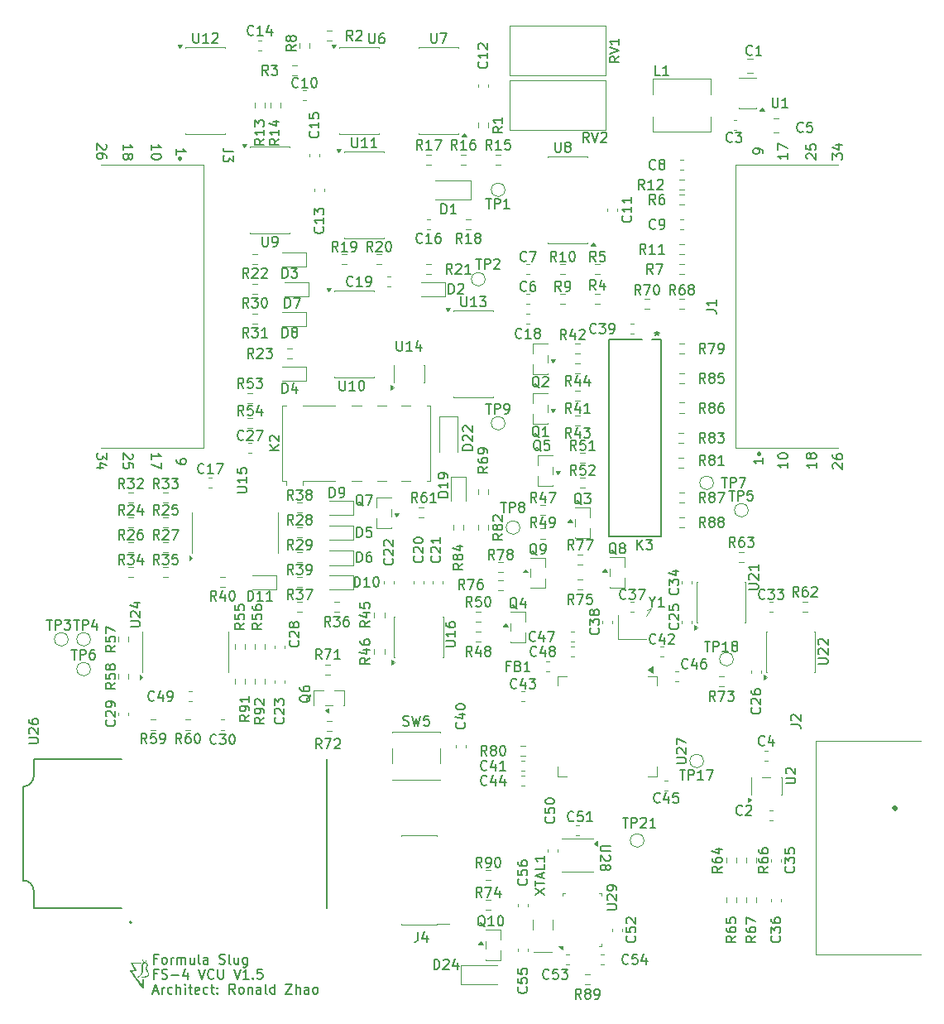
<source format=gbr>
%TF.GenerationSoftware,KiCad,Pcbnew,9.0.7*%
%TF.CreationDate,2026-02-09T19:02:23-08:00*%
%TF.ProjectId,VCU,5643552e-6b69-4636-9164-5f7063625858,1.5*%
%TF.SameCoordinates,Original*%
%TF.FileFunction,Legend,Top*%
%TF.FilePolarity,Positive*%
%FSLAX46Y46*%
G04 Gerber Fmt 4.6, Leading zero omitted, Abs format (unit mm)*
G04 Created by KiCad (PCBNEW 9.0.7) date 2026-02-09 19:02:23*
%MOMM*%
%LPD*%
G01*
G04 APERTURE LIST*
%ADD10C,0.100000*%
%ADD11C,0.150000*%
%ADD12C,0.152400*%
%ADD13C,0.127000*%
%ADD14C,0.120000*%
%ADD15C,0.200000*%
%ADD16C,0.000000*%
%ADD17C,0.248380*%
%ADD18C,0.304000*%
G04 APERTURE END LIST*
D10*
X255318899Y-130248401D02*
X255826899Y-129486401D01*
X255826899Y-129486401D02*
X255395099Y-129638801D01*
D11*
X207762241Y-143260320D02*
X207428908Y-142784129D01*
X207190813Y-143260320D02*
X207190813Y-142260320D01*
X207190813Y-142260320D02*
X207571765Y-142260320D01*
X207571765Y-142260320D02*
X207667003Y-142307939D01*
X207667003Y-142307939D02*
X207714622Y-142355558D01*
X207714622Y-142355558D02*
X207762241Y-142450796D01*
X207762241Y-142450796D02*
X207762241Y-142593653D01*
X207762241Y-142593653D02*
X207714622Y-142688891D01*
X207714622Y-142688891D02*
X207667003Y-142736510D01*
X207667003Y-142736510D02*
X207571765Y-142784129D01*
X207571765Y-142784129D02*
X207190813Y-142784129D01*
X208619384Y-142260320D02*
X208428908Y-142260320D01*
X208428908Y-142260320D02*
X208333670Y-142307939D01*
X208333670Y-142307939D02*
X208286051Y-142355558D01*
X208286051Y-142355558D02*
X208190813Y-142498415D01*
X208190813Y-142498415D02*
X208143194Y-142688891D01*
X208143194Y-142688891D02*
X208143194Y-143069843D01*
X208143194Y-143069843D02*
X208190813Y-143165081D01*
X208190813Y-143165081D02*
X208238432Y-143212701D01*
X208238432Y-143212701D02*
X208333670Y-143260320D01*
X208333670Y-143260320D02*
X208524146Y-143260320D01*
X208524146Y-143260320D02*
X208619384Y-143212701D01*
X208619384Y-143212701D02*
X208667003Y-143165081D01*
X208667003Y-143165081D02*
X208714622Y-143069843D01*
X208714622Y-143069843D02*
X208714622Y-142831748D01*
X208714622Y-142831748D02*
X208667003Y-142736510D01*
X208667003Y-142736510D02*
X208619384Y-142688891D01*
X208619384Y-142688891D02*
X208524146Y-142641272D01*
X208524146Y-142641272D02*
X208333670Y-142641272D01*
X208333670Y-142641272D02*
X208238432Y-142688891D01*
X208238432Y-142688891D02*
X208190813Y-142736510D01*
X208190813Y-142736510D02*
X208143194Y-142831748D01*
X209333670Y-142260320D02*
X209428908Y-142260320D01*
X209428908Y-142260320D02*
X209524146Y-142307939D01*
X209524146Y-142307939D02*
X209571765Y-142355558D01*
X209571765Y-142355558D02*
X209619384Y-142450796D01*
X209619384Y-142450796D02*
X209667003Y-142641272D01*
X209667003Y-142641272D02*
X209667003Y-142879367D01*
X209667003Y-142879367D02*
X209619384Y-143069843D01*
X209619384Y-143069843D02*
X209571765Y-143165081D01*
X209571765Y-143165081D02*
X209524146Y-143212701D01*
X209524146Y-143212701D02*
X209428908Y-143260320D01*
X209428908Y-143260320D02*
X209333670Y-143260320D01*
X209333670Y-143260320D02*
X209238432Y-143212701D01*
X209238432Y-143212701D02*
X209190813Y-143165081D01*
X209190813Y-143165081D02*
X209143194Y-143069843D01*
X209143194Y-143069843D02*
X209095575Y-142879367D01*
X209095575Y-142879367D02*
X209095575Y-142641272D01*
X209095575Y-142641272D02*
X209143194Y-142450796D01*
X209143194Y-142450796D02*
X209190813Y-142355558D01*
X209190813Y-142355558D02*
X209238432Y-142307939D01*
X209238432Y-142307939D02*
X209333670Y-142260320D01*
X223931004Y-106182820D02*
X223931004Y-106992343D01*
X223931004Y-106992343D02*
X223978623Y-107087581D01*
X223978623Y-107087581D02*
X224026242Y-107135201D01*
X224026242Y-107135201D02*
X224121480Y-107182820D01*
X224121480Y-107182820D02*
X224311956Y-107182820D01*
X224311956Y-107182820D02*
X224407194Y-107135201D01*
X224407194Y-107135201D02*
X224454813Y-107087581D01*
X224454813Y-107087581D02*
X224502432Y-106992343D01*
X224502432Y-106992343D02*
X224502432Y-106182820D01*
X225502432Y-107182820D02*
X224931004Y-107182820D01*
X225216718Y-107182820D02*
X225216718Y-106182820D01*
X225216718Y-106182820D02*
X225121480Y-106325677D01*
X225121480Y-106325677D02*
X225026242Y-106420915D01*
X225026242Y-106420915D02*
X224931004Y-106468534D01*
X226121480Y-106182820D02*
X226216718Y-106182820D01*
X226216718Y-106182820D02*
X226311956Y-106230439D01*
X226311956Y-106230439D02*
X226359575Y-106278058D01*
X226359575Y-106278058D02*
X226407194Y-106373296D01*
X226407194Y-106373296D02*
X226454813Y-106563772D01*
X226454813Y-106563772D02*
X226454813Y-106801867D01*
X226454813Y-106801867D02*
X226407194Y-106992343D01*
X226407194Y-106992343D02*
X226359575Y-107087581D01*
X226359575Y-107087581D02*
X226311956Y-107135201D01*
X226311956Y-107135201D02*
X226216718Y-107182820D01*
X226216718Y-107182820D02*
X226121480Y-107182820D01*
X226121480Y-107182820D02*
X226026242Y-107135201D01*
X226026242Y-107135201D02*
X225978623Y-107087581D01*
X225978623Y-107087581D02*
X225931004Y-106992343D01*
X225931004Y-106992343D02*
X225883385Y-106801867D01*
X225883385Y-106801867D02*
X225883385Y-106563772D01*
X225883385Y-106563772D02*
X225931004Y-106373296D01*
X225931004Y-106373296D02*
X225978623Y-106278058D01*
X225978623Y-106278058D02*
X226026242Y-106230439D01*
X226026242Y-106230439D02*
X226121480Y-106182820D01*
X233297194Y-70622820D02*
X233297194Y-71432343D01*
X233297194Y-71432343D02*
X233344813Y-71527581D01*
X233344813Y-71527581D02*
X233392432Y-71575201D01*
X233392432Y-71575201D02*
X233487670Y-71622820D01*
X233487670Y-71622820D02*
X233678146Y-71622820D01*
X233678146Y-71622820D02*
X233773384Y-71575201D01*
X233773384Y-71575201D02*
X233821003Y-71527581D01*
X233821003Y-71527581D02*
X233868622Y-71432343D01*
X233868622Y-71432343D02*
X233868622Y-70622820D01*
X234249575Y-70622820D02*
X234916241Y-70622820D01*
X234916241Y-70622820D02*
X234487670Y-71622820D01*
X240609918Y-121848858D02*
X240133727Y-122182191D01*
X240609918Y-122420286D02*
X239609918Y-122420286D01*
X239609918Y-122420286D02*
X239609918Y-122039334D01*
X239609918Y-122039334D02*
X239657537Y-121944096D01*
X239657537Y-121944096D02*
X239705156Y-121896477D01*
X239705156Y-121896477D02*
X239800394Y-121848858D01*
X239800394Y-121848858D02*
X239943251Y-121848858D01*
X239943251Y-121848858D02*
X240038489Y-121896477D01*
X240038489Y-121896477D02*
X240086108Y-121944096D01*
X240086108Y-121944096D02*
X240133727Y-122039334D01*
X240133727Y-122039334D02*
X240133727Y-122420286D01*
X240038489Y-121277429D02*
X239990870Y-121372667D01*
X239990870Y-121372667D02*
X239943251Y-121420286D01*
X239943251Y-121420286D02*
X239848013Y-121467905D01*
X239848013Y-121467905D02*
X239800394Y-121467905D01*
X239800394Y-121467905D02*
X239705156Y-121420286D01*
X239705156Y-121420286D02*
X239657537Y-121372667D01*
X239657537Y-121372667D02*
X239609918Y-121277429D01*
X239609918Y-121277429D02*
X239609918Y-121086953D01*
X239609918Y-121086953D02*
X239657537Y-120991715D01*
X239657537Y-120991715D02*
X239705156Y-120944096D01*
X239705156Y-120944096D02*
X239800394Y-120896477D01*
X239800394Y-120896477D02*
X239848013Y-120896477D01*
X239848013Y-120896477D02*
X239943251Y-120944096D01*
X239943251Y-120944096D02*
X239990870Y-120991715D01*
X239990870Y-120991715D02*
X240038489Y-121086953D01*
X240038489Y-121086953D02*
X240038489Y-121277429D01*
X240038489Y-121277429D02*
X240086108Y-121372667D01*
X240086108Y-121372667D02*
X240133727Y-121420286D01*
X240133727Y-121420286D02*
X240228965Y-121467905D01*
X240228965Y-121467905D02*
X240419441Y-121467905D01*
X240419441Y-121467905D02*
X240514679Y-121420286D01*
X240514679Y-121420286D02*
X240562299Y-121372667D01*
X240562299Y-121372667D02*
X240609918Y-121277429D01*
X240609918Y-121277429D02*
X240609918Y-121086953D01*
X240609918Y-121086953D02*
X240562299Y-120991715D01*
X240562299Y-120991715D02*
X240514679Y-120944096D01*
X240514679Y-120944096D02*
X240419441Y-120896477D01*
X240419441Y-120896477D02*
X240228965Y-120896477D01*
X240228965Y-120896477D02*
X240133727Y-120944096D01*
X240133727Y-120944096D02*
X240086108Y-120991715D01*
X240086108Y-120991715D02*
X240038489Y-121086953D01*
X239705156Y-120515524D02*
X239657537Y-120467905D01*
X239657537Y-120467905D02*
X239609918Y-120372667D01*
X239609918Y-120372667D02*
X239609918Y-120134572D01*
X239609918Y-120134572D02*
X239657537Y-120039334D01*
X239657537Y-120039334D02*
X239705156Y-119991715D01*
X239705156Y-119991715D02*
X239800394Y-119944096D01*
X239800394Y-119944096D02*
X239895632Y-119944096D01*
X239895632Y-119944096D02*
X240038489Y-119991715D01*
X240038489Y-119991715D02*
X240609918Y-120563143D01*
X240609918Y-120563143D02*
X240609918Y-119944096D01*
X243054679Y-168203858D02*
X243102299Y-168251477D01*
X243102299Y-168251477D02*
X243149918Y-168394334D01*
X243149918Y-168394334D02*
X243149918Y-168489572D01*
X243149918Y-168489572D02*
X243102299Y-168632429D01*
X243102299Y-168632429D02*
X243007060Y-168727667D01*
X243007060Y-168727667D02*
X242911822Y-168775286D01*
X242911822Y-168775286D02*
X242721346Y-168822905D01*
X242721346Y-168822905D02*
X242578489Y-168822905D01*
X242578489Y-168822905D02*
X242388013Y-168775286D01*
X242388013Y-168775286D02*
X242292775Y-168727667D01*
X242292775Y-168727667D02*
X242197537Y-168632429D01*
X242197537Y-168632429D02*
X242149918Y-168489572D01*
X242149918Y-168489572D02*
X242149918Y-168394334D01*
X242149918Y-168394334D02*
X242197537Y-168251477D01*
X242197537Y-168251477D02*
X242245156Y-168203858D01*
X242149918Y-167299096D02*
X242149918Y-167775286D01*
X242149918Y-167775286D02*
X242626108Y-167822905D01*
X242626108Y-167822905D02*
X242578489Y-167775286D01*
X242578489Y-167775286D02*
X242530870Y-167680048D01*
X242530870Y-167680048D02*
X242530870Y-167441953D01*
X242530870Y-167441953D02*
X242578489Y-167346715D01*
X242578489Y-167346715D02*
X242626108Y-167299096D01*
X242626108Y-167299096D02*
X242721346Y-167251477D01*
X242721346Y-167251477D02*
X242959441Y-167251477D01*
X242959441Y-167251477D02*
X243054679Y-167299096D01*
X243054679Y-167299096D02*
X243102299Y-167346715D01*
X243102299Y-167346715D02*
X243149918Y-167441953D01*
X243149918Y-167441953D02*
X243149918Y-167680048D01*
X243149918Y-167680048D02*
X243102299Y-167775286D01*
X243102299Y-167775286D02*
X243054679Y-167822905D01*
X242149918Y-166346715D02*
X242149918Y-166822905D01*
X242149918Y-166822905D02*
X242626108Y-166870524D01*
X242626108Y-166870524D02*
X242578489Y-166822905D01*
X242578489Y-166822905D02*
X242530870Y-166727667D01*
X242530870Y-166727667D02*
X242530870Y-166489572D01*
X242530870Y-166489572D02*
X242578489Y-166394334D01*
X242578489Y-166394334D02*
X242626108Y-166346715D01*
X242626108Y-166346715D02*
X242721346Y-166299096D01*
X242721346Y-166299096D02*
X242959441Y-166299096D01*
X242959441Y-166299096D02*
X243054679Y-166346715D01*
X243054679Y-166346715D02*
X243102299Y-166394334D01*
X243102299Y-166394334D02*
X243149918Y-166489572D01*
X243149918Y-166489572D02*
X243149918Y-166727667D01*
X243149918Y-166727667D02*
X243102299Y-166822905D01*
X243102299Y-166822905D02*
X243054679Y-166870524D01*
X225701004Y-122168820D02*
X225701004Y-121168820D01*
X225701004Y-121168820D02*
X225939099Y-121168820D01*
X225939099Y-121168820D02*
X226081956Y-121216439D01*
X226081956Y-121216439D02*
X226177194Y-121311677D01*
X226177194Y-121311677D02*
X226224813Y-121406915D01*
X226224813Y-121406915D02*
X226272432Y-121597391D01*
X226272432Y-121597391D02*
X226272432Y-121740248D01*
X226272432Y-121740248D02*
X226224813Y-121930724D01*
X226224813Y-121930724D02*
X226177194Y-122025962D01*
X226177194Y-122025962D02*
X226081956Y-122121201D01*
X226081956Y-122121201D02*
X225939099Y-122168820D01*
X225939099Y-122168820D02*
X225701004Y-122168820D01*
X227177194Y-121168820D02*
X226701004Y-121168820D01*
X226701004Y-121168820D02*
X226653385Y-121645010D01*
X226653385Y-121645010D02*
X226701004Y-121597391D01*
X226701004Y-121597391D02*
X226796242Y-121549772D01*
X226796242Y-121549772D02*
X227034337Y-121549772D01*
X227034337Y-121549772D02*
X227129575Y-121597391D01*
X227129575Y-121597391D02*
X227177194Y-121645010D01*
X227177194Y-121645010D02*
X227224813Y-121740248D01*
X227224813Y-121740248D02*
X227224813Y-121978343D01*
X227224813Y-121978343D02*
X227177194Y-122073581D01*
X227177194Y-122073581D02*
X227129575Y-122121201D01*
X227129575Y-122121201D02*
X227034337Y-122168820D01*
X227034337Y-122168820D02*
X226796242Y-122168820D01*
X226796242Y-122168820D02*
X226701004Y-122121201D01*
X226701004Y-122121201D02*
X226653385Y-122073581D01*
X253228241Y-128423581D02*
X253180622Y-128471201D01*
X253180622Y-128471201D02*
X253037765Y-128518820D01*
X253037765Y-128518820D02*
X252942527Y-128518820D01*
X252942527Y-128518820D02*
X252799670Y-128471201D01*
X252799670Y-128471201D02*
X252704432Y-128375962D01*
X252704432Y-128375962D02*
X252656813Y-128280724D01*
X252656813Y-128280724D02*
X252609194Y-128090248D01*
X252609194Y-128090248D02*
X252609194Y-127947391D01*
X252609194Y-127947391D02*
X252656813Y-127756915D01*
X252656813Y-127756915D02*
X252704432Y-127661677D01*
X252704432Y-127661677D02*
X252799670Y-127566439D01*
X252799670Y-127566439D02*
X252942527Y-127518820D01*
X252942527Y-127518820D02*
X253037765Y-127518820D01*
X253037765Y-127518820D02*
X253180622Y-127566439D01*
X253180622Y-127566439D02*
X253228241Y-127614058D01*
X253561575Y-127518820D02*
X254180622Y-127518820D01*
X254180622Y-127518820D02*
X253847289Y-127899772D01*
X253847289Y-127899772D02*
X253990146Y-127899772D01*
X253990146Y-127899772D02*
X254085384Y-127947391D01*
X254085384Y-127947391D02*
X254133003Y-127995010D01*
X254133003Y-127995010D02*
X254180622Y-128090248D01*
X254180622Y-128090248D02*
X254180622Y-128328343D01*
X254180622Y-128328343D02*
X254133003Y-128423581D01*
X254133003Y-128423581D02*
X254085384Y-128471201D01*
X254085384Y-128471201D02*
X253990146Y-128518820D01*
X253990146Y-128518820D02*
X253704432Y-128518820D01*
X253704432Y-128518820D02*
X253609194Y-128471201D01*
X253609194Y-128471201D02*
X253561575Y-128423581D01*
X254513956Y-127518820D02*
X255180622Y-127518820D01*
X255180622Y-127518820D02*
X254752051Y-128518820D01*
X244084241Y-118612820D02*
X243750908Y-118136629D01*
X243512813Y-118612820D02*
X243512813Y-117612820D01*
X243512813Y-117612820D02*
X243893765Y-117612820D01*
X243893765Y-117612820D02*
X243989003Y-117660439D01*
X243989003Y-117660439D02*
X244036622Y-117708058D01*
X244036622Y-117708058D02*
X244084241Y-117803296D01*
X244084241Y-117803296D02*
X244084241Y-117946153D01*
X244084241Y-117946153D02*
X244036622Y-118041391D01*
X244036622Y-118041391D02*
X243989003Y-118089010D01*
X243989003Y-118089010D02*
X243893765Y-118136629D01*
X243893765Y-118136629D02*
X243512813Y-118136629D01*
X244941384Y-117946153D02*
X244941384Y-118612820D01*
X244703289Y-117565201D02*
X244465194Y-118279486D01*
X244465194Y-118279486D02*
X245084241Y-118279486D01*
X245369956Y-117612820D02*
X246036622Y-117612820D01*
X246036622Y-117612820D02*
X245608051Y-118612820D01*
X265134432Y-150521581D02*
X265086813Y-150569201D01*
X265086813Y-150569201D02*
X264943956Y-150616820D01*
X264943956Y-150616820D02*
X264848718Y-150616820D01*
X264848718Y-150616820D02*
X264705861Y-150569201D01*
X264705861Y-150569201D02*
X264610623Y-150473962D01*
X264610623Y-150473962D02*
X264563004Y-150378724D01*
X264563004Y-150378724D02*
X264515385Y-150188248D01*
X264515385Y-150188248D02*
X264515385Y-150045391D01*
X264515385Y-150045391D02*
X264563004Y-149854915D01*
X264563004Y-149854915D02*
X264610623Y-149759677D01*
X264610623Y-149759677D02*
X264705861Y-149664439D01*
X264705861Y-149664439D02*
X264848718Y-149616820D01*
X264848718Y-149616820D02*
X264943956Y-149616820D01*
X264943956Y-149616820D02*
X265086813Y-149664439D01*
X265086813Y-149664439D02*
X265134432Y-149712058D01*
X265515385Y-149712058D02*
X265563004Y-149664439D01*
X265563004Y-149664439D02*
X265658242Y-149616820D01*
X265658242Y-149616820D02*
X265896337Y-149616820D01*
X265896337Y-149616820D02*
X265991575Y-149664439D01*
X265991575Y-149664439D02*
X266039194Y-149712058D01*
X266039194Y-149712058D02*
X266086813Y-149807296D01*
X266086813Y-149807296D02*
X266086813Y-149902534D01*
X266086813Y-149902534D02*
X266039194Y-150045391D01*
X266039194Y-150045391D02*
X265467766Y-150616820D01*
X265467766Y-150616820D02*
X266086813Y-150616820D01*
X266150432Y-72797581D02*
X266102813Y-72845201D01*
X266102813Y-72845201D02*
X265959956Y-72892820D01*
X265959956Y-72892820D02*
X265864718Y-72892820D01*
X265864718Y-72892820D02*
X265721861Y-72845201D01*
X265721861Y-72845201D02*
X265626623Y-72749962D01*
X265626623Y-72749962D02*
X265579004Y-72654724D01*
X265579004Y-72654724D02*
X265531385Y-72464248D01*
X265531385Y-72464248D02*
X265531385Y-72321391D01*
X265531385Y-72321391D02*
X265579004Y-72130915D01*
X265579004Y-72130915D02*
X265626623Y-72035677D01*
X265626623Y-72035677D02*
X265721861Y-71940439D01*
X265721861Y-71940439D02*
X265864718Y-71892820D01*
X265864718Y-71892820D02*
X265959956Y-71892820D01*
X265959956Y-71892820D02*
X266102813Y-71940439D01*
X266102813Y-71940439D02*
X266150432Y-71988058D01*
X267102813Y-72892820D02*
X266531385Y-72892820D01*
X266817099Y-72892820D02*
X266817099Y-71892820D01*
X266817099Y-71892820D02*
X266721861Y-72035677D01*
X266721861Y-72035677D02*
X266626623Y-72130915D01*
X266626623Y-72130915D02*
X266531385Y-72178534D01*
X226343860Y-118962058D02*
X226248622Y-118914439D01*
X226248622Y-118914439D02*
X226153384Y-118819201D01*
X226153384Y-118819201D02*
X226010527Y-118676343D01*
X226010527Y-118676343D02*
X225915289Y-118628724D01*
X225915289Y-118628724D02*
X225820051Y-118628724D01*
X225867670Y-118866820D02*
X225772432Y-118819201D01*
X225772432Y-118819201D02*
X225677194Y-118723962D01*
X225677194Y-118723962D02*
X225629575Y-118533486D01*
X225629575Y-118533486D02*
X225629575Y-118200153D01*
X225629575Y-118200153D02*
X225677194Y-118009677D01*
X225677194Y-118009677D02*
X225772432Y-117914439D01*
X225772432Y-117914439D02*
X225867670Y-117866820D01*
X225867670Y-117866820D02*
X226058146Y-117866820D01*
X226058146Y-117866820D02*
X226153384Y-117914439D01*
X226153384Y-117914439D02*
X226248622Y-118009677D01*
X226248622Y-118009677D02*
X226296241Y-118200153D01*
X226296241Y-118200153D02*
X226296241Y-118533486D01*
X226296241Y-118533486D02*
X226248622Y-118723962D01*
X226248622Y-118723962D02*
X226153384Y-118819201D01*
X226153384Y-118819201D02*
X226058146Y-118866820D01*
X226058146Y-118866820D02*
X225867670Y-118866820D01*
X226629575Y-117866820D02*
X227296241Y-117866820D01*
X227296241Y-117866820D02*
X226867670Y-118866820D01*
X255260241Y-93212820D02*
X254926908Y-92736629D01*
X254688813Y-93212820D02*
X254688813Y-92212820D01*
X254688813Y-92212820D02*
X255069765Y-92212820D01*
X255069765Y-92212820D02*
X255165003Y-92260439D01*
X255165003Y-92260439D02*
X255212622Y-92308058D01*
X255212622Y-92308058D02*
X255260241Y-92403296D01*
X255260241Y-92403296D02*
X255260241Y-92546153D01*
X255260241Y-92546153D02*
X255212622Y-92641391D01*
X255212622Y-92641391D02*
X255165003Y-92689010D01*
X255165003Y-92689010D02*
X255069765Y-92736629D01*
X255069765Y-92736629D02*
X254688813Y-92736629D01*
X256212622Y-93212820D02*
X255641194Y-93212820D01*
X255926908Y-93212820D02*
X255926908Y-92212820D01*
X255926908Y-92212820D02*
X255831670Y-92355677D01*
X255831670Y-92355677D02*
X255736432Y-92450915D01*
X255736432Y-92450915D02*
X255641194Y-92498534D01*
X257165003Y-93212820D02*
X256593575Y-93212820D01*
X256879289Y-93212820D02*
X256879289Y-92212820D01*
X256879289Y-92212820D02*
X256784051Y-92355677D01*
X256784051Y-92355677D02*
X256688813Y-92450915D01*
X256688813Y-92450915D02*
X256593575Y-92498534D01*
X244528360Y-113374058D02*
X244433122Y-113326439D01*
X244433122Y-113326439D02*
X244337884Y-113231201D01*
X244337884Y-113231201D02*
X244195027Y-113088343D01*
X244195027Y-113088343D02*
X244099789Y-113040724D01*
X244099789Y-113040724D02*
X244004551Y-113040724D01*
X244052170Y-113278820D02*
X243956932Y-113231201D01*
X243956932Y-113231201D02*
X243861694Y-113135962D01*
X243861694Y-113135962D02*
X243814075Y-112945486D01*
X243814075Y-112945486D02*
X243814075Y-112612153D01*
X243814075Y-112612153D02*
X243861694Y-112421677D01*
X243861694Y-112421677D02*
X243956932Y-112326439D01*
X243956932Y-112326439D02*
X244052170Y-112278820D01*
X244052170Y-112278820D02*
X244242646Y-112278820D01*
X244242646Y-112278820D02*
X244337884Y-112326439D01*
X244337884Y-112326439D02*
X244433122Y-112421677D01*
X244433122Y-112421677D02*
X244480741Y-112612153D01*
X244480741Y-112612153D02*
X244480741Y-112945486D01*
X244480741Y-112945486D02*
X244433122Y-113135962D01*
X244433122Y-113135962D02*
X244337884Y-113231201D01*
X244337884Y-113231201D02*
X244242646Y-113278820D01*
X244242646Y-113278820D02*
X244052170Y-113278820D01*
X245385503Y-112278820D02*
X244909313Y-112278820D01*
X244909313Y-112278820D02*
X244861694Y-112755010D01*
X244861694Y-112755010D02*
X244909313Y-112707391D01*
X244909313Y-112707391D02*
X245004551Y-112659772D01*
X245004551Y-112659772D02*
X245242646Y-112659772D01*
X245242646Y-112659772D02*
X245337884Y-112707391D01*
X245337884Y-112707391D02*
X245385503Y-112755010D01*
X245385503Y-112755010D02*
X245433122Y-112850248D01*
X245433122Y-112850248D02*
X245433122Y-113088343D01*
X245433122Y-113088343D02*
X245385503Y-113183581D01*
X245385503Y-113183581D02*
X245337884Y-113231201D01*
X245337884Y-113231201D02*
X245242646Y-113278820D01*
X245242646Y-113278820D02*
X245004551Y-113278820D01*
X245004551Y-113278820D02*
X244909313Y-113231201D01*
X244909313Y-113231201D02*
X244861694Y-113183581D01*
X223764241Y-92958820D02*
X223430908Y-92482629D01*
X223192813Y-92958820D02*
X223192813Y-91958820D01*
X223192813Y-91958820D02*
X223573765Y-91958820D01*
X223573765Y-91958820D02*
X223669003Y-92006439D01*
X223669003Y-92006439D02*
X223716622Y-92054058D01*
X223716622Y-92054058D02*
X223764241Y-92149296D01*
X223764241Y-92149296D02*
X223764241Y-92292153D01*
X223764241Y-92292153D02*
X223716622Y-92387391D01*
X223716622Y-92387391D02*
X223669003Y-92435010D01*
X223669003Y-92435010D02*
X223573765Y-92482629D01*
X223573765Y-92482629D02*
X223192813Y-92482629D01*
X224716622Y-92958820D02*
X224145194Y-92958820D01*
X224430908Y-92958820D02*
X224430908Y-91958820D01*
X224430908Y-91958820D02*
X224335670Y-92101677D01*
X224335670Y-92101677D02*
X224240432Y-92196915D01*
X224240432Y-92196915D02*
X224145194Y-92244534D01*
X225192813Y-92958820D02*
X225383289Y-92958820D01*
X225383289Y-92958820D02*
X225478527Y-92911201D01*
X225478527Y-92911201D02*
X225526146Y-92863581D01*
X225526146Y-92863581D02*
X225621384Y-92720724D01*
X225621384Y-92720724D02*
X225669003Y-92530248D01*
X225669003Y-92530248D02*
X225669003Y-92149296D01*
X225669003Y-92149296D02*
X225621384Y-92054058D01*
X225621384Y-92054058D02*
X225573765Y-92006439D01*
X225573765Y-92006439D02*
X225478527Y-91958820D01*
X225478527Y-91958820D02*
X225288051Y-91958820D01*
X225288051Y-91958820D02*
X225192813Y-92006439D01*
X225192813Y-92006439D02*
X225145194Y-92054058D01*
X225145194Y-92054058D02*
X225097575Y-92149296D01*
X225097575Y-92149296D02*
X225097575Y-92387391D01*
X225097575Y-92387391D02*
X225145194Y-92482629D01*
X225145194Y-92482629D02*
X225192813Y-92530248D01*
X225192813Y-92530248D02*
X225288051Y-92577867D01*
X225288051Y-92577867D02*
X225478527Y-92577867D01*
X225478527Y-92577867D02*
X225573765Y-92530248D01*
X225573765Y-92530248D02*
X225621384Y-92482629D01*
X225621384Y-92482629D02*
X225669003Y-92387391D01*
X232400241Y-92007581D02*
X232352622Y-92055201D01*
X232352622Y-92055201D02*
X232209765Y-92102820D01*
X232209765Y-92102820D02*
X232114527Y-92102820D01*
X232114527Y-92102820D02*
X231971670Y-92055201D01*
X231971670Y-92055201D02*
X231876432Y-91959962D01*
X231876432Y-91959962D02*
X231828813Y-91864724D01*
X231828813Y-91864724D02*
X231781194Y-91674248D01*
X231781194Y-91674248D02*
X231781194Y-91531391D01*
X231781194Y-91531391D02*
X231828813Y-91340915D01*
X231828813Y-91340915D02*
X231876432Y-91245677D01*
X231876432Y-91245677D02*
X231971670Y-91150439D01*
X231971670Y-91150439D02*
X232114527Y-91102820D01*
X232114527Y-91102820D02*
X232209765Y-91102820D01*
X232209765Y-91102820D02*
X232352622Y-91150439D01*
X232352622Y-91150439D02*
X232400241Y-91198058D01*
X233352622Y-92102820D02*
X232781194Y-92102820D01*
X233066908Y-92102820D02*
X233066908Y-91102820D01*
X233066908Y-91102820D02*
X232971670Y-91245677D01*
X232971670Y-91245677D02*
X232876432Y-91340915D01*
X232876432Y-91340915D02*
X232781194Y-91388534D01*
X234209765Y-91102820D02*
X234019289Y-91102820D01*
X234019289Y-91102820D02*
X233924051Y-91150439D01*
X233924051Y-91150439D02*
X233876432Y-91198058D01*
X233876432Y-91198058D02*
X233781194Y-91340915D01*
X233781194Y-91340915D02*
X233733575Y-91531391D01*
X233733575Y-91531391D02*
X233733575Y-91912343D01*
X233733575Y-91912343D02*
X233781194Y-92007581D01*
X233781194Y-92007581D02*
X233828813Y-92055201D01*
X233828813Y-92055201D02*
X233924051Y-92102820D01*
X233924051Y-92102820D02*
X234114527Y-92102820D01*
X234114527Y-92102820D02*
X234209765Y-92055201D01*
X234209765Y-92055201D02*
X234257384Y-92007581D01*
X234257384Y-92007581D02*
X234305003Y-91912343D01*
X234305003Y-91912343D02*
X234305003Y-91674248D01*
X234305003Y-91674248D02*
X234257384Y-91579010D01*
X234257384Y-91579010D02*
X234209765Y-91531391D01*
X234209765Y-91531391D02*
X234114527Y-91483772D01*
X234114527Y-91483772D02*
X233924051Y-91483772D01*
X233924051Y-91483772D02*
X233828813Y-91531391D01*
X233828813Y-91531391D02*
X233781194Y-91579010D01*
X233781194Y-91579010D02*
X233733575Y-91674248D01*
X243054679Y-157154858D02*
X243102299Y-157202477D01*
X243102299Y-157202477D02*
X243149918Y-157345334D01*
X243149918Y-157345334D02*
X243149918Y-157440572D01*
X243149918Y-157440572D02*
X243102299Y-157583429D01*
X243102299Y-157583429D02*
X243007060Y-157678667D01*
X243007060Y-157678667D02*
X242911822Y-157726286D01*
X242911822Y-157726286D02*
X242721346Y-157773905D01*
X242721346Y-157773905D02*
X242578489Y-157773905D01*
X242578489Y-157773905D02*
X242388013Y-157726286D01*
X242388013Y-157726286D02*
X242292775Y-157678667D01*
X242292775Y-157678667D02*
X242197537Y-157583429D01*
X242197537Y-157583429D02*
X242149918Y-157440572D01*
X242149918Y-157440572D02*
X242149918Y-157345334D01*
X242149918Y-157345334D02*
X242197537Y-157202477D01*
X242197537Y-157202477D02*
X242245156Y-157154858D01*
X242149918Y-156250096D02*
X242149918Y-156726286D01*
X242149918Y-156726286D02*
X242626108Y-156773905D01*
X242626108Y-156773905D02*
X242578489Y-156726286D01*
X242578489Y-156726286D02*
X242530870Y-156631048D01*
X242530870Y-156631048D02*
X242530870Y-156392953D01*
X242530870Y-156392953D02*
X242578489Y-156297715D01*
X242578489Y-156297715D02*
X242626108Y-156250096D01*
X242626108Y-156250096D02*
X242721346Y-156202477D01*
X242721346Y-156202477D02*
X242959441Y-156202477D01*
X242959441Y-156202477D02*
X243054679Y-156250096D01*
X243054679Y-156250096D02*
X243102299Y-156297715D01*
X243102299Y-156297715D02*
X243149918Y-156392953D01*
X243149918Y-156392953D02*
X243149918Y-156631048D01*
X243149918Y-156631048D02*
X243102299Y-156726286D01*
X243102299Y-156726286D02*
X243054679Y-156773905D01*
X242149918Y-155345334D02*
X242149918Y-155535810D01*
X242149918Y-155535810D02*
X242197537Y-155631048D01*
X242197537Y-155631048D02*
X242245156Y-155678667D01*
X242245156Y-155678667D02*
X242388013Y-155773905D01*
X242388013Y-155773905D02*
X242578489Y-155821524D01*
X242578489Y-155821524D02*
X242959441Y-155821524D01*
X242959441Y-155821524D02*
X243054679Y-155773905D01*
X243054679Y-155773905D02*
X243102299Y-155726286D01*
X243102299Y-155726286D02*
X243149918Y-155631048D01*
X243149918Y-155631048D02*
X243149918Y-155440572D01*
X243149918Y-155440572D02*
X243102299Y-155345334D01*
X243102299Y-155345334D02*
X243054679Y-155297715D01*
X243054679Y-155297715D02*
X242959441Y-155250096D01*
X242959441Y-155250096D02*
X242721346Y-155250096D01*
X242721346Y-155250096D02*
X242626108Y-155297715D01*
X242626108Y-155297715D02*
X242578489Y-155345334D01*
X242578489Y-155345334D02*
X242530870Y-155440572D01*
X242530870Y-155440572D02*
X242530870Y-155631048D01*
X242530870Y-155631048D02*
X242578489Y-155726286D01*
X242578489Y-155726286D02*
X242626108Y-155773905D01*
X242626108Y-155773905D02*
X242721346Y-155821524D01*
X254403004Y-123438820D02*
X254403004Y-122438820D01*
X254974432Y-123438820D02*
X254545861Y-122867391D01*
X254974432Y-122438820D02*
X254403004Y-123010248D01*
X255307766Y-122438820D02*
X255926813Y-122438820D01*
X255926813Y-122438820D02*
X255593480Y-122819772D01*
X255593480Y-122819772D02*
X255736337Y-122819772D01*
X255736337Y-122819772D02*
X255831575Y-122867391D01*
X255831575Y-122867391D02*
X255879194Y-122915010D01*
X255879194Y-122915010D02*
X255926813Y-123010248D01*
X255926813Y-123010248D02*
X255926813Y-123248343D01*
X255926813Y-123248343D02*
X255879194Y-123343581D01*
X255879194Y-123343581D02*
X255831575Y-123391201D01*
X255831575Y-123391201D02*
X255736337Y-123438820D01*
X255736337Y-123438820D02*
X255450623Y-123438820D01*
X255450623Y-123438820D02*
X255355385Y-123391201D01*
X255355385Y-123391201D02*
X255307766Y-123343581D01*
X256411099Y-101102820D02*
X256411099Y-101340915D01*
X256173004Y-101245677D02*
X256411099Y-101340915D01*
X256411099Y-101340915D02*
X256649194Y-101245677D01*
X256268242Y-101531391D02*
X256411099Y-101340915D01*
X256411099Y-101340915D02*
X256553956Y-101531391D01*
X258548679Y-127436858D02*
X258596299Y-127484477D01*
X258596299Y-127484477D02*
X258643918Y-127627334D01*
X258643918Y-127627334D02*
X258643918Y-127722572D01*
X258643918Y-127722572D02*
X258596299Y-127865429D01*
X258596299Y-127865429D02*
X258501060Y-127960667D01*
X258501060Y-127960667D02*
X258405822Y-128008286D01*
X258405822Y-128008286D02*
X258215346Y-128055905D01*
X258215346Y-128055905D02*
X258072489Y-128055905D01*
X258072489Y-128055905D02*
X257882013Y-128008286D01*
X257882013Y-128008286D02*
X257786775Y-127960667D01*
X257786775Y-127960667D02*
X257691537Y-127865429D01*
X257691537Y-127865429D02*
X257643918Y-127722572D01*
X257643918Y-127722572D02*
X257643918Y-127627334D01*
X257643918Y-127627334D02*
X257691537Y-127484477D01*
X257691537Y-127484477D02*
X257739156Y-127436858D01*
X257643918Y-127103524D02*
X257643918Y-126484477D01*
X257643918Y-126484477D02*
X258024870Y-126817810D01*
X258024870Y-126817810D02*
X258024870Y-126674953D01*
X258024870Y-126674953D02*
X258072489Y-126579715D01*
X258072489Y-126579715D02*
X258120108Y-126532096D01*
X258120108Y-126532096D02*
X258215346Y-126484477D01*
X258215346Y-126484477D02*
X258453441Y-126484477D01*
X258453441Y-126484477D02*
X258548679Y-126532096D01*
X258548679Y-126532096D02*
X258596299Y-126579715D01*
X258596299Y-126579715D02*
X258643918Y-126674953D01*
X258643918Y-126674953D02*
X258643918Y-126960667D01*
X258643918Y-126960667D02*
X258596299Y-127055905D01*
X258596299Y-127055905D02*
X258548679Y-127103524D01*
X257977251Y-125627334D02*
X258643918Y-125627334D01*
X257596299Y-125865429D02*
X258310584Y-126103524D01*
X258310584Y-126103524D02*
X258310584Y-125484477D01*
X256752432Y-74924820D02*
X256276242Y-74924820D01*
X256276242Y-74924820D02*
X256276242Y-73924820D01*
X257609575Y-74924820D02*
X257038147Y-74924820D01*
X257323861Y-74924820D02*
X257323861Y-73924820D01*
X257323861Y-73924820D02*
X257228623Y-74067677D01*
X257228623Y-74067677D02*
X257133385Y-74162915D01*
X257133385Y-74162915D02*
X257038147Y-74210534D01*
X247894241Y-129026820D02*
X247560908Y-128550629D01*
X247322813Y-129026820D02*
X247322813Y-128026820D01*
X247322813Y-128026820D02*
X247703765Y-128026820D01*
X247703765Y-128026820D02*
X247799003Y-128074439D01*
X247799003Y-128074439D02*
X247846622Y-128122058D01*
X247846622Y-128122058D02*
X247894241Y-128217296D01*
X247894241Y-128217296D02*
X247894241Y-128360153D01*
X247894241Y-128360153D02*
X247846622Y-128455391D01*
X247846622Y-128455391D02*
X247799003Y-128503010D01*
X247799003Y-128503010D02*
X247703765Y-128550629D01*
X247703765Y-128550629D02*
X247322813Y-128550629D01*
X248227575Y-128026820D02*
X248894241Y-128026820D01*
X248894241Y-128026820D02*
X248465670Y-129026820D01*
X249751384Y-128026820D02*
X249275194Y-128026820D01*
X249275194Y-128026820D02*
X249227575Y-128503010D01*
X249227575Y-128503010D02*
X249275194Y-128455391D01*
X249275194Y-128455391D02*
X249370432Y-128407772D01*
X249370432Y-128407772D02*
X249608527Y-128407772D01*
X249608527Y-128407772D02*
X249703765Y-128455391D01*
X249703765Y-128455391D02*
X249751384Y-128503010D01*
X249751384Y-128503010D02*
X249799003Y-128598248D01*
X249799003Y-128598248D02*
X249799003Y-128836343D01*
X249799003Y-128836343D02*
X249751384Y-128931581D01*
X249751384Y-128931581D02*
X249703765Y-128979201D01*
X249703765Y-128979201D02*
X249608527Y-129026820D01*
X249608527Y-129026820D02*
X249370432Y-129026820D01*
X249370432Y-129026820D02*
X249275194Y-128979201D01*
X249275194Y-128979201D02*
X249227575Y-128931581D01*
X234164679Y-124134858D02*
X234212299Y-124182477D01*
X234212299Y-124182477D02*
X234259918Y-124325334D01*
X234259918Y-124325334D02*
X234259918Y-124420572D01*
X234259918Y-124420572D02*
X234212299Y-124563429D01*
X234212299Y-124563429D02*
X234117060Y-124658667D01*
X234117060Y-124658667D02*
X234021822Y-124706286D01*
X234021822Y-124706286D02*
X233831346Y-124753905D01*
X233831346Y-124753905D02*
X233688489Y-124753905D01*
X233688489Y-124753905D02*
X233498013Y-124706286D01*
X233498013Y-124706286D02*
X233402775Y-124658667D01*
X233402775Y-124658667D02*
X233307537Y-124563429D01*
X233307537Y-124563429D02*
X233259918Y-124420572D01*
X233259918Y-124420572D02*
X233259918Y-124325334D01*
X233259918Y-124325334D02*
X233307537Y-124182477D01*
X233307537Y-124182477D02*
X233355156Y-124134858D01*
X233355156Y-123753905D02*
X233307537Y-123706286D01*
X233307537Y-123706286D02*
X233259918Y-123611048D01*
X233259918Y-123611048D02*
X233259918Y-123372953D01*
X233259918Y-123372953D02*
X233307537Y-123277715D01*
X233307537Y-123277715D02*
X233355156Y-123230096D01*
X233355156Y-123230096D02*
X233450394Y-123182477D01*
X233450394Y-123182477D02*
X233545632Y-123182477D01*
X233545632Y-123182477D02*
X233688489Y-123230096D01*
X233688489Y-123230096D02*
X234259918Y-123801524D01*
X234259918Y-123801524D02*
X234259918Y-123182477D01*
X234259918Y-122230096D02*
X234259918Y-122801524D01*
X234259918Y-122515810D02*
X233259918Y-122515810D01*
X233259918Y-122515810D02*
X233402775Y-122611048D01*
X233402775Y-122611048D02*
X233498013Y-122706286D01*
X233498013Y-122706286D02*
X233545632Y-122801524D01*
X263055918Y-155884858D02*
X262579727Y-156218191D01*
X263055918Y-156456286D02*
X262055918Y-156456286D01*
X262055918Y-156456286D02*
X262055918Y-156075334D01*
X262055918Y-156075334D02*
X262103537Y-155980096D01*
X262103537Y-155980096D02*
X262151156Y-155932477D01*
X262151156Y-155932477D02*
X262246394Y-155884858D01*
X262246394Y-155884858D02*
X262389251Y-155884858D01*
X262389251Y-155884858D02*
X262484489Y-155932477D01*
X262484489Y-155932477D02*
X262532108Y-155980096D01*
X262532108Y-155980096D02*
X262579727Y-156075334D01*
X262579727Y-156075334D02*
X262579727Y-156456286D01*
X262055918Y-155027715D02*
X262055918Y-155218191D01*
X262055918Y-155218191D02*
X262103537Y-155313429D01*
X262103537Y-155313429D02*
X262151156Y-155361048D01*
X262151156Y-155361048D02*
X262294013Y-155456286D01*
X262294013Y-155456286D02*
X262484489Y-155503905D01*
X262484489Y-155503905D02*
X262865441Y-155503905D01*
X262865441Y-155503905D02*
X262960679Y-155456286D01*
X262960679Y-155456286D02*
X263008299Y-155408667D01*
X263008299Y-155408667D02*
X263055918Y-155313429D01*
X263055918Y-155313429D02*
X263055918Y-155122953D01*
X263055918Y-155122953D02*
X263008299Y-155027715D01*
X263008299Y-155027715D02*
X262960679Y-154980096D01*
X262960679Y-154980096D02*
X262865441Y-154932477D01*
X262865441Y-154932477D02*
X262627346Y-154932477D01*
X262627346Y-154932477D02*
X262532108Y-154980096D01*
X262532108Y-154980096D02*
X262484489Y-155027715D01*
X262484489Y-155027715D02*
X262436870Y-155122953D01*
X262436870Y-155122953D02*
X262436870Y-155313429D01*
X262436870Y-155313429D02*
X262484489Y-155408667D01*
X262484489Y-155408667D02*
X262532108Y-155456286D01*
X262532108Y-155456286D02*
X262627346Y-155503905D01*
X262389251Y-154075334D02*
X263055918Y-154075334D01*
X262008299Y-154313429D02*
X262722584Y-154551524D01*
X262722584Y-154551524D02*
X262722584Y-153932477D01*
X234783918Y-133366095D02*
X235593441Y-133366095D01*
X235593441Y-133366095D02*
X235688679Y-133318476D01*
X235688679Y-133318476D02*
X235736299Y-133270857D01*
X235736299Y-133270857D02*
X235783918Y-133175619D01*
X235783918Y-133175619D02*
X235783918Y-132985143D01*
X235783918Y-132985143D02*
X235736299Y-132889905D01*
X235736299Y-132889905D02*
X235688679Y-132842286D01*
X235688679Y-132842286D02*
X235593441Y-132794667D01*
X235593441Y-132794667D02*
X234783918Y-132794667D01*
X235783918Y-131794667D02*
X235783918Y-132366095D01*
X235783918Y-132080381D02*
X234783918Y-132080381D01*
X234783918Y-132080381D02*
X234926775Y-132175619D01*
X234926775Y-132175619D02*
X235022013Y-132270857D01*
X235022013Y-132270857D02*
X235069632Y-132366095D01*
X234783918Y-130937524D02*
X234783918Y-131128000D01*
X234783918Y-131128000D02*
X234831537Y-131223238D01*
X234831537Y-131223238D02*
X234879156Y-131270857D01*
X234879156Y-131270857D02*
X235022013Y-131366095D01*
X235022013Y-131366095D02*
X235212489Y-131413714D01*
X235212489Y-131413714D02*
X235593441Y-131413714D01*
X235593441Y-131413714D02*
X235688679Y-131366095D01*
X235688679Y-131366095D02*
X235736299Y-131318476D01*
X235736299Y-131318476D02*
X235783918Y-131223238D01*
X235783918Y-131223238D02*
X235783918Y-131032762D01*
X235783918Y-131032762D02*
X235736299Y-130937524D01*
X235736299Y-130937524D02*
X235688679Y-130889905D01*
X235688679Y-130889905D02*
X235593441Y-130842286D01*
X235593441Y-130842286D02*
X235355346Y-130842286D01*
X235355346Y-130842286D02*
X235260108Y-130889905D01*
X235260108Y-130889905D02*
X235212489Y-130937524D01*
X235212489Y-130937524D02*
X235164870Y-131032762D01*
X235164870Y-131032762D02*
X235164870Y-131223238D01*
X235164870Y-131223238D02*
X235212489Y-131318476D01*
X235212489Y-131318476D02*
X235260108Y-131366095D01*
X235260108Y-131366095D02*
X235355346Y-131413714D01*
X258405918Y-145304095D02*
X259215441Y-145304095D01*
X259215441Y-145304095D02*
X259310679Y-145256476D01*
X259310679Y-145256476D02*
X259358299Y-145208857D01*
X259358299Y-145208857D02*
X259405918Y-145113619D01*
X259405918Y-145113619D02*
X259405918Y-144923143D01*
X259405918Y-144923143D02*
X259358299Y-144827905D01*
X259358299Y-144827905D02*
X259310679Y-144780286D01*
X259310679Y-144780286D02*
X259215441Y-144732667D01*
X259215441Y-144732667D02*
X258405918Y-144732667D01*
X258501156Y-144304095D02*
X258453537Y-144256476D01*
X258453537Y-144256476D02*
X258405918Y-144161238D01*
X258405918Y-144161238D02*
X258405918Y-143923143D01*
X258405918Y-143923143D02*
X258453537Y-143827905D01*
X258453537Y-143827905D02*
X258501156Y-143780286D01*
X258501156Y-143780286D02*
X258596394Y-143732667D01*
X258596394Y-143732667D02*
X258691632Y-143732667D01*
X258691632Y-143732667D02*
X258834489Y-143780286D01*
X258834489Y-143780286D02*
X259405918Y-144351714D01*
X259405918Y-144351714D02*
X259405918Y-143732667D01*
X258405918Y-143399333D02*
X258405918Y-142732667D01*
X258405918Y-142732667D02*
X259405918Y-143161238D01*
X258737004Y-145984820D02*
X259308432Y-145984820D01*
X259022718Y-146984820D02*
X259022718Y-145984820D01*
X259641766Y-146984820D02*
X259641766Y-145984820D01*
X259641766Y-145984820D02*
X260022718Y-145984820D01*
X260022718Y-145984820D02*
X260117956Y-146032439D01*
X260117956Y-146032439D02*
X260165575Y-146080058D01*
X260165575Y-146080058D02*
X260213194Y-146175296D01*
X260213194Y-146175296D02*
X260213194Y-146318153D01*
X260213194Y-146318153D02*
X260165575Y-146413391D01*
X260165575Y-146413391D02*
X260117956Y-146461010D01*
X260117956Y-146461010D02*
X260022718Y-146508629D01*
X260022718Y-146508629D02*
X259641766Y-146508629D01*
X261165575Y-146984820D02*
X260594147Y-146984820D01*
X260879861Y-146984820D02*
X260879861Y-145984820D01*
X260879861Y-145984820D02*
X260784623Y-146127677D01*
X260784623Y-146127677D02*
X260689385Y-146222915D01*
X260689385Y-146222915D02*
X260594147Y-146270534D01*
X261498909Y-145984820D02*
X262165575Y-145984820D01*
X262165575Y-145984820D02*
X261737004Y-146984820D01*
X227011418Y-130780358D02*
X226535227Y-131113691D01*
X227011418Y-131351786D02*
X226011418Y-131351786D01*
X226011418Y-131351786D02*
X226011418Y-130970834D01*
X226011418Y-130970834D02*
X226059037Y-130875596D01*
X226059037Y-130875596D02*
X226106656Y-130827977D01*
X226106656Y-130827977D02*
X226201894Y-130780358D01*
X226201894Y-130780358D02*
X226344751Y-130780358D01*
X226344751Y-130780358D02*
X226439989Y-130827977D01*
X226439989Y-130827977D02*
X226487608Y-130875596D01*
X226487608Y-130875596D02*
X226535227Y-130970834D01*
X226535227Y-130970834D02*
X226535227Y-131351786D01*
X226344751Y-129923215D02*
X227011418Y-129923215D01*
X225963799Y-130161310D02*
X226678084Y-130399405D01*
X226678084Y-130399405D02*
X226678084Y-129780358D01*
X226011418Y-128923215D02*
X226011418Y-129399405D01*
X226011418Y-129399405D02*
X226487608Y-129447024D01*
X226487608Y-129447024D02*
X226439989Y-129399405D01*
X226439989Y-129399405D02*
X226392370Y-129304167D01*
X226392370Y-129304167D02*
X226392370Y-129066072D01*
X226392370Y-129066072D02*
X226439989Y-128970834D01*
X226439989Y-128970834D02*
X226487608Y-128923215D01*
X226487608Y-128923215D02*
X226582846Y-128875596D01*
X226582846Y-128875596D02*
X226820941Y-128875596D01*
X226820941Y-128875596D02*
X226916179Y-128923215D01*
X226916179Y-128923215D02*
X226963799Y-128970834D01*
X226963799Y-128970834D02*
X227011418Y-129066072D01*
X227011418Y-129066072D02*
X227011418Y-129304167D01*
X227011418Y-129304167D02*
X226963799Y-129399405D01*
X226963799Y-129399405D02*
X226916179Y-129447024D01*
X235448241Y-95244820D02*
X235114908Y-94768629D01*
X234876813Y-95244820D02*
X234876813Y-94244820D01*
X234876813Y-94244820D02*
X235257765Y-94244820D01*
X235257765Y-94244820D02*
X235353003Y-94292439D01*
X235353003Y-94292439D02*
X235400622Y-94340058D01*
X235400622Y-94340058D02*
X235448241Y-94435296D01*
X235448241Y-94435296D02*
X235448241Y-94578153D01*
X235448241Y-94578153D02*
X235400622Y-94673391D01*
X235400622Y-94673391D02*
X235353003Y-94721010D01*
X235353003Y-94721010D02*
X235257765Y-94768629D01*
X235257765Y-94768629D02*
X234876813Y-94768629D01*
X235829194Y-94340058D02*
X235876813Y-94292439D01*
X235876813Y-94292439D02*
X235972051Y-94244820D01*
X235972051Y-94244820D02*
X236210146Y-94244820D01*
X236210146Y-94244820D02*
X236305384Y-94292439D01*
X236305384Y-94292439D02*
X236353003Y-94340058D01*
X236353003Y-94340058D02*
X236400622Y-94435296D01*
X236400622Y-94435296D02*
X236400622Y-94530534D01*
X236400622Y-94530534D02*
X236353003Y-94673391D01*
X236353003Y-94673391D02*
X235781575Y-95244820D01*
X235781575Y-95244820D02*
X236400622Y-95244820D01*
X237353003Y-95244820D02*
X236781575Y-95244820D01*
X237067289Y-95244820D02*
X237067289Y-94244820D01*
X237067289Y-94244820D02*
X236972051Y-94387677D01*
X236972051Y-94387677D02*
X236876813Y-94482915D01*
X236876813Y-94482915D02*
X236781575Y-94530534D01*
X222226679Y-90479858D02*
X222274299Y-90527477D01*
X222274299Y-90527477D02*
X222321918Y-90670334D01*
X222321918Y-90670334D02*
X222321918Y-90765572D01*
X222321918Y-90765572D02*
X222274299Y-90908429D01*
X222274299Y-90908429D02*
X222179060Y-91003667D01*
X222179060Y-91003667D02*
X222083822Y-91051286D01*
X222083822Y-91051286D02*
X221893346Y-91098905D01*
X221893346Y-91098905D02*
X221750489Y-91098905D01*
X221750489Y-91098905D02*
X221560013Y-91051286D01*
X221560013Y-91051286D02*
X221464775Y-91003667D01*
X221464775Y-91003667D02*
X221369537Y-90908429D01*
X221369537Y-90908429D02*
X221321918Y-90765572D01*
X221321918Y-90765572D02*
X221321918Y-90670334D01*
X221321918Y-90670334D02*
X221369537Y-90527477D01*
X221369537Y-90527477D02*
X221417156Y-90479858D01*
X222321918Y-89527477D02*
X222321918Y-90098905D01*
X222321918Y-89813191D02*
X221321918Y-89813191D01*
X221321918Y-89813191D02*
X221464775Y-89908429D01*
X221464775Y-89908429D02*
X221560013Y-90003667D01*
X221560013Y-90003667D02*
X221607632Y-90098905D01*
X221321918Y-89194143D02*
X221321918Y-88575096D01*
X221321918Y-88575096D02*
X221702870Y-88908429D01*
X221702870Y-88908429D02*
X221702870Y-88765572D01*
X221702870Y-88765572D02*
X221750489Y-88670334D01*
X221750489Y-88670334D02*
X221798108Y-88622715D01*
X221798108Y-88622715D02*
X221893346Y-88575096D01*
X221893346Y-88575096D02*
X222131441Y-88575096D01*
X222131441Y-88575096D02*
X222226679Y-88622715D01*
X222226679Y-88622715D02*
X222274299Y-88670334D01*
X222274299Y-88670334D02*
X222321918Y-88765572D01*
X222321918Y-88765572D02*
X222321918Y-89051286D01*
X222321918Y-89051286D02*
X222274299Y-89146524D01*
X222274299Y-89146524D02*
X222226679Y-89194143D01*
X244084241Y-121152820D02*
X243750908Y-120676629D01*
X243512813Y-121152820D02*
X243512813Y-120152820D01*
X243512813Y-120152820D02*
X243893765Y-120152820D01*
X243893765Y-120152820D02*
X243989003Y-120200439D01*
X243989003Y-120200439D02*
X244036622Y-120248058D01*
X244036622Y-120248058D02*
X244084241Y-120343296D01*
X244084241Y-120343296D02*
X244084241Y-120486153D01*
X244084241Y-120486153D02*
X244036622Y-120581391D01*
X244036622Y-120581391D02*
X243989003Y-120629010D01*
X243989003Y-120629010D02*
X243893765Y-120676629D01*
X243893765Y-120676629D02*
X243512813Y-120676629D01*
X244941384Y-120486153D02*
X244941384Y-121152820D01*
X244703289Y-120105201D02*
X244465194Y-120819486D01*
X244465194Y-120819486D02*
X245084241Y-120819486D01*
X245512813Y-121152820D02*
X245703289Y-121152820D01*
X245703289Y-121152820D02*
X245798527Y-121105201D01*
X245798527Y-121105201D02*
X245846146Y-121057581D01*
X245846146Y-121057581D02*
X245941384Y-120914724D01*
X245941384Y-120914724D02*
X245989003Y-120724248D01*
X245989003Y-120724248D02*
X245989003Y-120343296D01*
X245989003Y-120343296D02*
X245941384Y-120248058D01*
X245941384Y-120248058D02*
X245893765Y-120200439D01*
X245893765Y-120200439D02*
X245798527Y-120152820D01*
X245798527Y-120152820D02*
X245608051Y-120152820D01*
X245608051Y-120152820D02*
X245512813Y-120200439D01*
X245512813Y-120200439D02*
X245465194Y-120248058D01*
X245465194Y-120248058D02*
X245417575Y-120343296D01*
X245417575Y-120343296D02*
X245417575Y-120581391D01*
X245417575Y-120581391D02*
X245465194Y-120676629D01*
X245465194Y-120676629D02*
X245512813Y-120724248D01*
X245512813Y-120724248D02*
X245608051Y-120771867D01*
X245608051Y-120771867D02*
X245798527Y-120771867D01*
X245798527Y-120771867D02*
X245893765Y-120724248D01*
X245893765Y-120724248D02*
X245941384Y-120676629D01*
X245941384Y-120676629D02*
X245989003Y-120581391D01*
X247640241Y-112008820D02*
X247306908Y-111532629D01*
X247068813Y-112008820D02*
X247068813Y-111008820D01*
X247068813Y-111008820D02*
X247449765Y-111008820D01*
X247449765Y-111008820D02*
X247545003Y-111056439D01*
X247545003Y-111056439D02*
X247592622Y-111104058D01*
X247592622Y-111104058D02*
X247640241Y-111199296D01*
X247640241Y-111199296D02*
X247640241Y-111342153D01*
X247640241Y-111342153D02*
X247592622Y-111437391D01*
X247592622Y-111437391D02*
X247545003Y-111485010D01*
X247545003Y-111485010D02*
X247449765Y-111532629D01*
X247449765Y-111532629D02*
X247068813Y-111532629D01*
X248497384Y-111342153D02*
X248497384Y-112008820D01*
X248259289Y-110961201D02*
X248021194Y-111675486D01*
X248021194Y-111675486D02*
X248640241Y-111675486D01*
X248925956Y-111008820D02*
X249545003Y-111008820D01*
X249545003Y-111008820D02*
X249211670Y-111389772D01*
X249211670Y-111389772D02*
X249354527Y-111389772D01*
X249354527Y-111389772D02*
X249449765Y-111437391D01*
X249449765Y-111437391D02*
X249497384Y-111485010D01*
X249497384Y-111485010D02*
X249545003Y-111580248D01*
X249545003Y-111580248D02*
X249545003Y-111818343D01*
X249545003Y-111818343D02*
X249497384Y-111913581D01*
X249497384Y-111913581D02*
X249449765Y-111961201D01*
X249449765Y-111961201D02*
X249354527Y-112008820D01*
X249354527Y-112008820D02*
X249068813Y-112008820D01*
X249068813Y-112008820D02*
X248973575Y-111961201D01*
X248973575Y-111961201D02*
X248925956Y-111913581D01*
X216225918Y-140644858D02*
X215749727Y-140978191D01*
X216225918Y-141216286D02*
X215225918Y-141216286D01*
X215225918Y-141216286D02*
X215225918Y-140835334D01*
X215225918Y-140835334D02*
X215273537Y-140740096D01*
X215273537Y-140740096D02*
X215321156Y-140692477D01*
X215321156Y-140692477D02*
X215416394Y-140644858D01*
X215416394Y-140644858D02*
X215559251Y-140644858D01*
X215559251Y-140644858D02*
X215654489Y-140692477D01*
X215654489Y-140692477D02*
X215702108Y-140740096D01*
X215702108Y-140740096D02*
X215749727Y-140835334D01*
X215749727Y-140835334D02*
X215749727Y-141216286D01*
X216225918Y-140168667D02*
X216225918Y-139978191D01*
X216225918Y-139978191D02*
X216178299Y-139882953D01*
X216178299Y-139882953D02*
X216130679Y-139835334D01*
X216130679Y-139835334D02*
X215987822Y-139740096D01*
X215987822Y-139740096D02*
X215797346Y-139692477D01*
X215797346Y-139692477D02*
X215416394Y-139692477D01*
X215416394Y-139692477D02*
X215321156Y-139740096D01*
X215321156Y-139740096D02*
X215273537Y-139787715D01*
X215273537Y-139787715D02*
X215225918Y-139882953D01*
X215225918Y-139882953D02*
X215225918Y-140073429D01*
X215225918Y-140073429D02*
X215273537Y-140168667D01*
X215273537Y-140168667D02*
X215321156Y-140216286D01*
X215321156Y-140216286D02*
X215416394Y-140263905D01*
X215416394Y-140263905D02*
X215654489Y-140263905D01*
X215654489Y-140263905D02*
X215749727Y-140216286D01*
X215749727Y-140216286D02*
X215797346Y-140168667D01*
X215797346Y-140168667D02*
X215844965Y-140073429D01*
X215844965Y-140073429D02*
X215844965Y-139882953D01*
X215844965Y-139882953D02*
X215797346Y-139787715D01*
X215797346Y-139787715D02*
X215749727Y-139740096D01*
X215749727Y-139740096D02*
X215654489Y-139692477D01*
X215321156Y-139311524D02*
X215273537Y-139263905D01*
X215273537Y-139263905D02*
X215225918Y-139168667D01*
X215225918Y-139168667D02*
X215225918Y-138930572D01*
X215225918Y-138930572D02*
X215273537Y-138835334D01*
X215273537Y-138835334D02*
X215321156Y-138787715D01*
X215321156Y-138787715D02*
X215416394Y-138740096D01*
X215416394Y-138740096D02*
X215511632Y-138740096D01*
X215511632Y-138740096D02*
X215654489Y-138787715D01*
X215654489Y-138787715D02*
X216225918Y-139359143D01*
X216225918Y-139359143D02*
X216225918Y-138740096D01*
X221718679Y-80700858D02*
X221766299Y-80748477D01*
X221766299Y-80748477D02*
X221813918Y-80891334D01*
X221813918Y-80891334D02*
X221813918Y-80986572D01*
X221813918Y-80986572D02*
X221766299Y-81129429D01*
X221766299Y-81129429D02*
X221671060Y-81224667D01*
X221671060Y-81224667D02*
X221575822Y-81272286D01*
X221575822Y-81272286D02*
X221385346Y-81319905D01*
X221385346Y-81319905D02*
X221242489Y-81319905D01*
X221242489Y-81319905D02*
X221052013Y-81272286D01*
X221052013Y-81272286D02*
X220956775Y-81224667D01*
X220956775Y-81224667D02*
X220861537Y-81129429D01*
X220861537Y-81129429D02*
X220813918Y-80986572D01*
X220813918Y-80986572D02*
X220813918Y-80891334D01*
X220813918Y-80891334D02*
X220861537Y-80748477D01*
X220861537Y-80748477D02*
X220909156Y-80700858D01*
X221813918Y-79748477D02*
X221813918Y-80319905D01*
X221813918Y-80034191D02*
X220813918Y-80034191D01*
X220813918Y-80034191D02*
X220956775Y-80129429D01*
X220956775Y-80129429D02*
X221052013Y-80224667D01*
X221052013Y-80224667D02*
X221099632Y-80319905D01*
X220813918Y-78843715D02*
X220813918Y-79319905D01*
X220813918Y-79319905D02*
X221290108Y-79367524D01*
X221290108Y-79367524D02*
X221242489Y-79319905D01*
X221242489Y-79319905D02*
X221194870Y-79224667D01*
X221194870Y-79224667D02*
X221194870Y-78986572D01*
X221194870Y-78986572D02*
X221242489Y-78891334D01*
X221242489Y-78891334D02*
X221290108Y-78843715D01*
X221290108Y-78843715D02*
X221385346Y-78796096D01*
X221385346Y-78796096D02*
X221623441Y-78796096D01*
X221623441Y-78796096D02*
X221718679Y-78843715D01*
X221718679Y-78843715D02*
X221766299Y-78891334D01*
X221766299Y-78891334D02*
X221813918Y-78986572D01*
X221813918Y-78986572D02*
X221813918Y-79224667D01*
X221813918Y-79224667D02*
X221766299Y-79319905D01*
X221766299Y-79319905D02*
X221718679Y-79367524D01*
X239085918Y-114990858D02*
X238609727Y-115324191D01*
X239085918Y-115562286D02*
X238085918Y-115562286D01*
X238085918Y-115562286D02*
X238085918Y-115181334D01*
X238085918Y-115181334D02*
X238133537Y-115086096D01*
X238133537Y-115086096D02*
X238181156Y-115038477D01*
X238181156Y-115038477D02*
X238276394Y-114990858D01*
X238276394Y-114990858D02*
X238419251Y-114990858D01*
X238419251Y-114990858D02*
X238514489Y-115038477D01*
X238514489Y-115038477D02*
X238562108Y-115086096D01*
X238562108Y-115086096D02*
X238609727Y-115181334D01*
X238609727Y-115181334D02*
X238609727Y-115562286D01*
X238085918Y-114133715D02*
X238085918Y-114324191D01*
X238085918Y-114324191D02*
X238133537Y-114419429D01*
X238133537Y-114419429D02*
X238181156Y-114467048D01*
X238181156Y-114467048D02*
X238324013Y-114562286D01*
X238324013Y-114562286D02*
X238514489Y-114609905D01*
X238514489Y-114609905D02*
X238895441Y-114609905D01*
X238895441Y-114609905D02*
X238990679Y-114562286D01*
X238990679Y-114562286D02*
X239038299Y-114514667D01*
X239038299Y-114514667D02*
X239085918Y-114419429D01*
X239085918Y-114419429D02*
X239085918Y-114228953D01*
X239085918Y-114228953D02*
X239038299Y-114133715D01*
X239038299Y-114133715D02*
X238990679Y-114086096D01*
X238990679Y-114086096D02*
X238895441Y-114038477D01*
X238895441Y-114038477D02*
X238657346Y-114038477D01*
X238657346Y-114038477D02*
X238562108Y-114086096D01*
X238562108Y-114086096D02*
X238514489Y-114133715D01*
X238514489Y-114133715D02*
X238466870Y-114228953D01*
X238466870Y-114228953D02*
X238466870Y-114419429D01*
X238466870Y-114419429D02*
X238514489Y-114514667D01*
X238514489Y-114514667D02*
X238562108Y-114562286D01*
X238562108Y-114562286D02*
X238657346Y-114609905D01*
X239085918Y-113562286D02*
X239085918Y-113371810D01*
X239085918Y-113371810D02*
X239038299Y-113276572D01*
X239038299Y-113276572D02*
X238990679Y-113228953D01*
X238990679Y-113228953D02*
X238847822Y-113133715D01*
X238847822Y-113133715D02*
X238657346Y-113086096D01*
X238657346Y-113086096D02*
X238276394Y-113086096D01*
X238276394Y-113086096D02*
X238181156Y-113133715D01*
X238181156Y-113133715D02*
X238133537Y-113181334D01*
X238133537Y-113181334D02*
X238085918Y-113276572D01*
X238085918Y-113276572D02*
X238085918Y-113467048D01*
X238085918Y-113467048D02*
X238133537Y-113562286D01*
X238133537Y-113562286D02*
X238181156Y-113609905D01*
X238181156Y-113609905D02*
X238276394Y-113657524D01*
X238276394Y-113657524D02*
X238514489Y-113657524D01*
X238514489Y-113657524D02*
X238609727Y-113609905D01*
X238609727Y-113609905D02*
X238657346Y-113562286D01*
X238657346Y-113562286D02*
X238704965Y-113467048D01*
X238704965Y-113467048D02*
X238704965Y-113276572D01*
X238704965Y-113276572D02*
X238657346Y-113181334D01*
X238657346Y-113181334D02*
X238609727Y-113133715D01*
X238609727Y-113133715D02*
X238514489Y-113086096D01*
X264404241Y-123184820D02*
X264070908Y-122708629D01*
X263832813Y-123184820D02*
X263832813Y-122184820D01*
X263832813Y-122184820D02*
X264213765Y-122184820D01*
X264213765Y-122184820D02*
X264309003Y-122232439D01*
X264309003Y-122232439D02*
X264356622Y-122280058D01*
X264356622Y-122280058D02*
X264404241Y-122375296D01*
X264404241Y-122375296D02*
X264404241Y-122518153D01*
X264404241Y-122518153D02*
X264356622Y-122613391D01*
X264356622Y-122613391D02*
X264309003Y-122661010D01*
X264309003Y-122661010D02*
X264213765Y-122708629D01*
X264213765Y-122708629D02*
X263832813Y-122708629D01*
X265261384Y-122184820D02*
X265070908Y-122184820D01*
X265070908Y-122184820D02*
X264975670Y-122232439D01*
X264975670Y-122232439D02*
X264928051Y-122280058D01*
X264928051Y-122280058D02*
X264832813Y-122422915D01*
X264832813Y-122422915D02*
X264785194Y-122613391D01*
X264785194Y-122613391D02*
X264785194Y-122994343D01*
X264785194Y-122994343D02*
X264832813Y-123089581D01*
X264832813Y-123089581D02*
X264880432Y-123137201D01*
X264880432Y-123137201D02*
X264975670Y-123184820D01*
X264975670Y-123184820D02*
X265166146Y-123184820D01*
X265166146Y-123184820D02*
X265261384Y-123137201D01*
X265261384Y-123137201D02*
X265309003Y-123089581D01*
X265309003Y-123089581D02*
X265356622Y-122994343D01*
X265356622Y-122994343D02*
X265356622Y-122756248D01*
X265356622Y-122756248D02*
X265309003Y-122661010D01*
X265309003Y-122661010D02*
X265261384Y-122613391D01*
X265261384Y-122613391D02*
X265166146Y-122565772D01*
X265166146Y-122565772D02*
X264975670Y-122565772D01*
X264975670Y-122565772D02*
X264880432Y-122613391D01*
X264880432Y-122613391D02*
X264832813Y-122661010D01*
X264832813Y-122661010D02*
X264785194Y-122756248D01*
X265689956Y-122184820D02*
X266309003Y-122184820D01*
X266309003Y-122184820D02*
X265975670Y-122565772D01*
X265975670Y-122565772D02*
X266118527Y-122565772D01*
X266118527Y-122565772D02*
X266213765Y-122613391D01*
X266213765Y-122613391D02*
X266261384Y-122661010D01*
X266261384Y-122661010D02*
X266309003Y-122756248D01*
X266309003Y-122756248D02*
X266309003Y-122994343D01*
X266309003Y-122994343D02*
X266261384Y-123089581D01*
X266261384Y-123089581D02*
X266213765Y-123137201D01*
X266213765Y-123137201D02*
X266118527Y-123184820D01*
X266118527Y-123184820D02*
X265832813Y-123184820D01*
X265832813Y-123184820D02*
X265737575Y-123137201D01*
X265737575Y-123137201D02*
X265689956Y-123089581D01*
X250148432Y-96895820D02*
X249815099Y-96419629D01*
X249577004Y-96895820D02*
X249577004Y-95895820D01*
X249577004Y-95895820D02*
X249957956Y-95895820D01*
X249957956Y-95895820D02*
X250053194Y-95943439D01*
X250053194Y-95943439D02*
X250100813Y-95991058D01*
X250100813Y-95991058D02*
X250148432Y-96086296D01*
X250148432Y-96086296D02*
X250148432Y-96229153D01*
X250148432Y-96229153D02*
X250100813Y-96324391D01*
X250100813Y-96324391D02*
X250053194Y-96372010D01*
X250053194Y-96372010D02*
X249957956Y-96419629D01*
X249957956Y-96419629D02*
X249577004Y-96419629D01*
X251005575Y-96229153D02*
X251005575Y-96895820D01*
X250767480Y-95848201D02*
X250529385Y-96562486D01*
X250529385Y-96562486D02*
X251148432Y-96562486D01*
D12*
X251622404Y-153749906D02*
X250812881Y-153749906D01*
X250812881Y-153749906D02*
X250717643Y-153797525D01*
X250717643Y-153797525D02*
X250670024Y-153845144D01*
X250670024Y-153845144D02*
X250622404Y-153940382D01*
X250622404Y-153940382D02*
X250622404Y-154130858D01*
X250622404Y-154130858D02*
X250670024Y-154226096D01*
X250670024Y-154226096D02*
X250717643Y-154273715D01*
X250717643Y-154273715D02*
X250812881Y-154321334D01*
X250812881Y-154321334D02*
X251622404Y-154321334D01*
X251527166Y-154749906D02*
X251574785Y-154797525D01*
X251574785Y-154797525D02*
X251622404Y-154892763D01*
X251622404Y-154892763D02*
X251622404Y-155130858D01*
X251622404Y-155130858D02*
X251574785Y-155226096D01*
X251574785Y-155226096D02*
X251527166Y-155273715D01*
X251527166Y-155273715D02*
X251431928Y-155321334D01*
X251431928Y-155321334D02*
X251336690Y-155321334D01*
X251336690Y-155321334D02*
X251193833Y-155273715D01*
X251193833Y-155273715D02*
X250622404Y-154702287D01*
X250622404Y-154702287D02*
X250622404Y-155321334D01*
X251193833Y-155892763D02*
X251241452Y-155797525D01*
X251241452Y-155797525D02*
X251289071Y-155749906D01*
X251289071Y-155749906D02*
X251384309Y-155702287D01*
X251384309Y-155702287D02*
X251431928Y-155702287D01*
X251431928Y-155702287D02*
X251527166Y-155749906D01*
X251527166Y-155749906D02*
X251574785Y-155797525D01*
X251574785Y-155797525D02*
X251622404Y-155892763D01*
X251622404Y-155892763D02*
X251622404Y-156083239D01*
X251622404Y-156083239D02*
X251574785Y-156178477D01*
X251574785Y-156178477D02*
X251527166Y-156226096D01*
X251527166Y-156226096D02*
X251431928Y-156273715D01*
X251431928Y-156273715D02*
X251384309Y-156273715D01*
X251384309Y-156273715D02*
X251289071Y-156226096D01*
X251289071Y-156226096D02*
X251241452Y-156178477D01*
X251241452Y-156178477D02*
X251193833Y-156083239D01*
X251193833Y-156083239D02*
X251193833Y-155892763D01*
X251193833Y-155892763D02*
X251146214Y-155797525D01*
X251146214Y-155797525D02*
X251098595Y-155749906D01*
X251098595Y-155749906D02*
X251003357Y-155702287D01*
X251003357Y-155702287D02*
X250812881Y-155702287D01*
X250812881Y-155702287D02*
X250717643Y-155749906D01*
X250717643Y-155749906D02*
X250670024Y-155797525D01*
X250670024Y-155797525D02*
X250622404Y-155892763D01*
X250622404Y-155892763D02*
X250622404Y-156083239D01*
X250622404Y-156083239D02*
X250670024Y-156178477D01*
X250670024Y-156178477D02*
X250717643Y-156226096D01*
X250717643Y-156226096D02*
X250812881Y-156273715D01*
X250812881Y-156273715D02*
X251003357Y-156273715D01*
X251003357Y-156273715D02*
X251098595Y-156226096D01*
X251098595Y-156226096D02*
X251146214Y-156178477D01*
X251146214Y-156178477D02*
X251193833Y-156083239D01*
D11*
X238893194Y-87564820D02*
X239464622Y-87564820D01*
X239178908Y-88564820D02*
X239178908Y-87564820D01*
X239797956Y-88564820D02*
X239797956Y-87564820D01*
X239797956Y-87564820D02*
X240178908Y-87564820D01*
X240178908Y-87564820D02*
X240274146Y-87612439D01*
X240274146Y-87612439D02*
X240321765Y-87660058D01*
X240321765Y-87660058D02*
X240369384Y-87755296D01*
X240369384Y-87755296D02*
X240369384Y-87898153D01*
X240369384Y-87898153D02*
X240321765Y-87993391D01*
X240321765Y-87993391D02*
X240274146Y-88041010D01*
X240274146Y-88041010D02*
X240178908Y-88088629D01*
X240178908Y-88088629D02*
X239797956Y-88088629D01*
X241321765Y-88564820D02*
X240750337Y-88564820D01*
X241036051Y-88564820D02*
X241036051Y-87564820D01*
X241036051Y-87564820D02*
X240940813Y-87707677D01*
X240940813Y-87707677D02*
X240845575Y-87802915D01*
X240845575Y-87802915D02*
X240750337Y-87850534D01*
X232386679Y-124134858D02*
X232434299Y-124182477D01*
X232434299Y-124182477D02*
X232481918Y-124325334D01*
X232481918Y-124325334D02*
X232481918Y-124420572D01*
X232481918Y-124420572D02*
X232434299Y-124563429D01*
X232434299Y-124563429D02*
X232339060Y-124658667D01*
X232339060Y-124658667D02*
X232243822Y-124706286D01*
X232243822Y-124706286D02*
X232053346Y-124753905D01*
X232053346Y-124753905D02*
X231910489Y-124753905D01*
X231910489Y-124753905D02*
X231720013Y-124706286D01*
X231720013Y-124706286D02*
X231624775Y-124658667D01*
X231624775Y-124658667D02*
X231529537Y-124563429D01*
X231529537Y-124563429D02*
X231481918Y-124420572D01*
X231481918Y-124420572D02*
X231481918Y-124325334D01*
X231481918Y-124325334D02*
X231529537Y-124182477D01*
X231529537Y-124182477D02*
X231577156Y-124134858D01*
X231577156Y-123753905D02*
X231529537Y-123706286D01*
X231529537Y-123706286D02*
X231481918Y-123611048D01*
X231481918Y-123611048D02*
X231481918Y-123372953D01*
X231481918Y-123372953D02*
X231529537Y-123277715D01*
X231529537Y-123277715D02*
X231577156Y-123230096D01*
X231577156Y-123230096D02*
X231672394Y-123182477D01*
X231672394Y-123182477D02*
X231767632Y-123182477D01*
X231767632Y-123182477D02*
X231910489Y-123230096D01*
X231910489Y-123230096D02*
X232481918Y-123801524D01*
X232481918Y-123801524D02*
X232481918Y-123182477D01*
X231481918Y-122563429D02*
X231481918Y-122468191D01*
X231481918Y-122468191D02*
X231529537Y-122372953D01*
X231529537Y-122372953D02*
X231577156Y-122325334D01*
X231577156Y-122325334D02*
X231672394Y-122277715D01*
X231672394Y-122277715D02*
X231862870Y-122230096D01*
X231862870Y-122230096D02*
X232100965Y-122230096D01*
X232100965Y-122230096D02*
X232291441Y-122277715D01*
X232291441Y-122277715D02*
X232386679Y-122325334D01*
X232386679Y-122325334D02*
X232434299Y-122372953D01*
X232434299Y-122372953D02*
X232481918Y-122468191D01*
X232481918Y-122468191D02*
X232481918Y-122563429D01*
X232481918Y-122563429D02*
X232434299Y-122658667D01*
X232434299Y-122658667D02*
X232386679Y-122706286D01*
X232386679Y-122706286D02*
X232291441Y-122753905D01*
X232291441Y-122753905D02*
X232100965Y-122801524D01*
X232100965Y-122801524D02*
X231862870Y-122801524D01*
X231862870Y-122801524D02*
X231672394Y-122753905D01*
X231672394Y-122753905D02*
X231577156Y-122706286D01*
X231577156Y-122706286D02*
X231529537Y-122658667D01*
X231529537Y-122658667D02*
X231481918Y-122563429D01*
X215128241Y-70765581D02*
X215080622Y-70813201D01*
X215080622Y-70813201D02*
X214937765Y-70860820D01*
X214937765Y-70860820D02*
X214842527Y-70860820D01*
X214842527Y-70860820D02*
X214699670Y-70813201D01*
X214699670Y-70813201D02*
X214604432Y-70717962D01*
X214604432Y-70717962D02*
X214556813Y-70622724D01*
X214556813Y-70622724D02*
X214509194Y-70432248D01*
X214509194Y-70432248D02*
X214509194Y-70289391D01*
X214509194Y-70289391D02*
X214556813Y-70098915D01*
X214556813Y-70098915D02*
X214604432Y-70003677D01*
X214604432Y-70003677D02*
X214699670Y-69908439D01*
X214699670Y-69908439D02*
X214842527Y-69860820D01*
X214842527Y-69860820D02*
X214937765Y-69860820D01*
X214937765Y-69860820D02*
X215080622Y-69908439D01*
X215080622Y-69908439D02*
X215128241Y-69956058D01*
X216080622Y-70860820D02*
X215509194Y-70860820D01*
X215794908Y-70860820D02*
X215794908Y-69860820D01*
X215794908Y-69860820D02*
X215699670Y-70003677D01*
X215699670Y-70003677D02*
X215604432Y-70098915D01*
X215604432Y-70098915D02*
X215509194Y-70146534D01*
X216937765Y-70194153D02*
X216937765Y-70860820D01*
X216699670Y-69813201D02*
X216461575Y-70527486D01*
X216461575Y-70527486D02*
X217080622Y-70527486D01*
X256708041Y-149251581D02*
X256660422Y-149299201D01*
X256660422Y-149299201D02*
X256517565Y-149346820D01*
X256517565Y-149346820D02*
X256422327Y-149346820D01*
X256422327Y-149346820D02*
X256279470Y-149299201D01*
X256279470Y-149299201D02*
X256184232Y-149203962D01*
X256184232Y-149203962D02*
X256136613Y-149108724D01*
X256136613Y-149108724D02*
X256088994Y-148918248D01*
X256088994Y-148918248D02*
X256088994Y-148775391D01*
X256088994Y-148775391D02*
X256136613Y-148584915D01*
X256136613Y-148584915D02*
X256184232Y-148489677D01*
X256184232Y-148489677D02*
X256279470Y-148394439D01*
X256279470Y-148394439D02*
X256422327Y-148346820D01*
X256422327Y-148346820D02*
X256517565Y-148346820D01*
X256517565Y-148346820D02*
X256660422Y-148394439D01*
X256660422Y-148394439D02*
X256708041Y-148442058D01*
X257565184Y-148680153D02*
X257565184Y-149346820D01*
X257327089Y-148299201D02*
X257088994Y-149013486D01*
X257088994Y-149013486D02*
X257708041Y-149013486D01*
X258565184Y-148346820D02*
X258088994Y-148346820D01*
X258088994Y-148346820D02*
X258041375Y-148823010D01*
X258041375Y-148823010D02*
X258088994Y-148775391D01*
X258088994Y-148775391D02*
X258184232Y-148727772D01*
X258184232Y-148727772D02*
X258422327Y-148727772D01*
X258422327Y-148727772D02*
X258517565Y-148775391D01*
X258517565Y-148775391D02*
X258565184Y-148823010D01*
X258565184Y-148823010D02*
X258612803Y-148918248D01*
X258612803Y-148918248D02*
X258612803Y-149156343D01*
X258612803Y-149156343D02*
X258565184Y-149251581D01*
X258565184Y-149251581D02*
X258517565Y-149299201D01*
X258517565Y-149299201D02*
X258422327Y-149346820D01*
X258422327Y-149346820D02*
X258184232Y-149346820D01*
X258184232Y-149346820D02*
X258088994Y-149299201D01*
X258088994Y-149299201D02*
X258041375Y-149251581D01*
X244123860Y-123988058D02*
X244028622Y-123940439D01*
X244028622Y-123940439D02*
X243933384Y-123845201D01*
X243933384Y-123845201D02*
X243790527Y-123702343D01*
X243790527Y-123702343D02*
X243695289Y-123654724D01*
X243695289Y-123654724D02*
X243600051Y-123654724D01*
X243647670Y-123892820D02*
X243552432Y-123845201D01*
X243552432Y-123845201D02*
X243457194Y-123749962D01*
X243457194Y-123749962D02*
X243409575Y-123559486D01*
X243409575Y-123559486D02*
X243409575Y-123226153D01*
X243409575Y-123226153D02*
X243457194Y-123035677D01*
X243457194Y-123035677D02*
X243552432Y-122940439D01*
X243552432Y-122940439D02*
X243647670Y-122892820D01*
X243647670Y-122892820D02*
X243838146Y-122892820D01*
X243838146Y-122892820D02*
X243933384Y-122940439D01*
X243933384Y-122940439D02*
X244028622Y-123035677D01*
X244028622Y-123035677D02*
X244076241Y-123226153D01*
X244076241Y-123226153D02*
X244076241Y-123559486D01*
X244076241Y-123559486D02*
X244028622Y-123749962D01*
X244028622Y-123749962D02*
X243933384Y-123845201D01*
X243933384Y-123845201D02*
X243838146Y-123892820D01*
X243838146Y-123892820D02*
X243647670Y-123892820D01*
X244552432Y-123892820D02*
X244742908Y-123892820D01*
X244742908Y-123892820D02*
X244838146Y-123845201D01*
X244838146Y-123845201D02*
X244885765Y-123797581D01*
X244885765Y-123797581D02*
X244981003Y-123654724D01*
X244981003Y-123654724D02*
X245028622Y-123464248D01*
X245028622Y-123464248D02*
X245028622Y-123083296D01*
X245028622Y-123083296D02*
X244981003Y-122988058D01*
X244981003Y-122988058D02*
X244933384Y-122940439D01*
X244933384Y-122940439D02*
X244838146Y-122892820D01*
X244838146Y-122892820D02*
X244647670Y-122892820D01*
X244647670Y-122892820D02*
X244552432Y-122940439D01*
X244552432Y-122940439D02*
X244504813Y-122988058D01*
X244504813Y-122988058D02*
X244457194Y-123083296D01*
X244457194Y-123083296D02*
X244457194Y-123321391D01*
X244457194Y-123321391D02*
X244504813Y-123416629D01*
X244504813Y-123416629D02*
X244552432Y-123464248D01*
X244552432Y-123464248D02*
X244647670Y-123511867D01*
X244647670Y-123511867D02*
X244838146Y-123511867D01*
X244838146Y-123511867D02*
X244933384Y-123464248D01*
X244933384Y-123464248D02*
X244981003Y-123416629D01*
X244981003Y-123416629D02*
X245028622Y-123321391D01*
X223002241Y-131312820D02*
X222668908Y-130836629D01*
X222430813Y-131312820D02*
X222430813Y-130312820D01*
X222430813Y-130312820D02*
X222811765Y-130312820D01*
X222811765Y-130312820D02*
X222907003Y-130360439D01*
X222907003Y-130360439D02*
X222954622Y-130408058D01*
X222954622Y-130408058D02*
X223002241Y-130503296D01*
X223002241Y-130503296D02*
X223002241Y-130646153D01*
X223002241Y-130646153D02*
X222954622Y-130741391D01*
X222954622Y-130741391D02*
X222907003Y-130789010D01*
X222907003Y-130789010D02*
X222811765Y-130836629D01*
X222811765Y-130836629D02*
X222430813Y-130836629D01*
X223335575Y-130312820D02*
X223954622Y-130312820D01*
X223954622Y-130312820D02*
X223621289Y-130693772D01*
X223621289Y-130693772D02*
X223764146Y-130693772D01*
X223764146Y-130693772D02*
X223859384Y-130741391D01*
X223859384Y-130741391D02*
X223907003Y-130789010D01*
X223907003Y-130789010D02*
X223954622Y-130884248D01*
X223954622Y-130884248D02*
X223954622Y-131122343D01*
X223954622Y-131122343D02*
X223907003Y-131217581D01*
X223907003Y-131217581D02*
X223859384Y-131265201D01*
X223859384Y-131265201D02*
X223764146Y-131312820D01*
X223764146Y-131312820D02*
X223478432Y-131312820D01*
X223478432Y-131312820D02*
X223383194Y-131265201D01*
X223383194Y-131265201D02*
X223335575Y-131217581D01*
X224811765Y-130312820D02*
X224621289Y-130312820D01*
X224621289Y-130312820D02*
X224526051Y-130360439D01*
X224526051Y-130360439D02*
X224478432Y-130408058D01*
X224478432Y-130408058D02*
X224383194Y-130550915D01*
X224383194Y-130550915D02*
X224335575Y-130741391D01*
X224335575Y-130741391D02*
X224335575Y-131122343D01*
X224335575Y-131122343D02*
X224383194Y-131217581D01*
X224383194Y-131217581D02*
X224430813Y-131265201D01*
X224430813Y-131265201D02*
X224526051Y-131312820D01*
X224526051Y-131312820D02*
X224716527Y-131312820D01*
X224716527Y-131312820D02*
X224811765Y-131265201D01*
X224811765Y-131265201D02*
X224859384Y-131217581D01*
X224859384Y-131217581D02*
X224907003Y-131122343D01*
X224907003Y-131122343D02*
X224907003Y-130884248D01*
X224907003Y-130884248D02*
X224859384Y-130789010D01*
X224859384Y-130789010D02*
X224811765Y-130741391D01*
X224811765Y-130741391D02*
X224716527Y-130693772D01*
X224716527Y-130693772D02*
X224526051Y-130693772D01*
X224526051Y-130693772D02*
X224430813Y-130741391D01*
X224430813Y-130741391D02*
X224383194Y-130789010D01*
X224383194Y-130789010D02*
X224335575Y-130884248D01*
X192111918Y-143272095D02*
X192921441Y-143272095D01*
X192921441Y-143272095D02*
X193016679Y-143224476D01*
X193016679Y-143224476D02*
X193064299Y-143176857D01*
X193064299Y-143176857D02*
X193111918Y-143081619D01*
X193111918Y-143081619D02*
X193111918Y-142891143D01*
X193111918Y-142891143D02*
X193064299Y-142795905D01*
X193064299Y-142795905D02*
X193016679Y-142748286D01*
X193016679Y-142748286D02*
X192921441Y-142700667D01*
X192921441Y-142700667D02*
X192111918Y-142700667D01*
X192207156Y-142272095D02*
X192159537Y-142224476D01*
X192159537Y-142224476D02*
X192111918Y-142129238D01*
X192111918Y-142129238D02*
X192111918Y-141891143D01*
X192111918Y-141891143D02*
X192159537Y-141795905D01*
X192159537Y-141795905D02*
X192207156Y-141748286D01*
X192207156Y-141748286D02*
X192302394Y-141700667D01*
X192302394Y-141700667D02*
X192397632Y-141700667D01*
X192397632Y-141700667D02*
X192540489Y-141748286D01*
X192540489Y-141748286D02*
X193111918Y-142319714D01*
X193111918Y-142319714D02*
X193111918Y-141700667D01*
X192111918Y-140843524D02*
X192111918Y-141034000D01*
X192111918Y-141034000D02*
X192159537Y-141129238D01*
X192159537Y-141129238D02*
X192207156Y-141176857D01*
X192207156Y-141176857D02*
X192350013Y-141272095D01*
X192350013Y-141272095D02*
X192540489Y-141319714D01*
X192540489Y-141319714D02*
X192921441Y-141319714D01*
X192921441Y-141319714D02*
X193016679Y-141272095D01*
X193016679Y-141272095D02*
X193064299Y-141224476D01*
X193064299Y-141224476D02*
X193111918Y-141129238D01*
X193111918Y-141129238D02*
X193111918Y-140938762D01*
X193111918Y-140938762D02*
X193064299Y-140843524D01*
X193064299Y-140843524D02*
X193016679Y-140795905D01*
X193016679Y-140795905D02*
X192921441Y-140748286D01*
X192921441Y-140748286D02*
X192683346Y-140748286D01*
X192683346Y-140748286D02*
X192588108Y-140795905D01*
X192588108Y-140795905D02*
X192540489Y-140843524D01*
X192540489Y-140843524D02*
X192492870Y-140938762D01*
X192492870Y-140938762D02*
X192492870Y-141129238D01*
X192492870Y-141129238D02*
X192540489Y-141224476D01*
X192540489Y-141224476D02*
X192588108Y-141272095D01*
X192588108Y-141272095D02*
X192683346Y-141319714D01*
X239004241Y-145949581D02*
X238956622Y-145997201D01*
X238956622Y-145997201D02*
X238813765Y-146044820D01*
X238813765Y-146044820D02*
X238718527Y-146044820D01*
X238718527Y-146044820D02*
X238575670Y-145997201D01*
X238575670Y-145997201D02*
X238480432Y-145901962D01*
X238480432Y-145901962D02*
X238432813Y-145806724D01*
X238432813Y-145806724D02*
X238385194Y-145616248D01*
X238385194Y-145616248D02*
X238385194Y-145473391D01*
X238385194Y-145473391D02*
X238432813Y-145282915D01*
X238432813Y-145282915D02*
X238480432Y-145187677D01*
X238480432Y-145187677D02*
X238575670Y-145092439D01*
X238575670Y-145092439D02*
X238718527Y-145044820D01*
X238718527Y-145044820D02*
X238813765Y-145044820D01*
X238813765Y-145044820D02*
X238956622Y-145092439D01*
X238956622Y-145092439D02*
X239004241Y-145140058D01*
X239861384Y-145378153D02*
X239861384Y-146044820D01*
X239623289Y-144997201D02*
X239385194Y-145711486D01*
X239385194Y-145711486D02*
X240004241Y-145711486D01*
X240909003Y-146044820D02*
X240337575Y-146044820D01*
X240623289Y-146044820D02*
X240623289Y-145044820D01*
X240623289Y-145044820D02*
X240528051Y-145187677D01*
X240528051Y-145187677D02*
X240432813Y-145282915D01*
X240432813Y-145282915D02*
X240337575Y-145330534D01*
X218081004Y-101754820D02*
X218081004Y-100754820D01*
X218081004Y-100754820D02*
X218319099Y-100754820D01*
X218319099Y-100754820D02*
X218461956Y-100802439D01*
X218461956Y-100802439D02*
X218557194Y-100897677D01*
X218557194Y-100897677D02*
X218604813Y-100992915D01*
X218604813Y-100992915D02*
X218652432Y-101183391D01*
X218652432Y-101183391D02*
X218652432Y-101326248D01*
X218652432Y-101326248D02*
X218604813Y-101516724D01*
X218604813Y-101516724D02*
X218557194Y-101611962D01*
X218557194Y-101611962D02*
X218461956Y-101707201D01*
X218461956Y-101707201D02*
X218319099Y-101754820D01*
X218319099Y-101754820D02*
X218081004Y-101754820D01*
X219223861Y-101183391D02*
X219128623Y-101135772D01*
X219128623Y-101135772D02*
X219081004Y-101088153D01*
X219081004Y-101088153D02*
X219033385Y-100992915D01*
X219033385Y-100992915D02*
X219033385Y-100945296D01*
X219033385Y-100945296D02*
X219081004Y-100850058D01*
X219081004Y-100850058D02*
X219128623Y-100802439D01*
X219128623Y-100802439D02*
X219223861Y-100754820D01*
X219223861Y-100754820D02*
X219414337Y-100754820D01*
X219414337Y-100754820D02*
X219509575Y-100802439D01*
X219509575Y-100802439D02*
X219557194Y-100850058D01*
X219557194Y-100850058D02*
X219604813Y-100945296D01*
X219604813Y-100945296D02*
X219604813Y-100992915D01*
X219604813Y-100992915D02*
X219557194Y-101088153D01*
X219557194Y-101088153D02*
X219509575Y-101135772D01*
X219509575Y-101135772D02*
X219414337Y-101183391D01*
X219414337Y-101183391D02*
X219223861Y-101183391D01*
X219223861Y-101183391D02*
X219128623Y-101231010D01*
X219128623Y-101231010D02*
X219081004Y-101278629D01*
X219081004Y-101278629D02*
X219033385Y-101373867D01*
X219033385Y-101373867D02*
X219033385Y-101564343D01*
X219033385Y-101564343D02*
X219081004Y-101659581D01*
X219081004Y-101659581D02*
X219128623Y-101707201D01*
X219128623Y-101707201D02*
X219223861Y-101754820D01*
X219223861Y-101754820D02*
X219414337Y-101754820D01*
X219414337Y-101754820D02*
X219509575Y-101707201D01*
X219509575Y-101707201D02*
X219557194Y-101659581D01*
X219557194Y-101659581D02*
X219604813Y-101564343D01*
X219604813Y-101564343D02*
X219604813Y-101373867D01*
X219604813Y-101373867D02*
X219557194Y-101278629D01*
X219557194Y-101278629D02*
X219509575Y-101231010D01*
X219509575Y-101231010D02*
X219414337Y-101183391D01*
X235099004Y-97276820D02*
X235099004Y-96276820D01*
X235099004Y-96276820D02*
X235337099Y-96276820D01*
X235337099Y-96276820D02*
X235479956Y-96324439D01*
X235479956Y-96324439D02*
X235575194Y-96419677D01*
X235575194Y-96419677D02*
X235622813Y-96514915D01*
X235622813Y-96514915D02*
X235670432Y-96705391D01*
X235670432Y-96705391D02*
X235670432Y-96848248D01*
X235670432Y-96848248D02*
X235622813Y-97038724D01*
X235622813Y-97038724D02*
X235575194Y-97133962D01*
X235575194Y-97133962D02*
X235479956Y-97229201D01*
X235479956Y-97229201D02*
X235337099Y-97276820D01*
X235337099Y-97276820D02*
X235099004Y-97276820D01*
X236051385Y-96372058D02*
X236099004Y-96324439D01*
X236099004Y-96324439D02*
X236194242Y-96276820D01*
X236194242Y-96276820D02*
X236432337Y-96276820D01*
X236432337Y-96276820D02*
X236527575Y-96324439D01*
X236527575Y-96324439D02*
X236575194Y-96372058D01*
X236575194Y-96372058D02*
X236622813Y-96467296D01*
X236622813Y-96467296D02*
X236622813Y-96562534D01*
X236622813Y-96562534D02*
X236575194Y-96705391D01*
X236575194Y-96705391D02*
X236003766Y-97276820D01*
X236003766Y-97276820D02*
X236622813Y-97276820D01*
X217749918Y-81462858D02*
X217273727Y-81796191D01*
X217749918Y-82034286D02*
X216749918Y-82034286D01*
X216749918Y-82034286D02*
X216749918Y-81653334D01*
X216749918Y-81653334D02*
X216797537Y-81558096D01*
X216797537Y-81558096D02*
X216845156Y-81510477D01*
X216845156Y-81510477D02*
X216940394Y-81462858D01*
X216940394Y-81462858D02*
X217083251Y-81462858D01*
X217083251Y-81462858D02*
X217178489Y-81510477D01*
X217178489Y-81510477D02*
X217226108Y-81558096D01*
X217226108Y-81558096D02*
X217273727Y-81653334D01*
X217273727Y-81653334D02*
X217273727Y-82034286D01*
X217749918Y-80510477D02*
X217749918Y-81081905D01*
X217749918Y-80796191D02*
X216749918Y-80796191D01*
X216749918Y-80796191D02*
X216892775Y-80891429D01*
X216892775Y-80891429D02*
X216988013Y-80986667D01*
X216988013Y-80986667D02*
X217035632Y-81081905D01*
X217083251Y-79653334D02*
X217749918Y-79653334D01*
X216702299Y-79891429D02*
X217416584Y-80129524D01*
X217416584Y-80129524D02*
X217416584Y-79510477D01*
X201920241Y-122422820D02*
X201586908Y-121946629D01*
X201348813Y-122422820D02*
X201348813Y-121422820D01*
X201348813Y-121422820D02*
X201729765Y-121422820D01*
X201729765Y-121422820D02*
X201825003Y-121470439D01*
X201825003Y-121470439D02*
X201872622Y-121518058D01*
X201872622Y-121518058D02*
X201920241Y-121613296D01*
X201920241Y-121613296D02*
X201920241Y-121756153D01*
X201920241Y-121756153D02*
X201872622Y-121851391D01*
X201872622Y-121851391D02*
X201825003Y-121899010D01*
X201825003Y-121899010D02*
X201729765Y-121946629D01*
X201729765Y-121946629D02*
X201348813Y-121946629D01*
X202301194Y-121518058D02*
X202348813Y-121470439D01*
X202348813Y-121470439D02*
X202444051Y-121422820D01*
X202444051Y-121422820D02*
X202682146Y-121422820D01*
X202682146Y-121422820D02*
X202777384Y-121470439D01*
X202777384Y-121470439D02*
X202825003Y-121518058D01*
X202825003Y-121518058D02*
X202872622Y-121613296D01*
X202872622Y-121613296D02*
X202872622Y-121708534D01*
X202872622Y-121708534D02*
X202825003Y-121851391D01*
X202825003Y-121851391D02*
X202253575Y-122422820D01*
X202253575Y-122422820D02*
X202872622Y-122422820D01*
X203729765Y-121422820D02*
X203539289Y-121422820D01*
X203539289Y-121422820D02*
X203444051Y-121470439D01*
X203444051Y-121470439D02*
X203396432Y-121518058D01*
X203396432Y-121518058D02*
X203301194Y-121660915D01*
X203301194Y-121660915D02*
X203253575Y-121851391D01*
X203253575Y-121851391D02*
X203253575Y-122232343D01*
X203253575Y-122232343D02*
X203301194Y-122327581D01*
X203301194Y-122327581D02*
X203348813Y-122375201D01*
X203348813Y-122375201D02*
X203444051Y-122422820D01*
X203444051Y-122422820D02*
X203634527Y-122422820D01*
X203634527Y-122422820D02*
X203729765Y-122375201D01*
X203729765Y-122375201D02*
X203777384Y-122327581D01*
X203777384Y-122327581D02*
X203825003Y-122232343D01*
X203825003Y-122232343D02*
X203825003Y-121994248D01*
X203825003Y-121994248D02*
X203777384Y-121899010D01*
X203777384Y-121899010D02*
X203729765Y-121851391D01*
X203729765Y-121851391D02*
X203634527Y-121803772D01*
X203634527Y-121803772D02*
X203444051Y-121803772D01*
X203444051Y-121803772D02*
X203348813Y-121851391D01*
X203348813Y-121851391D02*
X203301194Y-121899010D01*
X203301194Y-121899010D02*
X203253575Y-121994248D01*
X264118432Y-81687581D02*
X264070813Y-81735201D01*
X264070813Y-81735201D02*
X263927956Y-81782820D01*
X263927956Y-81782820D02*
X263832718Y-81782820D01*
X263832718Y-81782820D02*
X263689861Y-81735201D01*
X263689861Y-81735201D02*
X263594623Y-81639962D01*
X263594623Y-81639962D02*
X263547004Y-81544724D01*
X263547004Y-81544724D02*
X263499385Y-81354248D01*
X263499385Y-81354248D02*
X263499385Y-81211391D01*
X263499385Y-81211391D02*
X263547004Y-81020915D01*
X263547004Y-81020915D02*
X263594623Y-80925677D01*
X263594623Y-80925677D02*
X263689861Y-80830439D01*
X263689861Y-80830439D02*
X263832718Y-80782820D01*
X263832718Y-80782820D02*
X263927956Y-80782820D01*
X263927956Y-80782820D02*
X264070813Y-80830439D01*
X264070813Y-80830439D02*
X264118432Y-80878058D01*
X264451766Y-80782820D02*
X265070813Y-80782820D01*
X265070813Y-80782820D02*
X264737480Y-81163772D01*
X264737480Y-81163772D02*
X264880337Y-81163772D01*
X264880337Y-81163772D02*
X264975575Y-81211391D01*
X264975575Y-81211391D02*
X265023194Y-81259010D01*
X265023194Y-81259010D02*
X265070813Y-81354248D01*
X265070813Y-81354248D02*
X265070813Y-81592343D01*
X265070813Y-81592343D02*
X265023194Y-81687581D01*
X265023194Y-81687581D02*
X264975575Y-81735201D01*
X264975575Y-81735201D02*
X264880337Y-81782820D01*
X264880337Y-81782820D02*
X264594623Y-81782820D01*
X264594623Y-81782820D02*
X264499385Y-81735201D01*
X264499385Y-81735201D02*
X264451766Y-81687581D01*
X234337004Y-89116820D02*
X234337004Y-88116820D01*
X234337004Y-88116820D02*
X234575099Y-88116820D01*
X234575099Y-88116820D02*
X234717956Y-88164439D01*
X234717956Y-88164439D02*
X234813194Y-88259677D01*
X234813194Y-88259677D02*
X234860813Y-88354915D01*
X234860813Y-88354915D02*
X234908432Y-88545391D01*
X234908432Y-88545391D02*
X234908432Y-88688248D01*
X234908432Y-88688248D02*
X234860813Y-88878724D01*
X234860813Y-88878724D02*
X234813194Y-88973962D01*
X234813194Y-88973962D02*
X234717956Y-89069201D01*
X234717956Y-89069201D02*
X234575099Y-89116820D01*
X234575099Y-89116820D02*
X234337004Y-89116820D01*
X235860813Y-89116820D02*
X235289385Y-89116820D01*
X235575099Y-89116820D02*
X235575099Y-88116820D01*
X235575099Y-88116820D02*
X235479861Y-88259677D01*
X235479861Y-88259677D02*
X235384623Y-88354915D01*
X235384623Y-88354915D02*
X235289385Y-88402534D01*
X242091860Y-129516058D02*
X241996622Y-129468439D01*
X241996622Y-129468439D02*
X241901384Y-129373201D01*
X241901384Y-129373201D02*
X241758527Y-129230343D01*
X241758527Y-129230343D02*
X241663289Y-129182724D01*
X241663289Y-129182724D02*
X241568051Y-129182724D01*
X241615670Y-129420820D02*
X241520432Y-129373201D01*
X241520432Y-129373201D02*
X241425194Y-129277962D01*
X241425194Y-129277962D02*
X241377575Y-129087486D01*
X241377575Y-129087486D02*
X241377575Y-128754153D01*
X241377575Y-128754153D02*
X241425194Y-128563677D01*
X241425194Y-128563677D02*
X241520432Y-128468439D01*
X241520432Y-128468439D02*
X241615670Y-128420820D01*
X241615670Y-128420820D02*
X241806146Y-128420820D01*
X241806146Y-128420820D02*
X241901384Y-128468439D01*
X241901384Y-128468439D02*
X241996622Y-128563677D01*
X241996622Y-128563677D02*
X242044241Y-128754153D01*
X242044241Y-128754153D02*
X242044241Y-129087486D01*
X242044241Y-129087486D02*
X241996622Y-129277962D01*
X241996622Y-129277962D02*
X241901384Y-129373201D01*
X241901384Y-129373201D02*
X241806146Y-129420820D01*
X241806146Y-129420820D02*
X241615670Y-129420820D01*
X242901384Y-128754153D02*
X242901384Y-129420820D01*
X242663289Y-128373201D02*
X242425194Y-129087486D01*
X242425194Y-129087486D02*
X243044241Y-129087486D01*
X269581918Y-147367905D02*
X270391441Y-147367905D01*
X270391441Y-147367905D02*
X270486679Y-147320286D01*
X270486679Y-147320286D02*
X270534299Y-147272667D01*
X270534299Y-147272667D02*
X270581918Y-147177429D01*
X270581918Y-147177429D02*
X270581918Y-146986953D01*
X270581918Y-146986953D02*
X270534299Y-146891715D01*
X270534299Y-146891715D02*
X270486679Y-146844096D01*
X270486679Y-146844096D02*
X270391441Y-146796477D01*
X270391441Y-146796477D02*
X269581918Y-146796477D01*
X269677156Y-146367905D02*
X269629537Y-146320286D01*
X269629537Y-146320286D02*
X269581918Y-146225048D01*
X269581918Y-146225048D02*
X269581918Y-145986953D01*
X269581918Y-145986953D02*
X269629537Y-145891715D01*
X269629537Y-145891715D02*
X269677156Y-145844096D01*
X269677156Y-145844096D02*
X269772394Y-145796477D01*
X269772394Y-145796477D02*
X269867632Y-145796477D01*
X269867632Y-145796477D02*
X270010489Y-145844096D01*
X270010489Y-145844096D02*
X270581918Y-146415524D01*
X270581918Y-146415524D02*
X270581918Y-145796477D01*
X252895004Y-150886820D02*
X253466432Y-150886820D01*
X253180718Y-151886820D02*
X253180718Y-150886820D01*
X253799766Y-151886820D02*
X253799766Y-150886820D01*
X253799766Y-150886820D02*
X254180718Y-150886820D01*
X254180718Y-150886820D02*
X254275956Y-150934439D01*
X254275956Y-150934439D02*
X254323575Y-150982058D01*
X254323575Y-150982058D02*
X254371194Y-151077296D01*
X254371194Y-151077296D02*
X254371194Y-151220153D01*
X254371194Y-151220153D02*
X254323575Y-151315391D01*
X254323575Y-151315391D02*
X254275956Y-151363010D01*
X254275956Y-151363010D02*
X254180718Y-151410629D01*
X254180718Y-151410629D02*
X253799766Y-151410629D01*
X254752147Y-150982058D02*
X254799766Y-150934439D01*
X254799766Y-150934439D02*
X254895004Y-150886820D01*
X254895004Y-150886820D02*
X255133099Y-150886820D01*
X255133099Y-150886820D02*
X255228337Y-150934439D01*
X255228337Y-150934439D02*
X255275956Y-150982058D01*
X255275956Y-150982058D02*
X255323575Y-151077296D01*
X255323575Y-151077296D02*
X255323575Y-151172534D01*
X255323575Y-151172534D02*
X255275956Y-151315391D01*
X255275956Y-151315391D02*
X254704528Y-151886820D01*
X254704528Y-151886820D02*
X255323575Y-151886820D01*
X256275956Y-151886820D02*
X255704528Y-151886820D01*
X255990242Y-151886820D02*
X255990242Y-150886820D01*
X255990242Y-150886820D02*
X255895004Y-151029677D01*
X255895004Y-151029677D02*
X255799766Y-151124915D01*
X255799766Y-151124915D02*
X255704528Y-151172534D01*
X256276241Y-132995581D02*
X256228622Y-133043201D01*
X256228622Y-133043201D02*
X256085765Y-133090820D01*
X256085765Y-133090820D02*
X255990527Y-133090820D01*
X255990527Y-133090820D02*
X255847670Y-133043201D01*
X255847670Y-133043201D02*
X255752432Y-132947962D01*
X255752432Y-132947962D02*
X255704813Y-132852724D01*
X255704813Y-132852724D02*
X255657194Y-132662248D01*
X255657194Y-132662248D02*
X255657194Y-132519391D01*
X255657194Y-132519391D02*
X255704813Y-132328915D01*
X255704813Y-132328915D02*
X255752432Y-132233677D01*
X255752432Y-132233677D02*
X255847670Y-132138439D01*
X255847670Y-132138439D02*
X255990527Y-132090820D01*
X255990527Y-132090820D02*
X256085765Y-132090820D01*
X256085765Y-132090820D02*
X256228622Y-132138439D01*
X256228622Y-132138439D02*
X256276241Y-132186058D01*
X257133384Y-132424153D02*
X257133384Y-133090820D01*
X256895289Y-132043201D02*
X256657194Y-132757486D01*
X256657194Y-132757486D02*
X257276241Y-132757486D01*
X257609575Y-132186058D02*
X257657194Y-132138439D01*
X257657194Y-132138439D02*
X257752432Y-132090820D01*
X257752432Y-132090820D02*
X257990527Y-132090820D01*
X257990527Y-132090820D02*
X258085765Y-132138439D01*
X258085765Y-132138439D02*
X258133384Y-132186058D01*
X258133384Y-132186058D02*
X258181003Y-132281296D01*
X258181003Y-132281296D02*
X258181003Y-132376534D01*
X258181003Y-132376534D02*
X258133384Y-132519391D01*
X258133384Y-132519391D02*
X257561956Y-133090820D01*
X257561956Y-133090820D02*
X258181003Y-133090820D01*
X227320241Y-92958820D02*
X226986908Y-92482629D01*
X226748813Y-92958820D02*
X226748813Y-91958820D01*
X226748813Y-91958820D02*
X227129765Y-91958820D01*
X227129765Y-91958820D02*
X227225003Y-92006439D01*
X227225003Y-92006439D02*
X227272622Y-92054058D01*
X227272622Y-92054058D02*
X227320241Y-92149296D01*
X227320241Y-92149296D02*
X227320241Y-92292153D01*
X227320241Y-92292153D02*
X227272622Y-92387391D01*
X227272622Y-92387391D02*
X227225003Y-92435010D01*
X227225003Y-92435010D02*
X227129765Y-92482629D01*
X227129765Y-92482629D02*
X226748813Y-92482629D01*
X227701194Y-92054058D02*
X227748813Y-92006439D01*
X227748813Y-92006439D02*
X227844051Y-91958820D01*
X227844051Y-91958820D02*
X228082146Y-91958820D01*
X228082146Y-91958820D02*
X228177384Y-92006439D01*
X228177384Y-92006439D02*
X228225003Y-92054058D01*
X228225003Y-92054058D02*
X228272622Y-92149296D01*
X228272622Y-92149296D02*
X228272622Y-92244534D01*
X228272622Y-92244534D02*
X228225003Y-92387391D01*
X228225003Y-92387391D02*
X227653575Y-92958820D01*
X227653575Y-92958820D02*
X228272622Y-92958820D01*
X228891670Y-91958820D02*
X228986908Y-91958820D01*
X228986908Y-91958820D02*
X229082146Y-92006439D01*
X229082146Y-92006439D02*
X229129765Y-92054058D01*
X229129765Y-92054058D02*
X229177384Y-92149296D01*
X229177384Y-92149296D02*
X229225003Y-92339772D01*
X229225003Y-92339772D02*
X229225003Y-92577867D01*
X229225003Y-92577867D02*
X229177384Y-92768343D01*
X229177384Y-92768343D02*
X229129765Y-92863581D01*
X229129765Y-92863581D02*
X229082146Y-92911201D01*
X229082146Y-92911201D02*
X228986908Y-92958820D01*
X228986908Y-92958820D02*
X228891670Y-92958820D01*
X228891670Y-92958820D02*
X228796432Y-92911201D01*
X228796432Y-92911201D02*
X228748813Y-92863581D01*
X228748813Y-92863581D02*
X228701194Y-92768343D01*
X228701194Y-92768343D02*
X228653575Y-92577867D01*
X228653575Y-92577867D02*
X228653575Y-92339772D01*
X228653575Y-92339772D02*
X228701194Y-92149296D01*
X228701194Y-92149296D02*
X228748813Y-92054058D01*
X228748813Y-92054058D02*
X228796432Y-92006439D01*
X228796432Y-92006439D02*
X228891670Y-91958820D01*
X245354241Y-167285581D02*
X245306622Y-167333201D01*
X245306622Y-167333201D02*
X245163765Y-167380820D01*
X245163765Y-167380820D02*
X245068527Y-167380820D01*
X245068527Y-167380820D02*
X244925670Y-167333201D01*
X244925670Y-167333201D02*
X244830432Y-167237962D01*
X244830432Y-167237962D02*
X244782813Y-167142724D01*
X244782813Y-167142724D02*
X244735194Y-166952248D01*
X244735194Y-166952248D02*
X244735194Y-166809391D01*
X244735194Y-166809391D02*
X244782813Y-166618915D01*
X244782813Y-166618915D02*
X244830432Y-166523677D01*
X244830432Y-166523677D02*
X244925670Y-166428439D01*
X244925670Y-166428439D02*
X245068527Y-166380820D01*
X245068527Y-166380820D02*
X245163765Y-166380820D01*
X245163765Y-166380820D02*
X245306622Y-166428439D01*
X245306622Y-166428439D02*
X245354241Y-166476058D01*
X246259003Y-166380820D02*
X245782813Y-166380820D01*
X245782813Y-166380820D02*
X245735194Y-166857010D01*
X245735194Y-166857010D02*
X245782813Y-166809391D01*
X245782813Y-166809391D02*
X245878051Y-166761772D01*
X245878051Y-166761772D02*
X246116146Y-166761772D01*
X246116146Y-166761772D02*
X246211384Y-166809391D01*
X246211384Y-166809391D02*
X246259003Y-166857010D01*
X246259003Y-166857010D02*
X246306622Y-166952248D01*
X246306622Y-166952248D02*
X246306622Y-167190343D01*
X246306622Y-167190343D02*
X246259003Y-167285581D01*
X246259003Y-167285581D02*
X246211384Y-167333201D01*
X246211384Y-167333201D02*
X246116146Y-167380820D01*
X246116146Y-167380820D02*
X245878051Y-167380820D01*
X245878051Y-167380820D02*
X245782813Y-167333201D01*
X245782813Y-167333201D02*
X245735194Y-167285581D01*
X246639956Y-166380820D02*
X247259003Y-166380820D01*
X247259003Y-166380820D02*
X246925670Y-166761772D01*
X246925670Y-166761772D02*
X247068527Y-166761772D01*
X247068527Y-166761772D02*
X247163765Y-166809391D01*
X247163765Y-166809391D02*
X247211384Y-166857010D01*
X247211384Y-166857010D02*
X247259003Y-166952248D01*
X247259003Y-166952248D02*
X247259003Y-167190343D01*
X247259003Y-167190343D02*
X247211384Y-167285581D01*
X247211384Y-167285581D02*
X247163765Y-167333201D01*
X247163765Y-167333201D02*
X247068527Y-167380820D01*
X247068527Y-167380820D02*
X246782813Y-167380820D01*
X246782813Y-167380820D02*
X246687575Y-167333201D01*
X246687575Y-167333201D02*
X246639956Y-167285581D01*
X226947194Y-70676820D02*
X226947194Y-71486343D01*
X226947194Y-71486343D02*
X226994813Y-71581581D01*
X226994813Y-71581581D02*
X227042432Y-71629201D01*
X227042432Y-71629201D02*
X227137670Y-71676820D01*
X227137670Y-71676820D02*
X227328146Y-71676820D01*
X227328146Y-71676820D02*
X227423384Y-71629201D01*
X227423384Y-71629201D02*
X227471003Y-71581581D01*
X227471003Y-71581581D02*
X227518622Y-71486343D01*
X227518622Y-71486343D02*
X227518622Y-70676820D01*
X228423384Y-70676820D02*
X228232908Y-70676820D01*
X228232908Y-70676820D02*
X228137670Y-70724439D01*
X228137670Y-70724439D02*
X228090051Y-70772058D01*
X228090051Y-70772058D02*
X227994813Y-70914915D01*
X227994813Y-70914915D02*
X227947194Y-71105391D01*
X227947194Y-71105391D02*
X227947194Y-71486343D01*
X227947194Y-71486343D02*
X227994813Y-71581581D01*
X227994813Y-71581581D02*
X228042432Y-71629201D01*
X228042432Y-71629201D02*
X228137670Y-71676820D01*
X228137670Y-71676820D02*
X228328146Y-71676820D01*
X228328146Y-71676820D02*
X228423384Y-71629201D01*
X228423384Y-71629201D02*
X228471003Y-71581581D01*
X228471003Y-71581581D02*
X228518622Y-71486343D01*
X228518622Y-71486343D02*
X228518622Y-71248248D01*
X228518622Y-71248248D02*
X228471003Y-71153010D01*
X228471003Y-71153010D02*
X228423384Y-71105391D01*
X228423384Y-71105391D02*
X228328146Y-71057772D01*
X228328146Y-71057772D02*
X228137670Y-71057772D01*
X228137670Y-71057772D02*
X228042432Y-71105391D01*
X228042432Y-71105391D02*
X227994813Y-71153010D01*
X227994813Y-71153010D02*
X227947194Y-71248248D01*
X220956956Y-138319239D02*
X220909337Y-138414477D01*
X220909337Y-138414477D02*
X220814099Y-138509715D01*
X220814099Y-138509715D02*
X220671241Y-138652572D01*
X220671241Y-138652572D02*
X220623622Y-138747810D01*
X220623622Y-138747810D02*
X220623622Y-138843048D01*
X220861718Y-138795429D02*
X220814099Y-138890667D01*
X220814099Y-138890667D02*
X220718860Y-138985905D01*
X220718860Y-138985905D02*
X220528384Y-139033524D01*
X220528384Y-139033524D02*
X220195051Y-139033524D01*
X220195051Y-139033524D02*
X220004575Y-138985905D01*
X220004575Y-138985905D02*
X219909337Y-138890667D01*
X219909337Y-138890667D02*
X219861718Y-138795429D01*
X219861718Y-138795429D02*
X219861718Y-138604953D01*
X219861718Y-138604953D02*
X219909337Y-138509715D01*
X219909337Y-138509715D02*
X220004575Y-138414477D01*
X220004575Y-138414477D02*
X220195051Y-138366858D01*
X220195051Y-138366858D02*
X220528384Y-138366858D01*
X220528384Y-138366858D02*
X220718860Y-138414477D01*
X220718860Y-138414477D02*
X220814099Y-138509715D01*
X220814099Y-138509715D02*
X220861718Y-138604953D01*
X220861718Y-138604953D02*
X220861718Y-138795429D01*
X219861718Y-137509715D02*
X219861718Y-137700191D01*
X219861718Y-137700191D02*
X219909337Y-137795429D01*
X219909337Y-137795429D02*
X219956956Y-137843048D01*
X219956956Y-137843048D02*
X220099813Y-137938286D01*
X220099813Y-137938286D02*
X220290289Y-137985905D01*
X220290289Y-137985905D02*
X220671241Y-137985905D01*
X220671241Y-137985905D02*
X220766479Y-137938286D01*
X220766479Y-137938286D02*
X220814099Y-137890667D01*
X220814099Y-137890667D02*
X220861718Y-137795429D01*
X220861718Y-137795429D02*
X220861718Y-137604953D01*
X220861718Y-137604953D02*
X220814099Y-137509715D01*
X220814099Y-137509715D02*
X220766479Y-137462096D01*
X220766479Y-137462096D02*
X220671241Y-137414477D01*
X220671241Y-137414477D02*
X220433146Y-137414477D01*
X220433146Y-137414477D02*
X220337908Y-137462096D01*
X220337908Y-137462096D02*
X220290289Y-137509715D01*
X220290289Y-137509715D02*
X220242670Y-137604953D01*
X220242670Y-137604953D02*
X220242670Y-137795429D01*
X220242670Y-137795429D02*
X220290289Y-137890667D01*
X220290289Y-137890667D02*
X220337908Y-137938286D01*
X220337908Y-137938286D02*
X220433146Y-137985905D01*
X214193918Y-130992858D02*
X213717727Y-131326191D01*
X214193918Y-131564286D02*
X213193918Y-131564286D01*
X213193918Y-131564286D02*
X213193918Y-131183334D01*
X213193918Y-131183334D02*
X213241537Y-131088096D01*
X213241537Y-131088096D02*
X213289156Y-131040477D01*
X213289156Y-131040477D02*
X213384394Y-130992858D01*
X213384394Y-130992858D02*
X213527251Y-130992858D01*
X213527251Y-130992858D02*
X213622489Y-131040477D01*
X213622489Y-131040477D02*
X213670108Y-131088096D01*
X213670108Y-131088096D02*
X213717727Y-131183334D01*
X213717727Y-131183334D02*
X213717727Y-131564286D01*
X213193918Y-130088096D02*
X213193918Y-130564286D01*
X213193918Y-130564286D02*
X213670108Y-130611905D01*
X213670108Y-130611905D02*
X213622489Y-130564286D01*
X213622489Y-130564286D02*
X213574870Y-130469048D01*
X213574870Y-130469048D02*
X213574870Y-130230953D01*
X213574870Y-130230953D02*
X213622489Y-130135715D01*
X213622489Y-130135715D02*
X213670108Y-130088096D01*
X213670108Y-130088096D02*
X213765346Y-130040477D01*
X213765346Y-130040477D02*
X214003441Y-130040477D01*
X214003441Y-130040477D02*
X214098679Y-130088096D01*
X214098679Y-130088096D02*
X214146299Y-130135715D01*
X214146299Y-130135715D02*
X214193918Y-130230953D01*
X214193918Y-130230953D02*
X214193918Y-130469048D01*
X214193918Y-130469048D02*
X214146299Y-130564286D01*
X214146299Y-130564286D02*
X214098679Y-130611905D01*
X213193918Y-129135715D02*
X213193918Y-129611905D01*
X213193918Y-129611905D02*
X213670108Y-129659524D01*
X213670108Y-129659524D02*
X213622489Y-129611905D01*
X213622489Y-129611905D02*
X213574870Y-129516667D01*
X213574870Y-129516667D02*
X213574870Y-129278572D01*
X213574870Y-129278572D02*
X213622489Y-129183334D01*
X213622489Y-129183334D02*
X213670108Y-129135715D01*
X213670108Y-129135715D02*
X213765346Y-129088096D01*
X213765346Y-129088096D02*
X214003441Y-129088096D01*
X214003441Y-129088096D02*
X214098679Y-129135715D01*
X214098679Y-129135715D02*
X214146299Y-129183334D01*
X214146299Y-129183334D02*
X214193918Y-129278572D01*
X214193918Y-129278572D02*
X214193918Y-129516667D01*
X214193918Y-129516667D02*
X214146299Y-129611905D01*
X214146299Y-129611905D02*
X214098679Y-129659524D01*
X219192241Y-118358820D02*
X218858908Y-117882629D01*
X218620813Y-118358820D02*
X218620813Y-117358820D01*
X218620813Y-117358820D02*
X219001765Y-117358820D01*
X219001765Y-117358820D02*
X219097003Y-117406439D01*
X219097003Y-117406439D02*
X219144622Y-117454058D01*
X219144622Y-117454058D02*
X219192241Y-117549296D01*
X219192241Y-117549296D02*
X219192241Y-117692153D01*
X219192241Y-117692153D02*
X219144622Y-117787391D01*
X219144622Y-117787391D02*
X219097003Y-117835010D01*
X219097003Y-117835010D02*
X219001765Y-117882629D01*
X219001765Y-117882629D02*
X218620813Y-117882629D01*
X219525575Y-117358820D02*
X220144622Y-117358820D01*
X220144622Y-117358820D02*
X219811289Y-117739772D01*
X219811289Y-117739772D02*
X219954146Y-117739772D01*
X219954146Y-117739772D02*
X220049384Y-117787391D01*
X220049384Y-117787391D02*
X220097003Y-117835010D01*
X220097003Y-117835010D02*
X220144622Y-117930248D01*
X220144622Y-117930248D02*
X220144622Y-118168343D01*
X220144622Y-118168343D02*
X220097003Y-118263581D01*
X220097003Y-118263581D02*
X220049384Y-118311201D01*
X220049384Y-118311201D02*
X219954146Y-118358820D01*
X219954146Y-118358820D02*
X219668432Y-118358820D01*
X219668432Y-118358820D02*
X219573194Y-118311201D01*
X219573194Y-118311201D02*
X219525575Y-118263581D01*
X220716051Y-117787391D02*
X220620813Y-117739772D01*
X220620813Y-117739772D02*
X220573194Y-117692153D01*
X220573194Y-117692153D02*
X220525575Y-117596915D01*
X220525575Y-117596915D02*
X220525575Y-117549296D01*
X220525575Y-117549296D02*
X220573194Y-117454058D01*
X220573194Y-117454058D02*
X220620813Y-117406439D01*
X220620813Y-117406439D02*
X220716051Y-117358820D01*
X220716051Y-117358820D02*
X220906527Y-117358820D01*
X220906527Y-117358820D02*
X221001765Y-117406439D01*
X221001765Y-117406439D02*
X221049384Y-117454058D01*
X221049384Y-117454058D02*
X221097003Y-117549296D01*
X221097003Y-117549296D02*
X221097003Y-117596915D01*
X221097003Y-117596915D02*
X221049384Y-117692153D01*
X221049384Y-117692153D02*
X221001765Y-117739772D01*
X221001765Y-117739772D02*
X220906527Y-117787391D01*
X220906527Y-117787391D02*
X220716051Y-117787391D01*
X220716051Y-117787391D02*
X220620813Y-117835010D01*
X220620813Y-117835010D02*
X220573194Y-117882629D01*
X220573194Y-117882629D02*
X220525575Y-117977867D01*
X220525575Y-117977867D02*
X220525575Y-118168343D01*
X220525575Y-118168343D02*
X220573194Y-118263581D01*
X220573194Y-118263581D02*
X220620813Y-118311201D01*
X220620813Y-118311201D02*
X220716051Y-118358820D01*
X220716051Y-118358820D02*
X220906527Y-118358820D01*
X220906527Y-118358820D02*
X221001765Y-118311201D01*
X221001765Y-118311201D02*
X221049384Y-118263581D01*
X221049384Y-118263581D02*
X221097003Y-118168343D01*
X221097003Y-118168343D02*
X221097003Y-117977867D01*
X221097003Y-117977867D02*
X221049384Y-117882629D01*
X221049384Y-117882629D02*
X221001765Y-117835010D01*
X221001765Y-117835010D02*
X220906527Y-117787391D01*
D12*
X204884047Y-168617317D02*
X205355762Y-168617317D01*
X204789704Y-168900346D02*
X205119904Y-167909746D01*
X205119904Y-167909746D02*
X205450104Y-168900346D01*
X205780305Y-168900346D02*
X205780305Y-168239946D01*
X205780305Y-168428632D02*
X205827476Y-168334289D01*
X205827476Y-168334289D02*
X205874648Y-168287117D01*
X205874648Y-168287117D02*
X205968990Y-168239946D01*
X205968990Y-168239946D02*
X206063333Y-168239946D01*
X206818077Y-168853175D02*
X206723734Y-168900346D01*
X206723734Y-168900346D02*
X206535048Y-168900346D01*
X206535048Y-168900346D02*
X206440705Y-168853175D01*
X206440705Y-168853175D02*
X206393534Y-168806003D01*
X206393534Y-168806003D02*
X206346362Y-168711660D01*
X206346362Y-168711660D02*
X206346362Y-168428632D01*
X206346362Y-168428632D02*
X206393534Y-168334289D01*
X206393534Y-168334289D02*
X206440705Y-168287117D01*
X206440705Y-168287117D02*
X206535048Y-168239946D01*
X206535048Y-168239946D02*
X206723734Y-168239946D01*
X206723734Y-168239946D02*
X206818077Y-168287117D01*
X207242620Y-168900346D02*
X207242620Y-167909746D01*
X207667163Y-168900346D02*
X207667163Y-168381460D01*
X207667163Y-168381460D02*
X207619991Y-168287117D01*
X207619991Y-168287117D02*
X207525648Y-168239946D01*
X207525648Y-168239946D02*
X207384134Y-168239946D01*
X207384134Y-168239946D02*
X207289791Y-168287117D01*
X207289791Y-168287117D02*
X207242620Y-168334289D01*
X208138877Y-168900346D02*
X208138877Y-168239946D01*
X208138877Y-167909746D02*
X208091705Y-167956917D01*
X208091705Y-167956917D02*
X208138877Y-168004089D01*
X208138877Y-168004089D02*
X208186048Y-167956917D01*
X208186048Y-167956917D02*
X208138877Y-167909746D01*
X208138877Y-167909746D02*
X208138877Y-168004089D01*
X208469076Y-168239946D02*
X208846448Y-168239946D01*
X208610591Y-167909746D02*
X208610591Y-168758832D01*
X208610591Y-168758832D02*
X208657762Y-168853175D01*
X208657762Y-168853175D02*
X208752105Y-168900346D01*
X208752105Y-168900346D02*
X208846448Y-168900346D01*
X209554019Y-168853175D02*
X209459676Y-168900346D01*
X209459676Y-168900346D02*
X209270991Y-168900346D01*
X209270991Y-168900346D02*
X209176648Y-168853175D01*
X209176648Y-168853175D02*
X209129476Y-168758832D01*
X209129476Y-168758832D02*
X209129476Y-168381460D01*
X209129476Y-168381460D02*
X209176648Y-168287117D01*
X209176648Y-168287117D02*
X209270991Y-168239946D01*
X209270991Y-168239946D02*
X209459676Y-168239946D01*
X209459676Y-168239946D02*
X209554019Y-168287117D01*
X209554019Y-168287117D02*
X209601191Y-168381460D01*
X209601191Y-168381460D02*
X209601191Y-168475803D01*
X209601191Y-168475803D02*
X209129476Y-168570146D01*
X210450277Y-168853175D02*
X210355934Y-168900346D01*
X210355934Y-168900346D02*
X210167248Y-168900346D01*
X210167248Y-168900346D02*
X210072905Y-168853175D01*
X210072905Y-168853175D02*
X210025734Y-168806003D01*
X210025734Y-168806003D02*
X209978562Y-168711660D01*
X209978562Y-168711660D02*
X209978562Y-168428632D01*
X209978562Y-168428632D02*
X210025734Y-168334289D01*
X210025734Y-168334289D02*
X210072905Y-168287117D01*
X210072905Y-168287117D02*
X210167248Y-168239946D01*
X210167248Y-168239946D02*
X210355934Y-168239946D01*
X210355934Y-168239946D02*
X210450277Y-168287117D01*
X210733305Y-168239946D02*
X211110677Y-168239946D01*
X210874820Y-167909746D02*
X210874820Y-168758832D01*
X210874820Y-168758832D02*
X210921991Y-168853175D01*
X210921991Y-168853175D02*
X211016334Y-168900346D01*
X211016334Y-168900346D02*
X211110677Y-168900346D01*
X211440877Y-168806003D02*
X211488048Y-168853175D01*
X211488048Y-168853175D02*
X211440877Y-168900346D01*
X211440877Y-168900346D02*
X211393705Y-168853175D01*
X211393705Y-168853175D02*
X211440877Y-168806003D01*
X211440877Y-168806003D02*
X211440877Y-168900346D01*
X211440877Y-168287117D02*
X211488048Y-168334289D01*
X211488048Y-168334289D02*
X211440877Y-168381460D01*
X211440877Y-168381460D02*
X211393705Y-168334289D01*
X211393705Y-168334289D02*
X211440877Y-168287117D01*
X211440877Y-168287117D02*
X211440877Y-168381460D01*
X213233391Y-168900346D02*
X212903191Y-168428632D01*
X212667334Y-168900346D02*
X212667334Y-167909746D01*
X212667334Y-167909746D02*
X213044705Y-167909746D01*
X213044705Y-167909746D02*
X213139048Y-167956917D01*
X213139048Y-167956917D02*
X213186219Y-168004089D01*
X213186219Y-168004089D02*
X213233391Y-168098432D01*
X213233391Y-168098432D02*
X213233391Y-168239946D01*
X213233391Y-168239946D02*
X213186219Y-168334289D01*
X213186219Y-168334289D02*
X213139048Y-168381460D01*
X213139048Y-168381460D02*
X213044705Y-168428632D01*
X213044705Y-168428632D02*
X212667334Y-168428632D01*
X213799448Y-168900346D02*
X213705105Y-168853175D01*
X213705105Y-168853175D02*
X213657934Y-168806003D01*
X213657934Y-168806003D02*
X213610762Y-168711660D01*
X213610762Y-168711660D02*
X213610762Y-168428632D01*
X213610762Y-168428632D02*
X213657934Y-168334289D01*
X213657934Y-168334289D02*
X213705105Y-168287117D01*
X213705105Y-168287117D02*
X213799448Y-168239946D01*
X213799448Y-168239946D02*
X213940962Y-168239946D01*
X213940962Y-168239946D02*
X214035305Y-168287117D01*
X214035305Y-168287117D02*
X214082477Y-168334289D01*
X214082477Y-168334289D02*
X214129648Y-168428632D01*
X214129648Y-168428632D02*
X214129648Y-168711660D01*
X214129648Y-168711660D02*
X214082477Y-168806003D01*
X214082477Y-168806003D02*
X214035305Y-168853175D01*
X214035305Y-168853175D02*
X213940962Y-168900346D01*
X213940962Y-168900346D02*
X213799448Y-168900346D01*
X214554191Y-168239946D02*
X214554191Y-168900346D01*
X214554191Y-168334289D02*
X214601362Y-168287117D01*
X214601362Y-168287117D02*
X214695705Y-168239946D01*
X214695705Y-168239946D02*
X214837219Y-168239946D01*
X214837219Y-168239946D02*
X214931562Y-168287117D01*
X214931562Y-168287117D02*
X214978734Y-168381460D01*
X214978734Y-168381460D02*
X214978734Y-168900346D01*
X215874991Y-168900346D02*
X215874991Y-168381460D01*
X215874991Y-168381460D02*
X215827819Y-168287117D01*
X215827819Y-168287117D02*
X215733476Y-168239946D01*
X215733476Y-168239946D02*
X215544791Y-168239946D01*
X215544791Y-168239946D02*
X215450448Y-168287117D01*
X215874991Y-168853175D02*
X215780648Y-168900346D01*
X215780648Y-168900346D02*
X215544791Y-168900346D01*
X215544791Y-168900346D02*
X215450448Y-168853175D01*
X215450448Y-168853175D02*
X215403276Y-168758832D01*
X215403276Y-168758832D02*
X215403276Y-168664489D01*
X215403276Y-168664489D02*
X215450448Y-168570146D01*
X215450448Y-168570146D02*
X215544791Y-168522975D01*
X215544791Y-168522975D02*
X215780648Y-168522975D01*
X215780648Y-168522975D02*
X215874991Y-168475803D01*
X216488219Y-168900346D02*
X216393876Y-168853175D01*
X216393876Y-168853175D02*
X216346705Y-168758832D01*
X216346705Y-168758832D02*
X216346705Y-167909746D01*
X217290134Y-168900346D02*
X217290134Y-167909746D01*
X217290134Y-168853175D02*
X217195791Y-168900346D01*
X217195791Y-168900346D02*
X217007105Y-168900346D01*
X217007105Y-168900346D02*
X216912762Y-168853175D01*
X216912762Y-168853175D02*
X216865591Y-168806003D01*
X216865591Y-168806003D02*
X216818419Y-168711660D01*
X216818419Y-168711660D02*
X216818419Y-168428632D01*
X216818419Y-168428632D02*
X216865591Y-168334289D01*
X216865591Y-168334289D02*
X216912762Y-168287117D01*
X216912762Y-168287117D02*
X217007105Y-168239946D01*
X217007105Y-168239946D02*
X217195791Y-168239946D01*
X217195791Y-168239946D02*
X217290134Y-168287117D01*
X218422248Y-167909746D02*
X219082648Y-167909746D01*
X219082648Y-167909746D02*
X218422248Y-168900346D01*
X218422248Y-168900346D02*
X219082648Y-168900346D01*
X219460020Y-168900346D02*
X219460020Y-167909746D01*
X219884563Y-168900346D02*
X219884563Y-168381460D01*
X219884563Y-168381460D02*
X219837391Y-168287117D01*
X219837391Y-168287117D02*
X219743048Y-168239946D01*
X219743048Y-168239946D02*
X219601534Y-168239946D01*
X219601534Y-168239946D02*
X219507191Y-168287117D01*
X219507191Y-168287117D02*
X219460020Y-168334289D01*
X220780820Y-168900346D02*
X220780820Y-168381460D01*
X220780820Y-168381460D02*
X220733648Y-168287117D01*
X220733648Y-168287117D02*
X220639305Y-168239946D01*
X220639305Y-168239946D02*
X220450620Y-168239946D01*
X220450620Y-168239946D02*
X220356277Y-168287117D01*
X220780820Y-168853175D02*
X220686477Y-168900346D01*
X220686477Y-168900346D02*
X220450620Y-168900346D01*
X220450620Y-168900346D02*
X220356277Y-168853175D01*
X220356277Y-168853175D02*
X220309105Y-168758832D01*
X220309105Y-168758832D02*
X220309105Y-168664489D01*
X220309105Y-168664489D02*
X220356277Y-168570146D01*
X220356277Y-168570146D02*
X220450620Y-168522975D01*
X220450620Y-168522975D02*
X220686477Y-168522975D01*
X220686477Y-168522975D02*
X220780820Y-168475803D01*
X221394048Y-168900346D02*
X221299705Y-168853175D01*
X221299705Y-168853175D02*
X221252534Y-168806003D01*
X221252534Y-168806003D02*
X221205362Y-168711660D01*
X221205362Y-168711660D02*
X221205362Y-168428632D01*
X221205362Y-168428632D02*
X221252534Y-168334289D01*
X221252534Y-168334289D02*
X221299705Y-168287117D01*
X221299705Y-168287117D02*
X221394048Y-168239946D01*
X221394048Y-168239946D02*
X221535562Y-168239946D01*
X221535562Y-168239946D02*
X221629905Y-168287117D01*
X221629905Y-168287117D02*
X221677077Y-168334289D01*
X221677077Y-168334289D02*
X221724248Y-168428632D01*
X221724248Y-168428632D02*
X221724248Y-168711660D01*
X221724248Y-168711660D02*
X221677077Y-168806003D01*
X221677077Y-168806003D02*
X221629905Y-168853175D01*
X221629905Y-168853175D02*
X221535562Y-168900346D01*
X221535562Y-168900346D02*
X221394048Y-168900346D01*
X205261419Y-166857460D02*
X204931219Y-166857460D01*
X204931219Y-167376346D02*
X204931219Y-166385746D01*
X204931219Y-166385746D02*
X205402933Y-166385746D01*
X205733133Y-167329175D02*
X205874648Y-167376346D01*
X205874648Y-167376346D02*
X206110505Y-167376346D01*
X206110505Y-167376346D02*
X206204848Y-167329175D01*
X206204848Y-167329175D02*
X206252019Y-167282003D01*
X206252019Y-167282003D02*
X206299190Y-167187660D01*
X206299190Y-167187660D02*
X206299190Y-167093317D01*
X206299190Y-167093317D02*
X206252019Y-166998975D01*
X206252019Y-166998975D02*
X206204848Y-166951803D01*
X206204848Y-166951803D02*
X206110505Y-166904632D01*
X206110505Y-166904632D02*
X205921819Y-166857460D01*
X205921819Y-166857460D02*
X205827476Y-166810289D01*
X205827476Y-166810289D02*
X205780305Y-166763117D01*
X205780305Y-166763117D02*
X205733133Y-166668775D01*
X205733133Y-166668775D02*
X205733133Y-166574432D01*
X205733133Y-166574432D02*
X205780305Y-166480089D01*
X205780305Y-166480089D02*
X205827476Y-166432917D01*
X205827476Y-166432917D02*
X205921819Y-166385746D01*
X205921819Y-166385746D02*
X206157676Y-166385746D01*
X206157676Y-166385746D02*
X206299190Y-166432917D01*
X206723734Y-166998975D02*
X207478477Y-166998975D01*
X208374734Y-166715946D02*
X208374734Y-167376346D01*
X208138876Y-166338575D02*
X207903019Y-167046146D01*
X207903019Y-167046146D02*
X208516248Y-167046146D01*
X209506848Y-166385746D02*
X209837048Y-167376346D01*
X209837048Y-167376346D02*
X210167248Y-166385746D01*
X211063506Y-167282003D02*
X211016334Y-167329175D01*
X211016334Y-167329175D02*
X210874820Y-167376346D01*
X210874820Y-167376346D02*
X210780477Y-167376346D01*
X210780477Y-167376346D02*
X210638963Y-167329175D01*
X210638963Y-167329175D02*
X210544620Y-167234832D01*
X210544620Y-167234832D02*
X210497449Y-167140489D01*
X210497449Y-167140489D02*
X210450277Y-166951803D01*
X210450277Y-166951803D02*
X210450277Y-166810289D01*
X210450277Y-166810289D02*
X210497449Y-166621603D01*
X210497449Y-166621603D02*
X210544620Y-166527260D01*
X210544620Y-166527260D02*
X210638963Y-166432917D01*
X210638963Y-166432917D02*
X210780477Y-166385746D01*
X210780477Y-166385746D02*
X210874820Y-166385746D01*
X210874820Y-166385746D02*
X211016334Y-166432917D01*
X211016334Y-166432917D02*
X211063506Y-166480089D01*
X211488049Y-166385746D02*
X211488049Y-167187660D01*
X211488049Y-167187660D02*
X211535220Y-167282003D01*
X211535220Y-167282003D02*
X211582392Y-167329175D01*
X211582392Y-167329175D02*
X211676734Y-167376346D01*
X211676734Y-167376346D02*
X211865420Y-167376346D01*
X211865420Y-167376346D02*
X211959763Y-167329175D01*
X211959763Y-167329175D02*
X212006934Y-167282003D01*
X212006934Y-167282003D02*
X212054106Y-167187660D01*
X212054106Y-167187660D02*
X212054106Y-166385746D01*
X213139048Y-166385746D02*
X213469248Y-167376346D01*
X213469248Y-167376346D02*
X213799448Y-166385746D01*
X214648534Y-167376346D02*
X214082477Y-167376346D01*
X214365506Y-167376346D02*
X214365506Y-166385746D01*
X214365506Y-166385746D02*
X214271163Y-166527260D01*
X214271163Y-166527260D02*
X214176820Y-166621603D01*
X214176820Y-166621603D02*
X214082477Y-166668775D01*
X215073078Y-167282003D02*
X215120249Y-167329175D01*
X215120249Y-167329175D02*
X215073078Y-167376346D01*
X215073078Y-167376346D02*
X215025906Y-167329175D01*
X215025906Y-167329175D02*
X215073078Y-167282003D01*
X215073078Y-167282003D02*
X215073078Y-167376346D01*
X216016506Y-166385746D02*
X215544792Y-166385746D01*
X215544792Y-166385746D02*
X215497620Y-166857460D01*
X215497620Y-166857460D02*
X215544792Y-166810289D01*
X215544792Y-166810289D02*
X215639135Y-166763117D01*
X215639135Y-166763117D02*
X215874992Y-166763117D01*
X215874992Y-166763117D02*
X215969335Y-166810289D01*
X215969335Y-166810289D02*
X216016506Y-166857460D01*
X216016506Y-166857460D02*
X216063677Y-166951803D01*
X216063677Y-166951803D02*
X216063677Y-167187660D01*
X216063677Y-167187660D02*
X216016506Y-167282003D01*
X216016506Y-167282003D02*
X215969335Y-167329175D01*
X215969335Y-167329175D02*
X215874992Y-167376346D01*
X215874992Y-167376346D02*
X215639135Y-167376346D01*
X215639135Y-167376346D02*
X215544792Y-167329175D01*
X215544792Y-167329175D02*
X215497620Y-167282003D01*
X205261419Y-165333460D02*
X204931219Y-165333460D01*
X204931219Y-165852346D02*
X204931219Y-164861746D01*
X204931219Y-164861746D02*
X205402933Y-164861746D01*
X205921819Y-165852346D02*
X205827476Y-165805175D01*
X205827476Y-165805175D02*
X205780305Y-165758003D01*
X205780305Y-165758003D02*
X205733133Y-165663660D01*
X205733133Y-165663660D02*
X205733133Y-165380632D01*
X205733133Y-165380632D02*
X205780305Y-165286289D01*
X205780305Y-165286289D02*
X205827476Y-165239117D01*
X205827476Y-165239117D02*
X205921819Y-165191946D01*
X205921819Y-165191946D02*
X206063333Y-165191946D01*
X206063333Y-165191946D02*
X206157676Y-165239117D01*
X206157676Y-165239117D02*
X206204848Y-165286289D01*
X206204848Y-165286289D02*
X206252019Y-165380632D01*
X206252019Y-165380632D02*
X206252019Y-165663660D01*
X206252019Y-165663660D02*
X206204848Y-165758003D01*
X206204848Y-165758003D02*
X206157676Y-165805175D01*
X206157676Y-165805175D02*
X206063333Y-165852346D01*
X206063333Y-165852346D02*
X205921819Y-165852346D01*
X206676562Y-165852346D02*
X206676562Y-165191946D01*
X206676562Y-165380632D02*
X206723733Y-165286289D01*
X206723733Y-165286289D02*
X206770905Y-165239117D01*
X206770905Y-165239117D02*
X206865247Y-165191946D01*
X206865247Y-165191946D02*
X206959590Y-165191946D01*
X207289791Y-165852346D02*
X207289791Y-165191946D01*
X207289791Y-165286289D02*
X207336962Y-165239117D01*
X207336962Y-165239117D02*
X207431305Y-165191946D01*
X207431305Y-165191946D02*
X207572819Y-165191946D01*
X207572819Y-165191946D02*
X207667162Y-165239117D01*
X207667162Y-165239117D02*
X207714334Y-165333460D01*
X207714334Y-165333460D02*
X207714334Y-165852346D01*
X207714334Y-165333460D02*
X207761505Y-165239117D01*
X207761505Y-165239117D02*
X207855848Y-165191946D01*
X207855848Y-165191946D02*
X207997362Y-165191946D01*
X207997362Y-165191946D02*
X208091705Y-165239117D01*
X208091705Y-165239117D02*
X208138876Y-165333460D01*
X208138876Y-165333460D02*
X208138876Y-165852346D01*
X209035134Y-165191946D02*
X209035134Y-165852346D01*
X208610591Y-165191946D02*
X208610591Y-165710832D01*
X208610591Y-165710832D02*
X208657762Y-165805175D01*
X208657762Y-165805175D02*
X208752105Y-165852346D01*
X208752105Y-165852346D02*
X208893619Y-165852346D01*
X208893619Y-165852346D02*
X208987962Y-165805175D01*
X208987962Y-165805175D02*
X209035134Y-165758003D01*
X209648362Y-165852346D02*
X209554019Y-165805175D01*
X209554019Y-165805175D02*
X209506848Y-165710832D01*
X209506848Y-165710832D02*
X209506848Y-164861746D01*
X210450277Y-165852346D02*
X210450277Y-165333460D01*
X210450277Y-165333460D02*
X210403105Y-165239117D01*
X210403105Y-165239117D02*
X210308762Y-165191946D01*
X210308762Y-165191946D02*
X210120077Y-165191946D01*
X210120077Y-165191946D02*
X210025734Y-165239117D01*
X210450277Y-165805175D02*
X210355934Y-165852346D01*
X210355934Y-165852346D02*
X210120077Y-165852346D01*
X210120077Y-165852346D02*
X210025734Y-165805175D01*
X210025734Y-165805175D02*
X209978562Y-165710832D01*
X209978562Y-165710832D02*
X209978562Y-165616489D01*
X209978562Y-165616489D02*
X210025734Y-165522146D01*
X210025734Y-165522146D02*
X210120077Y-165474975D01*
X210120077Y-165474975D02*
X210355934Y-165474975D01*
X210355934Y-165474975D02*
X210450277Y-165427803D01*
X211629562Y-165805175D02*
X211771077Y-165852346D01*
X211771077Y-165852346D02*
X212006934Y-165852346D01*
X212006934Y-165852346D02*
X212101277Y-165805175D01*
X212101277Y-165805175D02*
X212148448Y-165758003D01*
X212148448Y-165758003D02*
X212195619Y-165663660D01*
X212195619Y-165663660D02*
X212195619Y-165569317D01*
X212195619Y-165569317D02*
X212148448Y-165474975D01*
X212148448Y-165474975D02*
X212101277Y-165427803D01*
X212101277Y-165427803D02*
X212006934Y-165380632D01*
X212006934Y-165380632D02*
X211818248Y-165333460D01*
X211818248Y-165333460D02*
X211723905Y-165286289D01*
X211723905Y-165286289D02*
X211676734Y-165239117D01*
X211676734Y-165239117D02*
X211629562Y-165144775D01*
X211629562Y-165144775D02*
X211629562Y-165050432D01*
X211629562Y-165050432D02*
X211676734Y-164956089D01*
X211676734Y-164956089D02*
X211723905Y-164908917D01*
X211723905Y-164908917D02*
X211818248Y-164861746D01*
X211818248Y-164861746D02*
X212054105Y-164861746D01*
X212054105Y-164861746D02*
X212195619Y-164908917D01*
X212761677Y-165852346D02*
X212667334Y-165805175D01*
X212667334Y-165805175D02*
X212620163Y-165710832D01*
X212620163Y-165710832D02*
X212620163Y-164861746D01*
X213563592Y-165191946D02*
X213563592Y-165852346D01*
X213139049Y-165191946D02*
X213139049Y-165710832D01*
X213139049Y-165710832D02*
X213186220Y-165805175D01*
X213186220Y-165805175D02*
X213280563Y-165852346D01*
X213280563Y-165852346D02*
X213422077Y-165852346D01*
X213422077Y-165852346D02*
X213516420Y-165805175D01*
X213516420Y-165805175D02*
X213563592Y-165758003D01*
X214459849Y-165191946D02*
X214459849Y-165993860D01*
X214459849Y-165993860D02*
X214412677Y-166088203D01*
X214412677Y-166088203D02*
X214365506Y-166135375D01*
X214365506Y-166135375D02*
X214271163Y-166182546D01*
X214271163Y-166182546D02*
X214129649Y-166182546D01*
X214129649Y-166182546D02*
X214035306Y-166135375D01*
X214459849Y-165805175D02*
X214365506Y-165852346D01*
X214365506Y-165852346D02*
X214176820Y-165852346D01*
X214176820Y-165852346D02*
X214082477Y-165805175D01*
X214082477Y-165805175D02*
X214035306Y-165758003D01*
X214035306Y-165758003D02*
X213988134Y-165663660D01*
X213988134Y-165663660D02*
X213988134Y-165380632D01*
X213988134Y-165380632D02*
X214035306Y-165286289D01*
X214035306Y-165286289D02*
X214082477Y-165239117D01*
X214082477Y-165239117D02*
X214176820Y-165191946D01*
X214176820Y-165191946D02*
X214365506Y-165191946D01*
X214365506Y-165191946D02*
X214459849Y-165239117D01*
D11*
X219192241Y-128518820D02*
X218858908Y-128042629D01*
X218620813Y-128518820D02*
X218620813Y-127518820D01*
X218620813Y-127518820D02*
X219001765Y-127518820D01*
X219001765Y-127518820D02*
X219097003Y-127566439D01*
X219097003Y-127566439D02*
X219144622Y-127614058D01*
X219144622Y-127614058D02*
X219192241Y-127709296D01*
X219192241Y-127709296D02*
X219192241Y-127852153D01*
X219192241Y-127852153D02*
X219144622Y-127947391D01*
X219144622Y-127947391D02*
X219097003Y-127995010D01*
X219097003Y-127995010D02*
X219001765Y-128042629D01*
X219001765Y-128042629D02*
X218620813Y-128042629D01*
X219525575Y-127518820D02*
X220144622Y-127518820D01*
X220144622Y-127518820D02*
X219811289Y-127899772D01*
X219811289Y-127899772D02*
X219954146Y-127899772D01*
X219954146Y-127899772D02*
X220049384Y-127947391D01*
X220049384Y-127947391D02*
X220097003Y-127995010D01*
X220097003Y-127995010D02*
X220144622Y-128090248D01*
X220144622Y-128090248D02*
X220144622Y-128328343D01*
X220144622Y-128328343D02*
X220097003Y-128423581D01*
X220097003Y-128423581D02*
X220049384Y-128471201D01*
X220049384Y-128471201D02*
X219954146Y-128518820D01*
X219954146Y-128518820D02*
X219668432Y-128518820D01*
X219668432Y-128518820D02*
X219573194Y-128471201D01*
X219573194Y-128471201D02*
X219525575Y-128423581D01*
X220477956Y-127518820D02*
X221144622Y-127518820D01*
X221144622Y-127518820D02*
X220716051Y-128518820D01*
X225701004Y-124708820D02*
X225701004Y-123708820D01*
X225701004Y-123708820D02*
X225939099Y-123708820D01*
X225939099Y-123708820D02*
X226081956Y-123756439D01*
X226081956Y-123756439D02*
X226177194Y-123851677D01*
X226177194Y-123851677D02*
X226224813Y-123946915D01*
X226224813Y-123946915D02*
X226272432Y-124137391D01*
X226272432Y-124137391D02*
X226272432Y-124280248D01*
X226272432Y-124280248D02*
X226224813Y-124470724D01*
X226224813Y-124470724D02*
X226177194Y-124565962D01*
X226177194Y-124565962D02*
X226081956Y-124661201D01*
X226081956Y-124661201D02*
X225939099Y-124708820D01*
X225939099Y-124708820D02*
X225701004Y-124708820D01*
X227129575Y-123708820D02*
X226939099Y-123708820D01*
X226939099Y-123708820D02*
X226843861Y-123756439D01*
X226843861Y-123756439D02*
X226796242Y-123804058D01*
X226796242Y-123804058D02*
X226701004Y-123946915D01*
X226701004Y-123946915D02*
X226653385Y-124137391D01*
X226653385Y-124137391D02*
X226653385Y-124518343D01*
X226653385Y-124518343D02*
X226701004Y-124613581D01*
X226701004Y-124613581D02*
X226748623Y-124661201D01*
X226748623Y-124661201D02*
X226843861Y-124708820D01*
X226843861Y-124708820D02*
X227034337Y-124708820D01*
X227034337Y-124708820D02*
X227129575Y-124661201D01*
X227129575Y-124661201D02*
X227177194Y-124613581D01*
X227177194Y-124613581D02*
X227224813Y-124518343D01*
X227224813Y-124518343D02*
X227224813Y-124280248D01*
X227224813Y-124280248D02*
X227177194Y-124185010D01*
X227177194Y-124185010D02*
X227129575Y-124137391D01*
X227129575Y-124137391D02*
X227034337Y-124089772D01*
X227034337Y-124089772D02*
X226843861Y-124089772D01*
X226843861Y-124089772D02*
X226748623Y-124137391D01*
X226748623Y-124137391D02*
X226701004Y-124185010D01*
X226701004Y-124185010D02*
X226653385Y-124280248D01*
X253482241Y-165761581D02*
X253434622Y-165809201D01*
X253434622Y-165809201D02*
X253291765Y-165856820D01*
X253291765Y-165856820D02*
X253196527Y-165856820D01*
X253196527Y-165856820D02*
X253053670Y-165809201D01*
X253053670Y-165809201D02*
X252958432Y-165713962D01*
X252958432Y-165713962D02*
X252910813Y-165618724D01*
X252910813Y-165618724D02*
X252863194Y-165428248D01*
X252863194Y-165428248D02*
X252863194Y-165285391D01*
X252863194Y-165285391D02*
X252910813Y-165094915D01*
X252910813Y-165094915D02*
X252958432Y-164999677D01*
X252958432Y-164999677D02*
X253053670Y-164904439D01*
X253053670Y-164904439D02*
X253196527Y-164856820D01*
X253196527Y-164856820D02*
X253291765Y-164856820D01*
X253291765Y-164856820D02*
X253434622Y-164904439D01*
X253434622Y-164904439D02*
X253482241Y-164952058D01*
X254387003Y-164856820D02*
X253910813Y-164856820D01*
X253910813Y-164856820D02*
X253863194Y-165333010D01*
X253863194Y-165333010D02*
X253910813Y-165285391D01*
X253910813Y-165285391D02*
X254006051Y-165237772D01*
X254006051Y-165237772D02*
X254244146Y-165237772D01*
X254244146Y-165237772D02*
X254339384Y-165285391D01*
X254339384Y-165285391D02*
X254387003Y-165333010D01*
X254387003Y-165333010D02*
X254434622Y-165428248D01*
X254434622Y-165428248D02*
X254434622Y-165666343D01*
X254434622Y-165666343D02*
X254387003Y-165761581D01*
X254387003Y-165761581D02*
X254339384Y-165809201D01*
X254339384Y-165809201D02*
X254244146Y-165856820D01*
X254244146Y-165856820D02*
X254006051Y-165856820D01*
X254006051Y-165856820D02*
X253910813Y-165809201D01*
X253910813Y-165809201D02*
X253863194Y-165761581D01*
X255291765Y-165190153D02*
X255291765Y-165856820D01*
X255053670Y-164809201D02*
X254815575Y-165523486D01*
X254815575Y-165523486D02*
X255434622Y-165523486D01*
X225256432Y-71368820D02*
X224923099Y-70892629D01*
X224685004Y-71368820D02*
X224685004Y-70368820D01*
X224685004Y-70368820D02*
X225065956Y-70368820D01*
X225065956Y-70368820D02*
X225161194Y-70416439D01*
X225161194Y-70416439D02*
X225208813Y-70464058D01*
X225208813Y-70464058D02*
X225256432Y-70559296D01*
X225256432Y-70559296D02*
X225256432Y-70702153D01*
X225256432Y-70702153D02*
X225208813Y-70797391D01*
X225208813Y-70797391D02*
X225161194Y-70845010D01*
X225161194Y-70845010D02*
X225065956Y-70892629D01*
X225065956Y-70892629D02*
X224685004Y-70892629D01*
X225637385Y-70464058D02*
X225685004Y-70416439D01*
X225685004Y-70416439D02*
X225780242Y-70368820D01*
X225780242Y-70368820D02*
X226018337Y-70368820D01*
X226018337Y-70368820D02*
X226113575Y-70416439D01*
X226113575Y-70416439D02*
X226161194Y-70464058D01*
X226161194Y-70464058D02*
X226208813Y-70559296D01*
X226208813Y-70559296D02*
X226208813Y-70654534D01*
X226208813Y-70654534D02*
X226161194Y-70797391D01*
X226161194Y-70797391D02*
X225589766Y-71368820D01*
X225589766Y-71368820D02*
X226208813Y-71368820D01*
X254752241Y-97370820D02*
X254418908Y-96894629D01*
X254180813Y-97370820D02*
X254180813Y-96370820D01*
X254180813Y-96370820D02*
X254561765Y-96370820D01*
X254561765Y-96370820D02*
X254657003Y-96418439D01*
X254657003Y-96418439D02*
X254704622Y-96466058D01*
X254704622Y-96466058D02*
X254752241Y-96561296D01*
X254752241Y-96561296D02*
X254752241Y-96704153D01*
X254752241Y-96704153D02*
X254704622Y-96799391D01*
X254704622Y-96799391D02*
X254657003Y-96847010D01*
X254657003Y-96847010D02*
X254561765Y-96894629D01*
X254561765Y-96894629D02*
X254180813Y-96894629D01*
X255085575Y-96370820D02*
X255752241Y-96370820D01*
X255752241Y-96370820D02*
X255323670Y-97370820D01*
X256323670Y-96370820D02*
X256418908Y-96370820D01*
X256418908Y-96370820D02*
X256514146Y-96418439D01*
X256514146Y-96418439D02*
X256561765Y-96466058D01*
X256561765Y-96466058D02*
X256609384Y-96561296D01*
X256609384Y-96561296D02*
X256657003Y-96751772D01*
X256657003Y-96751772D02*
X256657003Y-96989867D01*
X256657003Y-96989867D02*
X256609384Y-97180343D01*
X256609384Y-97180343D02*
X256561765Y-97275581D01*
X256561765Y-97275581D02*
X256514146Y-97323201D01*
X256514146Y-97323201D02*
X256418908Y-97370820D01*
X256418908Y-97370820D02*
X256323670Y-97370820D01*
X256323670Y-97370820D02*
X256228432Y-97323201D01*
X256228432Y-97323201D02*
X256180813Y-97275581D01*
X256180813Y-97275581D02*
X256133194Y-97180343D01*
X256133194Y-97180343D02*
X256085575Y-96989867D01*
X256085575Y-96989867D02*
X256085575Y-96751772D01*
X256085575Y-96751772D02*
X256133194Y-96561296D01*
X256133194Y-96561296D02*
X256180813Y-96466058D01*
X256180813Y-96466058D02*
X256228432Y-96418439D01*
X256228432Y-96418439D02*
X256323670Y-96370820D01*
X204206241Y-143260320D02*
X203872908Y-142784129D01*
X203634813Y-143260320D02*
X203634813Y-142260320D01*
X203634813Y-142260320D02*
X204015765Y-142260320D01*
X204015765Y-142260320D02*
X204111003Y-142307939D01*
X204111003Y-142307939D02*
X204158622Y-142355558D01*
X204158622Y-142355558D02*
X204206241Y-142450796D01*
X204206241Y-142450796D02*
X204206241Y-142593653D01*
X204206241Y-142593653D02*
X204158622Y-142688891D01*
X204158622Y-142688891D02*
X204111003Y-142736510D01*
X204111003Y-142736510D02*
X204015765Y-142784129D01*
X204015765Y-142784129D02*
X203634813Y-142784129D01*
X205111003Y-142260320D02*
X204634813Y-142260320D01*
X204634813Y-142260320D02*
X204587194Y-142736510D01*
X204587194Y-142736510D02*
X204634813Y-142688891D01*
X204634813Y-142688891D02*
X204730051Y-142641272D01*
X204730051Y-142641272D02*
X204968146Y-142641272D01*
X204968146Y-142641272D02*
X205063384Y-142688891D01*
X205063384Y-142688891D02*
X205111003Y-142736510D01*
X205111003Y-142736510D02*
X205158622Y-142831748D01*
X205158622Y-142831748D02*
X205158622Y-143069843D01*
X205158622Y-143069843D02*
X205111003Y-143165081D01*
X205111003Y-143165081D02*
X205063384Y-143212701D01*
X205063384Y-143212701D02*
X204968146Y-143260320D01*
X204968146Y-143260320D02*
X204730051Y-143260320D01*
X204730051Y-143260320D02*
X204634813Y-143212701D01*
X204634813Y-143212701D02*
X204587194Y-143165081D01*
X205634813Y-143260320D02*
X205825289Y-143260320D01*
X205825289Y-143260320D02*
X205920527Y-143212701D01*
X205920527Y-143212701D02*
X205968146Y-143165081D01*
X205968146Y-143165081D02*
X206063384Y-143022224D01*
X206063384Y-143022224D02*
X206111003Y-142831748D01*
X206111003Y-142831748D02*
X206111003Y-142450796D01*
X206111003Y-142450796D02*
X206063384Y-142355558D01*
X206063384Y-142355558D02*
X206015765Y-142307939D01*
X206015765Y-142307939D02*
X205920527Y-142260320D01*
X205920527Y-142260320D02*
X205730051Y-142260320D01*
X205730051Y-142260320D02*
X205634813Y-142307939D01*
X205634813Y-142307939D02*
X205587194Y-142355558D01*
X205587194Y-142355558D02*
X205539575Y-142450796D01*
X205539575Y-142450796D02*
X205539575Y-142688891D01*
X205539575Y-142688891D02*
X205587194Y-142784129D01*
X205587194Y-142784129D02*
X205634813Y-142831748D01*
X205634813Y-142831748D02*
X205730051Y-142879367D01*
X205730051Y-142879367D02*
X205920527Y-142879367D01*
X205920527Y-142879367D02*
X206015765Y-142831748D01*
X206015765Y-142831748D02*
X206063384Y-142784129D01*
X206063384Y-142784129D02*
X206111003Y-142688891D01*
X259578241Y-135535581D02*
X259530622Y-135583201D01*
X259530622Y-135583201D02*
X259387765Y-135630820D01*
X259387765Y-135630820D02*
X259292527Y-135630820D01*
X259292527Y-135630820D02*
X259149670Y-135583201D01*
X259149670Y-135583201D02*
X259054432Y-135487962D01*
X259054432Y-135487962D02*
X259006813Y-135392724D01*
X259006813Y-135392724D02*
X258959194Y-135202248D01*
X258959194Y-135202248D02*
X258959194Y-135059391D01*
X258959194Y-135059391D02*
X259006813Y-134868915D01*
X259006813Y-134868915D02*
X259054432Y-134773677D01*
X259054432Y-134773677D02*
X259149670Y-134678439D01*
X259149670Y-134678439D02*
X259292527Y-134630820D01*
X259292527Y-134630820D02*
X259387765Y-134630820D01*
X259387765Y-134630820D02*
X259530622Y-134678439D01*
X259530622Y-134678439D02*
X259578241Y-134726058D01*
X260435384Y-134964153D02*
X260435384Y-135630820D01*
X260197289Y-134583201D02*
X259959194Y-135297486D01*
X259959194Y-135297486D02*
X260578241Y-135297486D01*
X261387765Y-134630820D02*
X261197289Y-134630820D01*
X261197289Y-134630820D02*
X261102051Y-134678439D01*
X261102051Y-134678439D02*
X261054432Y-134726058D01*
X261054432Y-134726058D02*
X260959194Y-134868915D01*
X260959194Y-134868915D02*
X260911575Y-135059391D01*
X260911575Y-135059391D02*
X260911575Y-135440343D01*
X260911575Y-135440343D02*
X260959194Y-135535581D01*
X260959194Y-135535581D02*
X261006813Y-135583201D01*
X261006813Y-135583201D02*
X261102051Y-135630820D01*
X261102051Y-135630820D02*
X261292527Y-135630820D01*
X261292527Y-135630820D02*
X261387765Y-135583201D01*
X261387765Y-135583201D02*
X261435384Y-135535581D01*
X261435384Y-135535581D02*
X261483003Y-135440343D01*
X261483003Y-135440343D02*
X261483003Y-135202248D01*
X261483003Y-135202248D02*
X261435384Y-135107010D01*
X261435384Y-135107010D02*
X261387765Y-135059391D01*
X261387765Y-135059391D02*
X261292527Y-135011772D01*
X261292527Y-135011772D02*
X261102051Y-135011772D01*
X261102051Y-135011772D02*
X261006813Y-135059391D01*
X261006813Y-135059391D02*
X260959194Y-135107010D01*
X260959194Y-135107010D02*
X260911575Y-135202248D01*
X235956241Y-82544820D02*
X235622908Y-82068629D01*
X235384813Y-82544820D02*
X235384813Y-81544820D01*
X235384813Y-81544820D02*
X235765765Y-81544820D01*
X235765765Y-81544820D02*
X235861003Y-81592439D01*
X235861003Y-81592439D02*
X235908622Y-81640058D01*
X235908622Y-81640058D02*
X235956241Y-81735296D01*
X235956241Y-81735296D02*
X235956241Y-81878153D01*
X235956241Y-81878153D02*
X235908622Y-81973391D01*
X235908622Y-81973391D02*
X235861003Y-82021010D01*
X235861003Y-82021010D02*
X235765765Y-82068629D01*
X235765765Y-82068629D02*
X235384813Y-82068629D01*
X236908622Y-82544820D02*
X236337194Y-82544820D01*
X236622908Y-82544820D02*
X236622908Y-81544820D01*
X236622908Y-81544820D02*
X236527670Y-81687677D01*
X236527670Y-81687677D02*
X236432432Y-81782915D01*
X236432432Y-81782915D02*
X236337194Y-81830534D01*
X237765765Y-81544820D02*
X237575289Y-81544820D01*
X237575289Y-81544820D02*
X237480051Y-81592439D01*
X237480051Y-81592439D02*
X237432432Y-81640058D01*
X237432432Y-81640058D02*
X237337194Y-81782915D01*
X237337194Y-81782915D02*
X237289575Y-81973391D01*
X237289575Y-81973391D02*
X237289575Y-82354343D01*
X237289575Y-82354343D02*
X237337194Y-82449581D01*
X237337194Y-82449581D02*
X237384813Y-82497201D01*
X237384813Y-82497201D02*
X237480051Y-82544820D01*
X237480051Y-82544820D02*
X237670527Y-82544820D01*
X237670527Y-82544820D02*
X237765765Y-82497201D01*
X237765765Y-82497201D02*
X237813384Y-82449581D01*
X237813384Y-82449581D02*
X237861003Y-82354343D01*
X237861003Y-82354343D02*
X237861003Y-82116248D01*
X237861003Y-82116248D02*
X237813384Y-82021010D01*
X237813384Y-82021010D02*
X237765765Y-81973391D01*
X237765765Y-81973391D02*
X237670527Y-81925772D01*
X237670527Y-81925772D02*
X237480051Y-81925772D01*
X237480051Y-81925772D02*
X237384813Y-81973391D01*
X237384813Y-81973391D02*
X237337194Y-82021010D01*
X237337194Y-82021010D02*
X237289575Y-82116248D01*
X210048241Y-115563581D02*
X210000622Y-115611201D01*
X210000622Y-115611201D02*
X209857765Y-115658820D01*
X209857765Y-115658820D02*
X209762527Y-115658820D01*
X209762527Y-115658820D02*
X209619670Y-115611201D01*
X209619670Y-115611201D02*
X209524432Y-115515962D01*
X209524432Y-115515962D02*
X209476813Y-115420724D01*
X209476813Y-115420724D02*
X209429194Y-115230248D01*
X209429194Y-115230248D02*
X209429194Y-115087391D01*
X209429194Y-115087391D02*
X209476813Y-114896915D01*
X209476813Y-114896915D02*
X209524432Y-114801677D01*
X209524432Y-114801677D02*
X209619670Y-114706439D01*
X209619670Y-114706439D02*
X209762527Y-114658820D01*
X209762527Y-114658820D02*
X209857765Y-114658820D01*
X209857765Y-114658820D02*
X210000622Y-114706439D01*
X210000622Y-114706439D02*
X210048241Y-114754058D01*
X211000622Y-115658820D02*
X210429194Y-115658820D01*
X210714908Y-115658820D02*
X210714908Y-114658820D01*
X210714908Y-114658820D02*
X210619670Y-114801677D01*
X210619670Y-114801677D02*
X210524432Y-114896915D01*
X210524432Y-114896915D02*
X210429194Y-114944534D01*
X211333956Y-114658820D02*
X212000622Y-114658820D01*
X212000622Y-114658820D02*
X211572051Y-115658820D01*
X250420679Y-131500858D02*
X250468299Y-131548477D01*
X250468299Y-131548477D02*
X250515918Y-131691334D01*
X250515918Y-131691334D02*
X250515918Y-131786572D01*
X250515918Y-131786572D02*
X250468299Y-131929429D01*
X250468299Y-131929429D02*
X250373060Y-132024667D01*
X250373060Y-132024667D02*
X250277822Y-132072286D01*
X250277822Y-132072286D02*
X250087346Y-132119905D01*
X250087346Y-132119905D02*
X249944489Y-132119905D01*
X249944489Y-132119905D02*
X249754013Y-132072286D01*
X249754013Y-132072286D02*
X249658775Y-132024667D01*
X249658775Y-132024667D02*
X249563537Y-131929429D01*
X249563537Y-131929429D02*
X249515918Y-131786572D01*
X249515918Y-131786572D02*
X249515918Y-131691334D01*
X249515918Y-131691334D02*
X249563537Y-131548477D01*
X249563537Y-131548477D02*
X249611156Y-131500858D01*
X249515918Y-131167524D02*
X249515918Y-130548477D01*
X249515918Y-130548477D02*
X249896870Y-130881810D01*
X249896870Y-130881810D02*
X249896870Y-130738953D01*
X249896870Y-130738953D02*
X249944489Y-130643715D01*
X249944489Y-130643715D02*
X249992108Y-130596096D01*
X249992108Y-130596096D02*
X250087346Y-130548477D01*
X250087346Y-130548477D02*
X250325441Y-130548477D01*
X250325441Y-130548477D02*
X250420679Y-130596096D01*
X250420679Y-130596096D02*
X250468299Y-130643715D01*
X250468299Y-130643715D02*
X250515918Y-130738953D01*
X250515918Y-130738953D02*
X250515918Y-131024667D01*
X250515918Y-131024667D02*
X250468299Y-131119905D01*
X250468299Y-131119905D02*
X250420679Y-131167524D01*
X249944489Y-129977048D02*
X249896870Y-130072286D01*
X249896870Y-130072286D02*
X249849251Y-130119905D01*
X249849251Y-130119905D02*
X249754013Y-130167524D01*
X249754013Y-130167524D02*
X249706394Y-130167524D01*
X249706394Y-130167524D02*
X249611156Y-130119905D01*
X249611156Y-130119905D02*
X249563537Y-130072286D01*
X249563537Y-130072286D02*
X249515918Y-129977048D01*
X249515918Y-129977048D02*
X249515918Y-129786572D01*
X249515918Y-129786572D02*
X249563537Y-129691334D01*
X249563537Y-129691334D02*
X249611156Y-129643715D01*
X249611156Y-129643715D02*
X249706394Y-129596096D01*
X249706394Y-129596096D02*
X249754013Y-129596096D01*
X249754013Y-129596096D02*
X249849251Y-129643715D01*
X249849251Y-129643715D02*
X249896870Y-129691334D01*
X249896870Y-129691334D02*
X249944489Y-129786572D01*
X249944489Y-129786572D02*
X249944489Y-129977048D01*
X249944489Y-129977048D02*
X249992108Y-130072286D01*
X249992108Y-130072286D02*
X250039727Y-130119905D01*
X250039727Y-130119905D02*
X250134965Y-130167524D01*
X250134965Y-130167524D02*
X250325441Y-130167524D01*
X250325441Y-130167524D02*
X250420679Y-130119905D01*
X250420679Y-130119905D02*
X250468299Y-130072286D01*
X250468299Y-130072286D02*
X250515918Y-129977048D01*
X250515918Y-129977048D02*
X250515918Y-129786572D01*
X250515918Y-129786572D02*
X250468299Y-129691334D01*
X250468299Y-129691334D02*
X250420679Y-129643715D01*
X250420679Y-129643715D02*
X250325441Y-129596096D01*
X250325441Y-129596096D02*
X250134965Y-129596096D01*
X250134965Y-129596096D02*
X250039727Y-129643715D01*
X250039727Y-129643715D02*
X249992108Y-129691334D01*
X249992108Y-129691334D02*
X249944489Y-129786572D01*
X219192241Y-120898820D02*
X218858908Y-120422629D01*
X218620813Y-120898820D02*
X218620813Y-119898820D01*
X218620813Y-119898820D02*
X219001765Y-119898820D01*
X219001765Y-119898820D02*
X219097003Y-119946439D01*
X219097003Y-119946439D02*
X219144622Y-119994058D01*
X219144622Y-119994058D02*
X219192241Y-120089296D01*
X219192241Y-120089296D02*
X219192241Y-120232153D01*
X219192241Y-120232153D02*
X219144622Y-120327391D01*
X219144622Y-120327391D02*
X219097003Y-120375010D01*
X219097003Y-120375010D02*
X219001765Y-120422629D01*
X219001765Y-120422629D02*
X218620813Y-120422629D01*
X219573194Y-119994058D02*
X219620813Y-119946439D01*
X219620813Y-119946439D02*
X219716051Y-119898820D01*
X219716051Y-119898820D02*
X219954146Y-119898820D01*
X219954146Y-119898820D02*
X220049384Y-119946439D01*
X220049384Y-119946439D02*
X220097003Y-119994058D01*
X220097003Y-119994058D02*
X220144622Y-120089296D01*
X220144622Y-120089296D02*
X220144622Y-120184534D01*
X220144622Y-120184534D02*
X220097003Y-120327391D01*
X220097003Y-120327391D02*
X219525575Y-120898820D01*
X219525575Y-120898820D02*
X220144622Y-120898820D01*
X220716051Y-120327391D02*
X220620813Y-120279772D01*
X220620813Y-120279772D02*
X220573194Y-120232153D01*
X220573194Y-120232153D02*
X220525575Y-120136915D01*
X220525575Y-120136915D02*
X220525575Y-120089296D01*
X220525575Y-120089296D02*
X220573194Y-119994058D01*
X220573194Y-119994058D02*
X220620813Y-119946439D01*
X220620813Y-119946439D02*
X220716051Y-119898820D01*
X220716051Y-119898820D02*
X220906527Y-119898820D01*
X220906527Y-119898820D02*
X221001765Y-119946439D01*
X221001765Y-119946439D02*
X221049384Y-119994058D01*
X221049384Y-119994058D02*
X221097003Y-120089296D01*
X221097003Y-120089296D02*
X221097003Y-120136915D01*
X221097003Y-120136915D02*
X221049384Y-120232153D01*
X221049384Y-120232153D02*
X221001765Y-120279772D01*
X221001765Y-120279772D02*
X220906527Y-120327391D01*
X220906527Y-120327391D02*
X220716051Y-120327391D01*
X220716051Y-120327391D02*
X220620813Y-120375010D01*
X220620813Y-120375010D02*
X220573194Y-120422629D01*
X220573194Y-120422629D02*
X220525575Y-120517867D01*
X220525575Y-120517867D02*
X220525575Y-120708343D01*
X220525575Y-120708343D02*
X220573194Y-120803581D01*
X220573194Y-120803581D02*
X220620813Y-120851201D01*
X220620813Y-120851201D02*
X220716051Y-120898820D01*
X220716051Y-120898820D02*
X220906527Y-120898820D01*
X220906527Y-120898820D02*
X221001765Y-120851201D01*
X221001765Y-120851201D02*
X221049384Y-120803581D01*
X221049384Y-120803581D02*
X221097003Y-120708343D01*
X221097003Y-120708343D02*
X221097003Y-120517867D01*
X221097003Y-120517867D02*
X221049384Y-120422629D01*
X221049384Y-120422629D02*
X221001765Y-120375010D01*
X221001765Y-120375010D02*
X220906527Y-120327391D01*
X238496241Y-158998820D02*
X238162908Y-158522629D01*
X237924813Y-158998820D02*
X237924813Y-157998820D01*
X237924813Y-157998820D02*
X238305765Y-157998820D01*
X238305765Y-157998820D02*
X238401003Y-158046439D01*
X238401003Y-158046439D02*
X238448622Y-158094058D01*
X238448622Y-158094058D02*
X238496241Y-158189296D01*
X238496241Y-158189296D02*
X238496241Y-158332153D01*
X238496241Y-158332153D02*
X238448622Y-158427391D01*
X238448622Y-158427391D02*
X238401003Y-158475010D01*
X238401003Y-158475010D02*
X238305765Y-158522629D01*
X238305765Y-158522629D02*
X237924813Y-158522629D01*
X238829575Y-157998820D02*
X239496241Y-157998820D01*
X239496241Y-157998820D02*
X239067670Y-158998820D01*
X240305765Y-158332153D02*
X240305765Y-158998820D01*
X240067670Y-157951201D02*
X239829575Y-158665486D01*
X239829575Y-158665486D02*
X240448622Y-158665486D01*
X213447918Y-117618095D02*
X214257441Y-117618095D01*
X214257441Y-117618095D02*
X214352679Y-117570476D01*
X214352679Y-117570476D02*
X214400299Y-117522857D01*
X214400299Y-117522857D02*
X214447918Y-117427619D01*
X214447918Y-117427619D02*
X214447918Y-117237143D01*
X214447918Y-117237143D02*
X214400299Y-117141905D01*
X214400299Y-117141905D02*
X214352679Y-117094286D01*
X214352679Y-117094286D02*
X214257441Y-117046667D01*
X214257441Y-117046667D02*
X213447918Y-117046667D01*
X214447918Y-116046667D02*
X214447918Y-116618095D01*
X214447918Y-116332381D02*
X213447918Y-116332381D01*
X213447918Y-116332381D02*
X213590775Y-116427619D01*
X213590775Y-116427619D02*
X213686013Y-116522857D01*
X213686013Y-116522857D02*
X213733632Y-116618095D01*
X213447918Y-115141905D02*
X213447918Y-115618095D01*
X213447918Y-115618095D02*
X213924108Y-115665714D01*
X213924108Y-115665714D02*
X213876489Y-115618095D01*
X213876489Y-115618095D02*
X213828870Y-115522857D01*
X213828870Y-115522857D02*
X213828870Y-115284762D01*
X213828870Y-115284762D02*
X213876489Y-115189524D01*
X213876489Y-115189524D02*
X213924108Y-115141905D01*
X213924108Y-115141905D02*
X214019346Y-115094286D01*
X214019346Y-115094286D02*
X214257441Y-115094286D01*
X214257441Y-115094286D02*
X214352679Y-115141905D01*
X214352679Y-115141905D02*
X214400299Y-115189524D01*
X214400299Y-115189524D02*
X214447918Y-115284762D01*
X214447918Y-115284762D02*
X214447918Y-115522857D01*
X214447918Y-115522857D02*
X214400299Y-115618095D01*
X214400299Y-115618095D02*
X214352679Y-115665714D01*
X245848679Y-150804858D02*
X245896299Y-150852477D01*
X245896299Y-150852477D02*
X245943918Y-150995334D01*
X245943918Y-150995334D02*
X245943918Y-151090572D01*
X245943918Y-151090572D02*
X245896299Y-151233429D01*
X245896299Y-151233429D02*
X245801060Y-151328667D01*
X245801060Y-151328667D02*
X245705822Y-151376286D01*
X245705822Y-151376286D02*
X245515346Y-151423905D01*
X245515346Y-151423905D02*
X245372489Y-151423905D01*
X245372489Y-151423905D02*
X245182013Y-151376286D01*
X245182013Y-151376286D02*
X245086775Y-151328667D01*
X245086775Y-151328667D02*
X244991537Y-151233429D01*
X244991537Y-151233429D02*
X244943918Y-151090572D01*
X244943918Y-151090572D02*
X244943918Y-150995334D01*
X244943918Y-150995334D02*
X244991537Y-150852477D01*
X244991537Y-150852477D02*
X245039156Y-150804858D01*
X244943918Y-149900096D02*
X244943918Y-150376286D01*
X244943918Y-150376286D02*
X245420108Y-150423905D01*
X245420108Y-150423905D02*
X245372489Y-150376286D01*
X245372489Y-150376286D02*
X245324870Y-150281048D01*
X245324870Y-150281048D02*
X245324870Y-150042953D01*
X245324870Y-150042953D02*
X245372489Y-149947715D01*
X245372489Y-149947715D02*
X245420108Y-149900096D01*
X245420108Y-149900096D02*
X245515346Y-149852477D01*
X245515346Y-149852477D02*
X245753441Y-149852477D01*
X245753441Y-149852477D02*
X245848679Y-149900096D01*
X245848679Y-149900096D02*
X245896299Y-149947715D01*
X245896299Y-149947715D02*
X245943918Y-150042953D01*
X245943918Y-150042953D02*
X245943918Y-150281048D01*
X245943918Y-150281048D02*
X245896299Y-150376286D01*
X245896299Y-150376286D02*
X245848679Y-150423905D01*
X244943918Y-149233429D02*
X244943918Y-149138191D01*
X244943918Y-149138191D02*
X244991537Y-149042953D01*
X244991537Y-149042953D02*
X245039156Y-148995334D01*
X245039156Y-148995334D02*
X245134394Y-148947715D01*
X245134394Y-148947715D02*
X245324870Y-148900096D01*
X245324870Y-148900096D02*
X245562965Y-148900096D01*
X245562965Y-148900096D02*
X245753441Y-148947715D01*
X245753441Y-148947715D02*
X245848679Y-148995334D01*
X245848679Y-148995334D02*
X245896299Y-149042953D01*
X245896299Y-149042953D02*
X245943918Y-149138191D01*
X245943918Y-149138191D02*
X245943918Y-149233429D01*
X245943918Y-149233429D02*
X245896299Y-149328667D01*
X245896299Y-149328667D02*
X245848679Y-149376286D01*
X245848679Y-149376286D02*
X245753441Y-149423905D01*
X245753441Y-149423905D02*
X245562965Y-149471524D01*
X245562965Y-149471524D02*
X245324870Y-149471524D01*
X245324870Y-149471524D02*
X245134394Y-149423905D01*
X245134394Y-149423905D02*
X245039156Y-149376286D01*
X245039156Y-149376286D02*
X244991537Y-149328667D01*
X244991537Y-149328667D02*
X244943918Y-149233429D01*
X243927918Y-158789810D02*
X244927918Y-158123144D01*
X243927918Y-158123144D02*
X244927918Y-158789810D01*
X243927918Y-157885048D02*
X243927918Y-157313620D01*
X244927918Y-157599334D02*
X243927918Y-157599334D01*
X244642203Y-157027905D02*
X244642203Y-156551715D01*
X244927918Y-157123143D02*
X243927918Y-156789810D01*
X243927918Y-156789810D02*
X244927918Y-156456477D01*
X244927918Y-155646953D02*
X244927918Y-156123143D01*
X244927918Y-156123143D02*
X243927918Y-156123143D01*
X244927918Y-154789810D02*
X244927918Y-155361238D01*
X244927918Y-155075524D02*
X243927918Y-155075524D01*
X243927918Y-155075524D02*
X244070775Y-155170762D01*
X244070775Y-155170762D02*
X244166013Y-155266000D01*
X244166013Y-155266000D02*
X244213632Y-155361238D01*
X215128241Y-103880820D02*
X214794908Y-103404629D01*
X214556813Y-103880820D02*
X214556813Y-102880820D01*
X214556813Y-102880820D02*
X214937765Y-102880820D01*
X214937765Y-102880820D02*
X215033003Y-102928439D01*
X215033003Y-102928439D02*
X215080622Y-102976058D01*
X215080622Y-102976058D02*
X215128241Y-103071296D01*
X215128241Y-103071296D02*
X215128241Y-103214153D01*
X215128241Y-103214153D02*
X215080622Y-103309391D01*
X215080622Y-103309391D02*
X215033003Y-103357010D01*
X215033003Y-103357010D02*
X214937765Y-103404629D01*
X214937765Y-103404629D02*
X214556813Y-103404629D01*
X215509194Y-102976058D02*
X215556813Y-102928439D01*
X215556813Y-102928439D02*
X215652051Y-102880820D01*
X215652051Y-102880820D02*
X215890146Y-102880820D01*
X215890146Y-102880820D02*
X215985384Y-102928439D01*
X215985384Y-102928439D02*
X216033003Y-102976058D01*
X216033003Y-102976058D02*
X216080622Y-103071296D01*
X216080622Y-103071296D02*
X216080622Y-103166534D01*
X216080622Y-103166534D02*
X216033003Y-103309391D01*
X216033003Y-103309391D02*
X215461575Y-103880820D01*
X215461575Y-103880820D02*
X216080622Y-103880820D01*
X216413956Y-102880820D02*
X217033003Y-102880820D01*
X217033003Y-102880820D02*
X216699670Y-103261772D01*
X216699670Y-103261772D02*
X216842527Y-103261772D01*
X216842527Y-103261772D02*
X216937765Y-103309391D01*
X216937765Y-103309391D02*
X216985384Y-103357010D01*
X216985384Y-103357010D02*
X217033003Y-103452248D01*
X217033003Y-103452248D02*
X217033003Y-103690343D01*
X217033003Y-103690343D02*
X216985384Y-103785581D01*
X216985384Y-103785581D02*
X216937765Y-103833201D01*
X216937765Y-103833201D02*
X216842527Y-103880820D01*
X216842527Y-103880820D02*
X216556813Y-103880820D01*
X216556813Y-103880820D02*
X216461575Y-103833201D01*
X216461575Y-103833201D02*
X216413956Y-103785581D01*
X214620241Y-101754820D02*
X214286908Y-101278629D01*
X214048813Y-101754820D02*
X214048813Y-100754820D01*
X214048813Y-100754820D02*
X214429765Y-100754820D01*
X214429765Y-100754820D02*
X214525003Y-100802439D01*
X214525003Y-100802439D02*
X214572622Y-100850058D01*
X214572622Y-100850058D02*
X214620241Y-100945296D01*
X214620241Y-100945296D02*
X214620241Y-101088153D01*
X214620241Y-101088153D02*
X214572622Y-101183391D01*
X214572622Y-101183391D02*
X214525003Y-101231010D01*
X214525003Y-101231010D02*
X214429765Y-101278629D01*
X214429765Y-101278629D02*
X214048813Y-101278629D01*
X214953575Y-100754820D02*
X215572622Y-100754820D01*
X215572622Y-100754820D02*
X215239289Y-101135772D01*
X215239289Y-101135772D02*
X215382146Y-101135772D01*
X215382146Y-101135772D02*
X215477384Y-101183391D01*
X215477384Y-101183391D02*
X215525003Y-101231010D01*
X215525003Y-101231010D02*
X215572622Y-101326248D01*
X215572622Y-101326248D02*
X215572622Y-101564343D01*
X215572622Y-101564343D02*
X215525003Y-101659581D01*
X215525003Y-101659581D02*
X215477384Y-101707201D01*
X215477384Y-101707201D02*
X215382146Y-101754820D01*
X215382146Y-101754820D02*
X215096432Y-101754820D01*
X215096432Y-101754820D02*
X215001194Y-101707201D01*
X215001194Y-101707201D02*
X214953575Y-101659581D01*
X216525003Y-101754820D02*
X215953575Y-101754820D01*
X216239289Y-101754820D02*
X216239289Y-100754820D01*
X216239289Y-100754820D02*
X216144051Y-100897677D01*
X216144051Y-100897677D02*
X216048813Y-100992915D01*
X216048813Y-100992915D02*
X215953575Y-101040534D01*
X268222194Y-77226820D02*
X268222194Y-78036343D01*
X268222194Y-78036343D02*
X268269813Y-78131581D01*
X268269813Y-78131581D02*
X268317432Y-78179201D01*
X268317432Y-78179201D02*
X268412670Y-78226820D01*
X268412670Y-78226820D02*
X268603146Y-78226820D01*
X268603146Y-78226820D02*
X268698384Y-78179201D01*
X268698384Y-78179201D02*
X268746003Y-78131581D01*
X268746003Y-78131581D02*
X268793622Y-78036343D01*
X268793622Y-78036343D02*
X268793622Y-77226820D01*
X269793622Y-78226820D02*
X269222194Y-78226820D01*
X269507908Y-78226820D02*
X269507908Y-77226820D01*
X269507908Y-77226820D02*
X269412670Y-77369677D01*
X269412670Y-77369677D02*
X269317432Y-77464915D01*
X269317432Y-77464915D02*
X269222194Y-77512534D01*
X232400241Y-82544820D02*
X232066908Y-82068629D01*
X231828813Y-82544820D02*
X231828813Y-81544820D01*
X231828813Y-81544820D02*
X232209765Y-81544820D01*
X232209765Y-81544820D02*
X232305003Y-81592439D01*
X232305003Y-81592439D02*
X232352622Y-81640058D01*
X232352622Y-81640058D02*
X232400241Y-81735296D01*
X232400241Y-81735296D02*
X232400241Y-81878153D01*
X232400241Y-81878153D02*
X232352622Y-81973391D01*
X232352622Y-81973391D02*
X232305003Y-82021010D01*
X232305003Y-82021010D02*
X232209765Y-82068629D01*
X232209765Y-82068629D02*
X231828813Y-82068629D01*
X233352622Y-82544820D02*
X232781194Y-82544820D01*
X233066908Y-82544820D02*
X233066908Y-81544820D01*
X233066908Y-81544820D02*
X232971670Y-81687677D01*
X232971670Y-81687677D02*
X232876432Y-81782915D01*
X232876432Y-81782915D02*
X232781194Y-81830534D01*
X233685956Y-81544820D02*
X234352622Y-81544820D01*
X234352622Y-81544820D02*
X233924051Y-82544820D01*
X229773004Y-102118820D02*
X229773004Y-102928343D01*
X229773004Y-102928343D02*
X229820623Y-103023581D01*
X229820623Y-103023581D02*
X229868242Y-103071201D01*
X229868242Y-103071201D02*
X229963480Y-103118820D01*
X229963480Y-103118820D02*
X230153956Y-103118820D01*
X230153956Y-103118820D02*
X230249194Y-103071201D01*
X230249194Y-103071201D02*
X230296813Y-103023581D01*
X230296813Y-103023581D02*
X230344432Y-102928343D01*
X230344432Y-102928343D02*
X230344432Y-102118820D01*
X231344432Y-103118820D02*
X230773004Y-103118820D01*
X231058718Y-103118820D02*
X231058718Y-102118820D01*
X231058718Y-102118820D02*
X230963480Y-102261677D01*
X230963480Y-102261677D02*
X230868242Y-102356915D01*
X230868242Y-102356915D02*
X230773004Y-102404534D01*
X232201575Y-102452153D02*
X232201575Y-103118820D01*
X231963480Y-102071201D02*
X231725385Y-102785486D01*
X231725385Y-102785486D02*
X232344432Y-102785486D01*
X261356241Y-114802820D02*
X261022908Y-114326629D01*
X260784813Y-114802820D02*
X260784813Y-113802820D01*
X260784813Y-113802820D02*
X261165765Y-113802820D01*
X261165765Y-113802820D02*
X261261003Y-113850439D01*
X261261003Y-113850439D02*
X261308622Y-113898058D01*
X261308622Y-113898058D02*
X261356241Y-113993296D01*
X261356241Y-113993296D02*
X261356241Y-114136153D01*
X261356241Y-114136153D02*
X261308622Y-114231391D01*
X261308622Y-114231391D02*
X261261003Y-114279010D01*
X261261003Y-114279010D02*
X261165765Y-114326629D01*
X261165765Y-114326629D02*
X260784813Y-114326629D01*
X261927670Y-114231391D02*
X261832432Y-114183772D01*
X261832432Y-114183772D02*
X261784813Y-114136153D01*
X261784813Y-114136153D02*
X261737194Y-114040915D01*
X261737194Y-114040915D02*
X261737194Y-113993296D01*
X261737194Y-113993296D02*
X261784813Y-113898058D01*
X261784813Y-113898058D02*
X261832432Y-113850439D01*
X261832432Y-113850439D02*
X261927670Y-113802820D01*
X261927670Y-113802820D02*
X262118146Y-113802820D01*
X262118146Y-113802820D02*
X262213384Y-113850439D01*
X262213384Y-113850439D02*
X262261003Y-113898058D01*
X262261003Y-113898058D02*
X262308622Y-113993296D01*
X262308622Y-113993296D02*
X262308622Y-114040915D01*
X262308622Y-114040915D02*
X262261003Y-114136153D01*
X262261003Y-114136153D02*
X262213384Y-114183772D01*
X262213384Y-114183772D02*
X262118146Y-114231391D01*
X262118146Y-114231391D02*
X261927670Y-114231391D01*
X261927670Y-114231391D02*
X261832432Y-114279010D01*
X261832432Y-114279010D02*
X261784813Y-114326629D01*
X261784813Y-114326629D02*
X261737194Y-114421867D01*
X261737194Y-114421867D02*
X261737194Y-114612343D01*
X261737194Y-114612343D02*
X261784813Y-114707581D01*
X261784813Y-114707581D02*
X261832432Y-114755201D01*
X261832432Y-114755201D02*
X261927670Y-114802820D01*
X261927670Y-114802820D02*
X262118146Y-114802820D01*
X262118146Y-114802820D02*
X262213384Y-114755201D01*
X262213384Y-114755201D02*
X262261003Y-114707581D01*
X262261003Y-114707581D02*
X262308622Y-114612343D01*
X262308622Y-114612343D02*
X262308622Y-114421867D01*
X262308622Y-114421867D02*
X262261003Y-114326629D01*
X262261003Y-114326629D02*
X262213384Y-114279010D01*
X262213384Y-114279010D02*
X262118146Y-114231391D01*
X263261003Y-114802820D02*
X262689575Y-114802820D01*
X262975289Y-114802820D02*
X262975289Y-113802820D01*
X262975289Y-113802820D02*
X262880051Y-113945677D01*
X262880051Y-113945677D02*
X262784813Y-114040915D01*
X262784813Y-114040915D02*
X262689575Y-114088534D01*
X246116241Y-93974820D02*
X245782908Y-93498629D01*
X245544813Y-93974820D02*
X245544813Y-92974820D01*
X245544813Y-92974820D02*
X245925765Y-92974820D01*
X245925765Y-92974820D02*
X246021003Y-93022439D01*
X246021003Y-93022439D02*
X246068622Y-93070058D01*
X246068622Y-93070058D02*
X246116241Y-93165296D01*
X246116241Y-93165296D02*
X246116241Y-93308153D01*
X246116241Y-93308153D02*
X246068622Y-93403391D01*
X246068622Y-93403391D02*
X246021003Y-93451010D01*
X246021003Y-93451010D02*
X245925765Y-93498629D01*
X245925765Y-93498629D02*
X245544813Y-93498629D01*
X247068622Y-93974820D02*
X246497194Y-93974820D01*
X246782908Y-93974820D02*
X246782908Y-92974820D01*
X246782908Y-92974820D02*
X246687670Y-93117677D01*
X246687670Y-93117677D02*
X246592432Y-93212915D01*
X246592432Y-93212915D02*
X246497194Y-93260534D01*
X247687670Y-92974820D02*
X247782908Y-92974820D01*
X247782908Y-92974820D02*
X247878146Y-93022439D01*
X247878146Y-93022439D02*
X247925765Y-93070058D01*
X247925765Y-93070058D02*
X247973384Y-93165296D01*
X247973384Y-93165296D02*
X248021003Y-93355772D01*
X248021003Y-93355772D02*
X248021003Y-93593867D01*
X248021003Y-93593867D02*
X247973384Y-93784343D01*
X247973384Y-93784343D02*
X247925765Y-93879581D01*
X247925765Y-93879581D02*
X247878146Y-93927201D01*
X247878146Y-93927201D02*
X247782908Y-93974820D01*
X247782908Y-93974820D02*
X247687670Y-93974820D01*
X247687670Y-93974820D02*
X247592432Y-93927201D01*
X247592432Y-93927201D02*
X247544813Y-93879581D01*
X247544813Y-93879581D02*
X247497194Y-93784343D01*
X247497194Y-93784343D02*
X247449575Y-93593867D01*
X247449575Y-93593867D02*
X247449575Y-93355772D01*
X247449575Y-93355772D02*
X247497194Y-93165296D01*
X247497194Y-93165296D02*
X247544813Y-93070058D01*
X247544813Y-93070058D02*
X247592432Y-93022439D01*
X247592432Y-93022439D02*
X247687670Y-92974820D01*
X255934908Y-128804629D02*
X255934908Y-129280820D01*
X255601575Y-128280820D02*
X255934908Y-128804629D01*
X255934908Y-128804629D02*
X256268241Y-128280820D01*
X257125384Y-129280820D02*
X256553956Y-129280820D01*
X256839670Y-129280820D02*
X256839670Y-128280820D01*
X256839670Y-128280820D02*
X256744432Y-128423677D01*
X256744432Y-128423677D02*
X256649194Y-128518915D01*
X256649194Y-128518915D02*
X256553956Y-128566534D01*
X236377004Y-97600820D02*
X236377004Y-98410343D01*
X236377004Y-98410343D02*
X236424623Y-98505581D01*
X236424623Y-98505581D02*
X236472242Y-98553201D01*
X236472242Y-98553201D02*
X236567480Y-98600820D01*
X236567480Y-98600820D02*
X236757956Y-98600820D01*
X236757956Y-98600820D02*
X236853194Y-98553201D01*
X236853194Y-98553201D02*
X236900813Y-98505581D01*
X236900813Y-98505581D02*
X236948432Y-98410343D01*
X236948432Y-98410343D02*
X236948432Y-97600820D01*
X237948432Y-98600820D02*
X237377004Y-98600820D01*
X237662718Y-98600820D02*
X237662718Y-97600820D01*
X237662718Y-97600820D02*
X237567480Y-97743677D01*
X237567480Y-97743677D02*
X237472242Y-97838915D01*
X237472242Y-97838915D02*
X237377004Y-97886534D01*
X238281766Y-97600820D02*
X238900813Y-97600820D01*
X238900813Y-97600820D02*
X238567480Y-97981772D01*
X238567480Y-97981772D02*
X238710337Y-97981772D01*
X238710337Y-97981772D02*
X238805575Y-98029391D01*
X238805575Y-98029391D02*
X238853194Y-98077010D01*
X238853194Y-98077010D02*
X238900813Y-98172248D01*
X238900813Y-98172248D02*
X238900813Y-98410343D01*
X238900813Y-98410343D02*
X238853194Y-98505581D01*
X238853194Y-98505581D02*
X238805575Y-98553201D01*
X238805575Y-98553201D02*
X238710337Y-98600820D01*
X238710337Y-98600820D02*
X238424623Y-98600820D01*
X238424623Y-98600820D02*
X238329385Y-98553201D01*
X238329385Y-98553201D02*
X238281766Y-98505581D01*
X216225918Y-81462858D02*
X215749727Y-81796191D01*
X216225918Y-82034286D02*
X215225918Y-82034286D01*
X215225918Y-82034286D02*
X215225918Y-81653334D01*
X215225918Y-81653334D02*
X215273537Y-81558096D01*
X215273537Y-81558096D02*
X215321156Y-81510477D01*
X215321156Y-81510477D02*
X215416394Y-81462858D01*
X215416394Y-81462858D02*
X215559251Y-81462858D01*
X215559251Y-81462858D02*
X215654489Y-81510477D01*
X215654489Y-81510477D02*
X215702108Y-81558096D01*
X215702108Y-81558096D02*
X215749727Y-81653334D01*
X215749727Y-81653334D02*
X215749727Y-82034286D01*
X216225918Y-80510477D02*
X216225918Y-81081905D01*
X216225918Y-80796191D02*
X215225918Y-80796191D01*
X215225918Y-80796191D02*
X215368775Y-80891429D01*
X215368775Y-80891429D02*
X215464013Y-80986667D01*
X215464013Y-80986667D02*
X215511632Y-81081905D01*
X215225918Y-80177143D02*
X215225918Y-79558096D01*
X215225918Y-79558096D02*
X215606870Y-79891429D01*
X215606870Y-79891429D02*
X215606870Y-79748572D01*
X215606870Y-79748572D02*
X215654489Y-79653334D01*
X215654489Y-79653334D02*
X215702108Y-79605715D01*
X215702108Y-79605715D02*
X215797346Y-79558096D01*
X215797346Y-79558096D02*
X216035441Y-79558096D01*
X216035441Y-79558096D02*
X216130679Y-79605715D01*
X216130679Y-79605715D02*
X216178299Y-79653334D01*
X216178299Y-79653334D02*
X216225918Y-79748572D01*
X216225918Y-79748572D02*
X216225918Y-80034286D01*
X216225918Y-80034286D02*
X216178299Y-80129524D01*
X216178299Y-80129524D02*
X216130679Y-80177143D01*
X238821670Y-162028058D02*
X238726432Y-161980439D01*
X238726432Y-161980439D02*
X238631194Y-161885201D01*
X238631194Y-161885201D02*
X238488337Y-161742343D01*
X238488337Y-161742343D02*
X238393099Y-161694724D01*
X238393099Y-161694724D02*
X238297861Y-161694724D01*
X238345480Y-161932820D02*
X238250242Y-161885201D01*
X238250242Y-161885201D02*
X238155004Y-161789962D01*
X238155004Y-161789962D02*
X238107385Y-161599486D01*
X238107385Y-161599486D02*
X238107385Y-161266153D01*
X238107385Y-161266153D02*
X238155004Y-161075677D01*
X238155004Y-161075677D02*
X238250242Y-160980439D01*
X238250242Y-160980439D02*
X238345480Y-160932820D01*
X238345480Y-160932820D02*
X238535956Y-160932820D01*
X238535956Y-160932820D02*
X238631194Y-160980439D01*
X238631194Y-160980439D02*
X238726432Y-161075677D01*
X238726432Y-161075677D02*
X238774051Y-161266153D01*
X238774051Y-161266153D02*
X238774051Y-161599486D01*
X238774051Y-161599486D02*
X238726432Y-161789962D01*
X238726432Y-161789962D02*
X238631194Y-161885201D01*
X238631194Y-161885201D02*
X238535956Y-161932820D01*
X238535956Y-161932820D02*
X238345480Y-161932820D01*
X239726432Y-161932820D02*
X239155004Y-161932820D01*
X239440718Y-161932820D02*
X239440718Y-160932820D01*
X239440718Y-160932820D02*
X239345480Y-161075677D01*
X239345480Y-161075677D02*
X239250242Y-161170915D01*
X239250242Y-161170915D02*
X239155004Y-161218534D01*
X240345480Y-160932820D02*
X240440718Y-160932820D01*
X240440718Y-160932820D02*
X240535956Y-160980439D01*
X240535956Y-160980439D02*
X240583575Y-161028058D01*
X240583575Y-161028058D02*
X240631194Y-161123296D01*
X240631194Y-161123296D02*
X240678813Y-161313772D01*
X240678813Y-161313772D02*
X240678813Y-161551867D01*
X240678813Y-161551867D02*
X240631194Y-161742343D01*
X240631194Y-161742343D02*
X240583575Y-161837581D01*
X240583575Y-161837581D02*
X240535956Y-161885201D01*
X240535956Y-161885201D02*
X240440718Y-161932820D01*
X240440718Y-161932820D02*
X240345480Y-161932820D01*
X240345480Y-161932820D02*
X240250242Y-161885201D01*
X240250242Y-161885201D02*
X240202623Y-161837581D01*
X240202623Y-161837581D02*
X240155004Y-161742343D01*
X240155004Y-161742343D02*
X240107385Y-161551867D01*
X240107385Y-161551867D02*
X240107385Y-161313772D01*
X240107385Y-161313772D02*
X240155004Y-161123296D01*
X240155004Y-161123296D02*
X240202623Y-161028058D01*
X240202623Y-161028058D02*
X240250242Y-160980439D01*
X240250242Y-160980439D02*
X240345480Y-160932820D01*
X244377860Y-106884058D02*
X244282622Y-106836439D01*
X244282622Y-106836439D02*
X244187384Y-106741201D01*
X244187384Y-106741201D02*
X244044527Y-106598343D01*
X244044527Y-106598343D02*
X243949289Y-106550724D01*
X243949289Y-106550724D02*
X243854051Y-106550724D01*
X243901670Y-106788820D02*
X243806432Y-106741201D01*
X243806432Y-106741201D02*
X243711194Y-106645962D01*
X243711194Y-106645962D02*
X243663575Y-106455486D01*
X243663575Y-106455486D02*
X243663575Y-106122153D01*
X243663575Y-106122153D02*
X243711194Y-105931677D01*
X243711194Y-105931677D02*
X243806432Y-105836439D01*
X243806432Y-105836439D02*
X243901670Y-105788820D01*
X243901670Y-105788820D02*
X244092146Y-105788820D01*
X244092146Y-105788820D02*
X244187384Y-105836439D01*
X244187384Y-105836439D02*
X244282622Y-105931677D01*
X244282622Y-105931677D02*
X244330241Y-106122153D01*
X244330241Y-106122153D02*
X244330241Y-106455486D01*
X244330241Y-106455486D02*
X244282622Y-106645962D01*
X244282622Y-106645962D02*
X244187384Y-106741201D01*
X244187384Y-106741201D02*
X244092146Y-106788820D01*
X244092146Y-106788820D02*
X243901670Y-106788820D01*
X244711194Y-105884058D02*
X244758813Y-105836439D01*
X244758813Y-105836439D02*
X244854051Y-105788820D01*
X244854051Y-105788820D02*
X245092146Y-105788820D01*
X245092146Y-105788820D02*
X245187384Y-105836439D01*
X245187384Y-105836439D02*
X245235003Y-105884058D01*
X245235003Y-105884058D02*
X245282622Y-105979296D01*
X245282622Y-105979296D02*
X245282622Y-106074534D01*
X245282622Y-106074534D02*
X245235003Y-106217391D01*
X245235003Y-106217391D02*
X244663575Y-106788820D01*
X244663575Y-106788820D02*
X245282622Y-106788820D01*
X222087841Y-143809620D02*
X221754508Y-143333429D01*
X221516413Y-143809620D02*
X221516413Y-142809620D01*
X221516413Y-142809620D02*
X221897365Y-142809620D01*
X221897365Y-142809620D02*
X221992603Y-142857239D01*
X221992603Y-142857239D02*
X222040222Y-142904858D01*
X222040222Y-142904858D02*
X222087841Y-143000096D01*
X222087841Y-143000096D02*
X222087841Y-143142953D01*
X222087841Y-143142953D02*
X222040222Y-143238191D01*
X222040222Y-143238191D02*
X221992603Y-143285810D01*
X221992603Y-143285810D02*
X221897365Y-143333429D01*
X221897365Y-143333429D02*
X221516413Y-143333429D01*
X222421175Y-142809620D02*
X223087841Y-142809620D01*
X223087841Y-142809620D02*
X222659270Y-143809620D01*
X223421175Y-142904858D02*
X223468794Y-142857239D01*
X223468794Y-142857239D02*
X223564032Y-142809620D01*
X223564032Y-142809620D02*
X223802127Y-142809620D01*
X223802127Y-142809620D02*
X223897365Y-142857239D01*
X223897365Y-142857239D02*
X223944984Y-142904858D01*
X223944984Y-142904858D02*
X223992603Y-143000096D01*
X223992603Y-143000096D02*
X223992603Y-143095334D01*
X223992603Y-143095334D02*
X223944984Y-143238191D01*
X223944984Y-143238191D02*
X223373556Y-143809620D01*
X223373556Y-143809620D02*
X223992603Y-143809620D01*
X270904741Y-128264820D02*
X270571408Y-127788629D01*
X270333313Y-128264820D02*
X270333313Y-127264820D01*
X270333313Y-127264820D02*
X270714265Y-127264820D01*
X270714265Y-127264820D02*
X270809503Y-127312439D01*
X270809503Y-127312439D02*
X270857122Y-127360058D01*
X270857122Y-127360058D02*
X270904741Y-127455296D01*
X270904741Y-127455296D02*
X270904741Y-127598153D01*
X270904741Y-127598153D02*
X270857122Y-127693391D01*
X270857122Y-127693391D02*
X270809503Y-127741010D01*
X270809503Y-127741010D02*
X270714265Y-127788629D01*
X270714265Y-127788629D02*
X270333313Y-127788629D01*
X271761884Y-127264820D02*
X271571408Y-127264820D01*
X271571408Y-127264820D02*
X271476170Y-127312439D01*
X271476170Y-127312439D02*
X271428551Y-127360058D01*
X271428551Y-127360058D02*
X271333313Y-127502915D01*
X271333313Y-127502915D02*
X271285694Y-127693391D01*
X271285694Y-127693391D02*
X271285694Y-128074343D01*
X271285694Y-128074343D02*
X271333313Y-128169581D01*
X271333313Y-128169581D02*
X271380932Y-128217201D01*
X271380932Y-128217201D02*
X271476170Y-128264820D01*
X271476170Y-128264820D02*
X271666646Y-128264820D01*
X271666646Y-128264820D02*
X271761884Y-128217201D01*
X271761884Y-128217201D02*
X271809503Y-128169581D01*
X271809503Y-128169581D02*
X271857122Y-128074343D01*
X271857122Y-128074343D02*
X271857122Y-127836248D01*
X271857122Y-127836248D02*
X271809503Y-127741010D01*
X271809503Y-127741010D02*
X271761884Y-127693391D01*
X271761884Y-127693391D02*
X271666646Y-127645772D01*
X271666646Y-127645772D02*
X271476170Y-127645772D01*
X271476170Y-127645772D02*
X271380932Y-127693391D01*
X271380932Y-127693391D02*
X271333313Y-127741010D01*
X271333313Y-127741010D02*
X271285694Y-127836248D01*
X272238075Y-127360058D02*
X272285694Y-127312439D01*
X272285694Y-127312439D02*
X272380932Y-127264820D01*
X272380932Y-127264820D02*
X272619027Y-127264820D01*
X272619027Y-127264820D02*
X272714265Y-127312439D01*
X272714265Y-127312439D02*
X272761884Y-127360058D01*
X272761884Y-127360058D02*
X272809503Y-127455296D01*
X272809503Y-127455296D02*
X272809503Y-127550534D01*
X272809503Y-127550534D02*
X272761884Y-127693391D01*
X272761884Y-127693391D02*
X272190456Y-128264820D01*
X272190456Y-128264820D02*
X272809503Y-128264820D01*
X233606813Y-166364820D02*
X233606813Y-165364820D01*
X233606813Y-165364820D02*
X233844908Y-165364820D01*
X233844908Y-165364820D02*
X233987765Y-165412439D01*
X233987765Y-165412439D02*
X234083003Y-165507677D01*
X234083003Y-165507677D02*
X234130622Y-165602915D01*
X234130622Y-165602915D02*
X234178241Y-165793391D01*
X234178241Y-165793391D02*
X234178241Y-165936248D01*
X234178241Y-165936248D02*
X234130622Y-166126724D01*
X234130622Y-166126724D02*
X234083003Y-166221962D01*
X234083003Y-166221962D02*
X233987765Y-166317201D01*
X233987765Y-166317201D02*
X233844908Y-166364820D01*
X233844908Y-166364820D02*
X233606813Y-166364820D01*
X234559194Y-165460058D02*
X234606813Y-165412439D01*
X234606813Y-165412439D02*
X234702051Y-165364820D01*
X234702051Y-165364820D02*
X234940146Y-165364820D01*
X234940146Y-165364820D02*
X235035384Y-165412439D01*
X235035384Y-165412439D02*
X235083003Y-165460058D01*
X235083003Y-165460058D02*
X235130622Y-165555296D01*
X235130622Y-165555296D02*
X235130622Y-165650534D01*
X235130622Y-165650534D02*
X235083003Y-165793391D01*
X235083003Y-165793391D02*
X234511575Y-166364820D01*
X234511575Y-166364820D02*
X235130622Y-166364820D01*
X235987765Y-165698153D02*
X235987765Y-166364820D01*
X235749670Y-165317201D02*
X235511575Y-166031486D01*
X235511575Y-166031486D02*
X236130622Y-166031486D01*
D12*
X272875194Y-135163905D02*
X273697671Y-135163905D01*
X273697671Y-135163905D02*
X273794433Y-135115524D01*
X273794433Y-135115524D02*
X273842814Y-135067143D01*
X273842814Y-135067143D02*
X273891194Y-134970381D01*
X273891194Y-134970381D02*
X273891194Y-134776857D01*
X273891194Y-134776857D02*
X273842814Y-134680095D01*
X273842814Y-134680095D02*
X273794433Y-134631714D01*
X273794433Y-134631714D02*
X273697671Y-134583333D01*
X273697671Y-134583333D02*
X272875194Y-134583333D01*
X272971956Y-134147905D02*
X272923575Y-134099524D01*
X272923575Y-134099524D02*
X272875194Y-134002762D01*
X272875194Y-134002762D02*
X272875194Y-133760857D01*
X272875194Y-133760857D02*
X272923575Y-133664095D01*
X272923575Y-133664095D02*
X272971956Y-133615714D01*
X272971956Y-133615714D02*
X273068718Y-133567333D01*
X273068718Y-133567333D02*
X273165480Y-133567333D01*
X273165480Y-133567333D02*
X273310623Y-133615714D01*
X273310623Y-133615714D02*
X273891194Y-134196286D01*
X273891194Y-134196286D02*
X273891194Y-133567333D01*
X272971956Y-133180286D02*
X272923575Y-133131905D01*
X272923575Y-133131905D02*
X272875194Y-133035143D01*
X272875194Y-133035143D02*
X272875194Y-132793238D01*
X272875194Y-132793238D02*
X272923575Y-132696476D01*
X272923575Y-132696476D02*
X272971956Y-132648095D01*
X272971956Y-132648095D02*
X273068718Y-132599714D01*
X273068718Y-132599714D02*
X273165480Y-132599714D01*
X273165480Y-132599714D02*
X273310623Y-132648095D01*
X273310623Y-132648095D02*
X273891194Y-133228667D01*
X273891194Y-133228667D02*
X273891194Y-132599714D01*
D11*
X205476241Y-117182820D02*
X205142908Y-116706629D01*
X204904813Y-117182820D02*
X204904813Y-116182820D01*
X204904813Y-116182820D02*
X205285765Y-116182820D01*
X205285765Y-116182820D02*
X205381003Y-116230439D01*
X205381003Y-116230439D02*
X205428622Y-116278058D01*
X205428622Y-116278058D02*
X205476241Y-116373296D01*
X205476241Y-116373296D02*
X205476241Y-116516153D01*
X205476241Y-116516153D02*
X205428622Y-116611391D01*
X205428622Y-116611391D02*
X205381003Y-116659010D01*
X205381003Y-116659010D02*
X205285765Y-116706629D01*
X205285765Y-116706629D02*
X204904813Y-116706629D01*
X205809575Y-116182820D02*
X206428622Y-116182820D01*
X206428622Y-116182820D02*
X206095289Y-116563772D01*
X206095289Y-116563772D02*
X206238146Y-116563772D01*
X206238146Y-116563772D02*
X206333384Y-116611391D01*
X206333384Y-116611391D02*
X206381003Y-116659010D01*
X206381003Y-116659010D02*
X206428622Y-116754248D01*
X206428622Y-116754248D02*
X206428622Y-116992343D01*
X206428622Y-116992343D02*
X206381003Y-117087581D01*
X206381003Y-117087581D02*
X206333384Y-117135201D01*
X206333384Y-117135201D02*
X206238146Y-117182820D01*
X206238146Y-117182820D02*
X205952432Y-117182820D01*
X205952432Y-117182820D02*
X205857194Y-117135201D01*
X205857194Y-117135201D02*
X205809575Y-117087581D01*
X206761956Y-116182820D02*
X207381003Y-116182820D01*
X207381003Y-116182820D02*
X207047670Y-116563772D01*
X207047670Y-116563772D02*
X207190527Y-116563772D01*
X207190527Y-116563772D02*
X207285765Y-116611391D01*
X207285765Y-116611391D02*
X207333384Y-116659010D01*
X207333384Y-116659010D02*
X207381003Y-116754248D01*
X207381003Y-116754248D02*
X207381003Y-116992343D01*
X207381003Y-116992343D02*
X207333384Y-117087581D01*
X207333384Y-117087581D02*
X207285765Y-117135201D01*
X207285765Y-117135201D02*
X207190527Y-117182820D01*
X207190527Y-117182820D02*
X206904813Y-117182820D01*
X206904813Y-117182820D02*
X206809575Y-117135201D01*
X206809575Y-117135201D02*
X206761956Y-117087581D01*
X204968241Y-138837581D02*
X204920622Y-138885201D01*
X204920622Y-138885201D02*
X204777765Y-138932820D01*
X204777765Y-138932820D02*
X204682527Y-138932820D01*
X204682527Y-138932820D02*
X204539670Y-138885201D01*
X204539670Y-138885201D02*
X204444432Y-138789962D01*
X204444432Y-138789962D02*
X204396813Y-138694724D01*
X204396813Y-138694724D02*
X204349194Y-138504248D01*
X204349194Y-138504248D02*
X204349194Y-138361391D01*
X204349194Y-138361391D02*
X204396813Y-138170915D01*
X204396813Y-138170915D02*
X204444432Y-138075677D01*
X204444432Y-138075677D02*
X204539670Y-137980439D01*
X204539670Y-137980439D02*
X204682527Y-137932820D01*
X204682527Y-137932820D02*
X204777765Y-137932820D01*
X204777765Y-137932820D02*
X204920622Y-137980439D01*
X204920622Y-137980439D02*
X204968241Y-138028058D01*
X205825384Y-138266153D02*
X205825384Y-138932820D01*
X205587289Y-137885201D02*
X205349194Y-138599486D01*
X205349194Y-138599486D02*
X205968241Y-138599486D01*
X206396813Y-138932820D02*
X206587289Y-138932820D01*
X206587289Y-138932820D02*
X206682527Y-138885201D01*
X206682527Y-138885201D02*
X206730146Y-138837581D01*
X206730146Y-138837581D02*
X206825384Y-138694724D01*
X206825384Y-138694724D02*
X206873003Y-138504248D01*
X206873003Y-138504248D02*
X206873003Y-138123296D01*
X206873003Y-138123296D02*
X206825384Y-138028058D01*
X206825384Y-138028058D02*
X206777765Y-137980439D01*
X206777765Y-137980439D02*
X206682527Y-137932820D01*
X206682527Y-137932820D02*
X206492051Y-137932820D01*
X206492051Y-137932820D02*
X206396813Y-137980439D01*
X206396813Y-137980439D02*
X206349194Y-138028058D01*
X206349194Y-138028058D02*
X206301575Y-138123296D01*
X206301575Y-138123296D02*
X206301575Y-138361391D01*
X206301575Y-138361391D02*
X206349194Y-138456629D01*
X206349194Y-138456629D02*
X206396813Y-138504248D01*
X206396813Y-138504248D02*
X206492051Y-138551867D01*
X206492051Y-138551867D02*
X206682527Y-138551867D01*
X206682527Y-138551867D02*
X206777765Y-138504248D01*
X206777765Y-138504248D02*
X206825384Y-138456629D01*
X206825384Y-138456629D02*
X206873003Y-138361391D01*
X261356241Y-121152820D02*
X261022908Y-120676629D01*
X260784813Y-121152820D02*
X260784813Y-120152820D01*
X260784813Y-120152820D02*
X261165765Y-120152820D01*
X261165765Y-120152820D02*
X261261003Y-120200439D01*
X261261003Y-120200439D02*
X261308622Y-120248058D01*
X261308622Y-120248058D02*
X261356241Y-120343296D01*
X261356241Y-120343296D02*
X261356241Y-120486153D01*
X261356241Y-120486153D02*
X261308622Y-120581391D01*
X261308622Y-120581391D02*
X261261003Y-120629010D01*
X261261003Y-120629010D02*
X261165765Y-120676629D01*
X261165765Y-120676629D02*
X260784813Y-120676629D01*
X261927670Y-120581391D02*
X261832432Y-120533772D01*
X261832432Y-120533772D02*
X261784813Y-120486153D01*
X261784813Y-120486153D02*
X261737194Y-120390915D01*
X261737194Y-120390915D02*
X261737194Y-120343296D01*
X261737194Y-120343296D02*
X261784813Y-120248058D01*
X261784813Y-120248058D02*
X261832432Y-120200439D01*
X261832432Y-120200439D02*
X261927670Y-120152820D01*
X261927670Y-120152820D02*
X262118146Y-120152820D01*
X262118146Y-120152820D02*
X262213384Y-120200439D01*
X262213384Y-120200439D02*
X262261003Y-120248058D01*
X262261003Y-120248058D02*
X262308622Y-120343296D01*
X262308622Y-120343296D02*
X262308622Y-120390915D01*
X262308622Y-120390915D02*
X262261003Y-120486153D01*
X262261003Y-120486153D02*
X262213384Y-120533772D01*
X262213384Y-120533772D02*
X262118146Y-120581391D01*
X262118146Y-120581391D02*
X261927670Y-120581391D01*
X261927670Y-120581391D02*
X261832432Y-120629010D01*
X261832432Y-120629010D02*
X261784813Y-120676629D01*
X261784813Y-120676629D02*
X261737194Y-120771867D01*
X261737194Y-120771867D02*
X261737194Y-120962343D01*
X261737194Y-120962343D02*
X261784813Y-121057581D01*
X261784813Y-121057581D02*
X261832432Y-121105201D01*
X261832432Y-121105201D02*
X261927670Y-121152820D01*
X261927670Y-121152820D02*
X262118146Y-121152820D01*
X262118146Y-121152820D02*
X262213384Y-121105201D01*
X262213384Y-121105201D02*
X262261003Y-121057581D01*
X262261003Y-121057581D02*
X262308622Y-120962343D01*
X262308622Y-120962343D02*
X262308622Y-120771867D01*
X262308622Y-120771867D02*
X262261003Y-120676629D01*
X262261003Y-120676629D02*
X262213384Y-120629010D01*
X262213384Y-120629010D02*
X262118146Y-120581391D01*
X262880051Y-120581391D02*
X262784813Y-120533772D01*
X262784813Y-120533772D02*
X262737194Y-120486153D01*
X262737194Y-120486153D02*
X262689575Y-120390915D01*
X262689575Y-120390915D02*
X262689575Y-120343296D01*
X262689575Y-120343296D02*
X262737194Y-120248058D01*
X262737194Y-120248058D02*
X262784813Y-120200439D01*
X262784813Y-120200439D02*
X262880051Y-120152820D01*
X262880051Y-120152820D02*
X263070527Y-120152820D01*
X263070527Y-120152820D02*
X263165765Y-120200439D01*
X263165765Y-120200439D02*
X263213384Y-120248058D01*
X263213384Y-120248058D02*
X263261003Y-120343296D01*
X263261003Y-120343296D02*
X263261003Y-120390915D01*
X263261003Y-120390915D02*
X263213384Y-120486153D01*
X263213384Y-120486153D02*
X263165765Y-120533772D01*
X263165765Y-120533772D02*
X263070527Y-120581391D01*
X263070527Y-120581391D02*
X262880051Y-120581391D01*
X262880051Y-120581391D02*
X262784813Y-120629010D01*
X262784813Y-120629010D02*
X262737194Y-120676629D01*
X262737194Y-120676629D02*
X262689575Y-120771867D01*
X262689575Y-120771867D02*
X262689575Y-120962343D01*
X262689575Y-120962343D02*
X262737194Y-121057581D01*
X262737194Y-121057581D02*
X262784813Y-121105201D01*
X262784813Y-121105201D02*
X262880051Y-121152820D01*
X262880051Y-121152820D02*
X263070527Y-121152820D01*
X263070527Y-121152820D02*
X263165765Y-121105201D01*
X263165765Y-121105201D02*
X263213384Y-121057581D01*
X263213384Y-121057581D02*
X263261003Y-120962343D01*
X263261003Y-120962343D02*
X263261003Y-120771867D01*
X263261003Y-120771867D02*
X263213384Y-120676629D01*
X263213384Y-120676629D02*
X263165765Y-120629010D01*
X263165765Y-120629010D02*
X263070527Y-120581391D01*
X239512241Y-82544820D02*
X239178908Y-82068629D01*
X238940813Y-82544820D02*
X238940813Y-81544820D01*
X238940813Y-81544820D02*
X239321765Y-81544820D01*
X239321765Y-81544820D02*
X239417003Y-81592439D01*
X239417003Y-81592439D02*
X239464622Y-81640058D01*
X239464622Y-81640058D02*
X239512241Y-81735296D01*
X239512241Y-81735296D02*
X239512241Y-81878153D01*
X239512241Y-81878153D02*
X239464622Y-81973391D01*
X239464622Y-81973391D02*
X239417003Y-82021010D01*
X239417003Y-82021010D02*
X239321765Y-82068629D01*
X239321765Y-82068629D02*
X238940813Y-82068629D01*
X240464622Y-82544820D02*
X239893194Y-82544820D01*
X240178908Y-82544820D02*
X240178908Y-81544820D01*
X240178908Y-81544820D02*
X240083670Y-81687677D01*
X240083670Y-81687677D02*
X239988432Y-81782915D01*
X239988432Y-81782915D02*
X239893194Y-81830534D01*
X241369384Y-81544820D02*
X240893194Y-81544820D01*
X240893194Y-81544820D02*
X240845575Y-82021010D01*
X240845575Y-82021010D02*
X240893194Y-81973391D01*
X240893194Y-81973391D02*
X240988432Y-81925772D01*
X240988432Y-81925772D02*
X241226527Y-81925772D01*
X241226527Y-81925772D02*
X241321765Y-81973391D01*
X241321765Y-81973391D02*
X241369384Y-82021010D01*
X241369384Y-82021010D02*
X241417003Y-82116248D01*
X241417003Y-82116248D02*
X241417003Y-82354343D01*
X241417003Y-82354343D02*
X241369384Y-82449581D01*
X241369384Y-82449581D02*
X241321765Y-82497201D01*
X241321765Y-82497201D02*
X241226527Y-82544820D01*
X241226527Y-82544820D02*
X240988432Y-82544820D01*
X240988432Y-82544820D02*
X240893194Y-82497201D01*
X240893194Y-82497201D02*
X240845575Y-82449581D01*
X238496241Y-155950820D02*
X238162908Y-155474629D01*
X237924813Y-155950820D02*
X237924813Y-154950820D01*
X237924813Y-154950820D02*
X238305765Y-154950820D01*
X238305765Y-154950820D02*
X238401003Y-154998439D01*
X238401003Y-154998439D02*
X238448622Y-155046058D01*
X238448622Y-155046058D02*
X238496241Y-155141296D01*
X238496241Y-155141296D02*
X238496241Y-155284153D01*
X238496241Y-155284153D02*
X238448622Y-155379391D01*
X238448622Y-155379391D02*
X238401003Y-155427010D01*
X238401003Y-155427010D02*
X238305765Y-155474629D01*
X238305765Y-155474629D02*
X237924813Y-155474629D01*
X238972432Y-155950820D02*
X239162908Y-155950820D01*
X239162908Y-155950820D02*
X239258146Y-155903201D01*
X239258146Y-155903201D02*
X239305765Y-155855581D01*
X239305765Y-155855581D02*
X239401003Y-155712724D01*
X239401003Y-155712724D02*
X239448622Y-155522248D01*
X239448622Y-155522248D02*
X239448622Y-155141296D01*
X239448622Y-155141296D02*
X239401003Y-155046058D01*
X239401003Y-155046058D02*
X239353384Y-154998439D01*
X239353384Y-154998439D02*
X239258146Y-154950820D01*
X239258146Y-154950820D02*
X239067670Y-154950820D01*
X239067670Y-154950820D02*
X238972432Y-154998439D01*
X238972432Y-154998439D02*
X238924813Y-155046058D01*
X238924813Y-155046058D02*
X238877194Y-155141296D01*
X238877194Y-155141296D02*
X238877194Y-155379391D01*
X238877194Y-155379391D02*
X238924813Y-155474629D01*
X238924813Y-155474629D02*
X238972432Y-155522248D01*
X238972432Y-155522248D02*
X239067670Y-155569867D01*
X239067670Y-155569867D02*
X239258146Y-155569867D01*
X239258146Y-155569867D02*
X239353384Y-155522248D01*
X239353384Y-155522248D02*
X239401003Y-155474629D01*
X239401003Y-155474629D02*
X239448622Y-155379391D01*
X240067670Y-154950820D02*
X240162908Y-154950820D01*
X240162908Y-154950820D02*
X240258146Y-154998439D01*
X240258146Y-154998439D02*
X240305765Y-155046058D01*
X240305765Y-155046058D02*
X240353384Y-155141296D01*
X240353384Y-155141296D02*
X240401003Y-155331772D01*
X240401003Y-155331772D02*
X240401003Y-155569867D01*
X240401003Y-155569867D02*
X240353384Y-155760343D01*
X240353384Y-155760343D02*
X240305765Y-155855581D01*
X240305765Y-155855581D02*
X240258146Y-155903201D01*
X240258146Y-155903201D02*
X240162908Y-155950820D01*
X240162908Y-155950820D02*
X240067670Y-155950820D01*
X240067670Y-155950820D02*
X239972432Y-155903201D01*
X239972432Y-155903201D02*
X239924813Y-155855581D01*
X239924813Y-155855581D02*
X239877194Y-155760343D01*
X239877194Y-155760343D02*
X239829575Y-155569867D01*
X239829575Y-155569867D02*
X239829575Y-155331772D01*
X239829575Y-155331772D02*
X239877194Y-155141296D01*
X239877194Y-155141296D02*
X239924813Y-155046058D01*
X239924813Y-155046058D02*
X239972432Y-154998439D01*
X239972432Y-154998439D02*
X240067670Y-154950820D01*
X247894241Y-151156581D02*
X247846622Y-151204201D01*
X247846622Y-151204201D02*
X247703765Y-151251820D01*
X247703765Y-151251820D02*
X247608527Y-151251820D01*
X247608527Y-151251820D02*
X247465670Y-151204201D01*
X247465670Y-151204201D02*
X247370432Y-151108962D01*
X247370432Y-151108962D02*
X247322813Y-151013724D01*
X247322813Y-151013724D02*
X247275194Y-150823248D01*
X247275194Y-150823248D02*
X247275194Y-150680391D01*
X247275194Y-150680391D02*
X247322813Y-150489915D01*
X247322813Y-150489915D02*
X247370432Y-150394677D01*
X247370432Y-150394677D02*
X247465670Y-150299439D01*
X247465670Y-150299439D02*
X247608527Y-150251820D01*
X247608527Y-150251820D02*
X247703765Y-150251820D01*
X247703765Y-150251820D02*
X247846622Y-150299439D01*
X247846622Y-150299439D02*
X247894241Y-150347058D01*
X248799003Y-150251820D02*
X248322813Y-150251820D01*
X248322813Y-150251820D02*
X248275194Y-150728010D01*
X248275194Y-150728010D02*
X248322813Y-150680391D01*
X248322813Y-150680391D02*
X248418051Y-150632772D01*
X248418051Y-150632772D02*
X248656146Y-150632772D01*
X248656146Y-150632772D02*
X248751384Y-150680391D01*
X248751384Y-150680391D02*
X248799003Y-150728010D01*
X248799003Y-150728010D02*
X248846622Y-150823248D01*
X248846622Y-150823248D02*
X248846622Y-151061343D01*
X248846622Y-151061343D02*
X248799003Y-151156581D01*
X248799003Y-151156581D02*
X248751384Y-151204201D01*
X248751384Y-151204201D02*
X248656146Y-151251820D01*
X248656146Y-151251820D02*
X248418051Y-151251820D01*
X248418051Y-151251820D02*
X248322813Y-151204201D01*
X248322813Y-151204201D02*
X248275194Y-151156581D01*
X249799003Y-151251820D02*
X249227575Y-151251820D01*
X249513289Y-151251820D02*
X249513289Y-150251820D01*
X249513289Y-150251820D02*
X249418051Y-150394677D01*
X249418051Y-150394677D02*
X249322813Y-150489915D01*
X249322813Y-150489915D02*
X249227575Y-150537534D01*
X211318241Y-143259081D02*
X211270622Y-143306701D01*
X211270622Y-143306701D02*
X211127765Y-143354320D01*
X211127765Y-143354320D02*
X211032527Y-143354320D01*
X211032527Y-143354320D02*
X210889670Y-143306701D01*
X210889670Y-143306701D02*
X210794432Y-143211462D01*
X210794432Y-143211462D02*
X210746813Y-143116224D01*
X210746813Y-143116224D02*
X210699194Y-142925748D01*
X210699194Y-142925748D02*
X210699194Y-142782891D01*
X210699194Y-142782891D02*
X210746813Y-142592415D01*
X210746813Y-142592415D02*
X210794432Y-142497177D01*
X210794432Y-142497177D02*
X210889670Y-142401939D01*
X210889670Y-142401939D02*
X211032527Y-142354320D01*
X211032527Y-142354320D02*
X211127765Y-142354320D01*
X211127765Y-142354320D02*
X211270622Y-142401939D01*
X211270622Y-142401939D02*
X211318241Y-142449558D01*
X211651575Y-142354320D02*
X212270622Y-142354320D01*
X212270622Y-142354320D02*
X211937289Y-142735272D01*
X211937289Y-142735272D02*
X212080146Y-142735272D01*
X212080146Y-142735272D02*
X212175384Y-142782891D01*
X212175384Y-142782891D02*
X212223003Y-142830510D01*
X212223003Y-142830510D02*
X212270622Y-142925748D01*
X212270622Y-142925748D02*
X212270622Y-143163843D01*
X212270622Y-143163843D02*
X212223003Y-143259081D01*
X212223003Y-143259081D02*
X212175384Y-143306701D01*
X212175384Y-143306701D02*
X212080146Y-143354320D01*
X212080146Y-143354320D02*
X211794432Y-143354320D01*
X211794432Y-143354320D02*
X211699194Y-143306701D01*
X211699194Y-143306701D02*
X211651575Y-143259081D01*
X212889670Y-142354320D02*
X212984908Y-142354320D01*
X212984908Y-142354320D02*
X213080146Y-142401939D01*
X213080146Y-142401939D02*
X213127765Y-142449558D01*
X213127765Y-142449558D02*
X213175384Y-142544796D01*
X213175384Y-142544796D02*
X213223003Y-142735272D01*
X213223003Y-142735272D02*
X213223003Y-142973367D01*
X213223003Y-142973367D02*
X213175384Y-143163843D01*
X213175384Y-143163843D02*
X213127765Y-143259081D01*
X213127765Y-143259081D02*
X213080146Y-143306701D01*
X213080146Y-143306701D02*
X212984908Y-143354320D01*
X212984908Y-143354320D02*
X212889670Y-143354320D01*
X212889670Y-143354320D02*
X212794432Y-143306701D01*
X212794432Y-143306701D02*
X212746813Y-143259081D01*
X212746813Y-143259081D02*
X212699194Y-143163843D01*
X212699194Y-143163843D02*
X212651575Y-142973367D01*
X212651575Y-142973367D02*
X212651575Y-142735272D01*
X212651575Y-142735272D02*
X212699194Y-142544796D01*
X212699194Y-142544796D02*
X212746813Y-142449558D01*
X212746813Y-142449558D02*
X212794432Y-142401939D01*
X212794432Y-142401939D02*
X212889670Y-142354320D01*
X261277004Y-132852820D02*
X261848432Y-132852820D01*
X261562718Y-133852820D02*
X261562718Y-132852820D01*
X262181766Y-133852820D02*
X262181766Y-132852820D01*
X262181766Y-132852820D02*
X262562718Y-132852820D01*
X262562718Y-132852820D02*
X262657956Y-132900439D01*
X262657956Y-132900439D02*
X262705575Y-132948058D01*
X262705575Y-132948058D02*
X262753194Y-133043296D01*
X262753194Y-133043296D02*
X262753194Y-133186153D01*
X262753194Y-133186153D02*
X262705575Y-133281391D01*
X262705575Y-133281391D02*
X262657956Y-133329010D01*
X262657956Y-133329010D02*
X262562718Y-133376629D01*
X262562718Y-133376629D02*
X262181766Y-133376629D01*
X263705575Y-133852820D02*
X263134147Y-133852820D01*
X263419861Y-133852820D02*
X263419861Y-132852820D01*
X263419861Y-132852820D02*
X263324623Y-132995677D01*
X263324623Y-132995677D02*
X263229385Y-133090915D01*
X263229385Y-133090915D02*
X263134147Y-133138534D01*
X264277004Y-133281391D02*
X264181766Y-133233772D01*
X264181766Y-133233772D02*
X264134147Y-133186153D01*
X264134147Y-133186153D02*
X264086528Y-133090915D01*
X264086528Y-133090915D02*
X264086528Y-133043296D01*
X264086528Y-133043296D02*
X264134147Y-132948058D01*
X264134147Y-132948058D02*
X264181766Y-132900439D01*
X264181766Y-132900439D02*
X264277004Y-132852820D01*
X264277004Y-132852820D02*
X264467480Y-132852820D01*
X264467480Y-132852820D02*
X264562718Y-132900439D01*
X264562718Y-132900439D02*
X264610337Y-132948058D01*
X264610337Y-132948058D02*
X264657956Y-133043296D01*
X264657956Y-133043296D02*
X264657956Y-133090915D01*
X264657956Y-133090915D02*
X264610337Y-133186153D01*
X264610337Y-133186153D02*
X264562718Y-133233772D01*
X264562718Y-133233772D02*
X264467480Y-133281391D01*
X264467480Y-133281391D02*
X264277004Y-133281391D01*
X264277004Y-133281391D02*
X264181766Y-133329010D01*
X264181766Y-133329010D02*
X264134147Y-133376629D01*
X264134147Y-133376629D02*
X264086528Y-133471867D01*
X264086528Y-133471867D02*
X264086528Y-133662343D01*
X264086528Y-133662343D02*
X264134147Y-133757581D01*
X264134147Y-133757581D02*
X264181766Y-133805201D01*
X264181766Y-133805201D02*
X264277004Y-133852820D01*
X264277004Y-133852820D02*
X264467480Y-133852820D01*
X264467480Y-133852820D02*
X264562718Y-133805201D01*
X264562718Y-133805201D02*
X264610337Y-133757581D01*
X264610337Y-133757581D02*
X264657956Y-133662343D01*
X264657956Y-133662343D02*
X264657956Y-133471867D01*
X264657956Y-133471867D02*
X264610337Y-133376629D01*
X264610337Y-133376629D02*
X264562718Y-133329010D01*
X264562718Y-133329010D02*
X264467480Y-133281391D01*
X238990679Y-73588858D02*
X239038299Y-73636477D01*
X239038299Y-73636477D02*
X239085918Y-73779334D01*
X239085918Y-73779334D02*
X239085918Y-73874572D01*
X239085918Y-73874572D02*
X239038299Y-74017429D01*
X239038299Y-74017429D02*
X238943060Y-74112667D01*
X238943060Y-74112667D02*
X238847822Y-74160286D01*
X238847822Y-74160286D02*
X238657346Y-74207905D01*
X238657346Y-74207905D02*
X238514489Y-74207905D01*
X238514489Y-74207905D02*
X238324013Y-74160286D01*
X238324013Y-74160286D02*
X238228775Y-74112667D01*
X238228775Y-74112667D02*
X238133537Y-74017429D01*
X238133537Y-74017429D02*
X238085918Y-73874572D01*
X238085918Y-73874572D02*
X238085918Y-73779334D01*
X238085918Y-73779334D02*
X238133537Y-73636477D01*
X238133537Y-73636477D02*
X238181156Y-73588858D01*
X239085918Y-72636477D02*
X239085918Y-73207905D01*
X239085918Y-72922191D02*
X238085918Y-72922191D01*
X238085918Y-72922191D02*
X238228775Y-73017429D01*
X238228775Y-73017429D02*
X238324013Y-73112667D01*
X238324013Y-73112667D02*
X238371632Y-73207905D01*
X238181156Y-72255524D02*
X238133537Y-72207905D01*
X238133537Y-72207905D02*
X238085918Y-72112667D01*
X238085918Y-72112667D02*
X238085918Y-71874572D01*
X238085918Y-71874572D02*
X238133537Y-71779334D01*
X238133537Y-71779334D02*
X238181156Y-71731715D01*
X238181156Y-71731715D02*
X238276394Y-71684096D01*
X238276394Y-71684096D02*
X238371632Y-71684096D01*
X238371632Y-71684096D02*
X238514489Y-71731715D01*
X238514489Y-71731715D02*
X239085918Y-72303143D01*
X239085918Y-72303143D02*
X239085918Y-71684096D01*
X235021918Y-118102286D02*
X234021918Y-118102286D01*
X234021918Y-118102286D02*
X234021918Y-117864191D01*
X234021918Y-117864191D02*
X234069537Y-117721334D01*
X234069537Y-117721334D02*
X234164775Y-117626096D01*
X234164775Y-117626096D02*
X234260013Y-117578477D01*
X234260013Y-117578477D02*
X234450489Y-117530858D01*
X234450489Y-117530858D02*
X234593346Y-117530858D01*
X234593346Y-117530858D02*
X234783822Y-117578477D01*
X234783822Y-117578477D02*
X234879060Y-117626096D01*
X234879060Y-117626096D02*
X234974299Y-117721334D01*
X234974299Y-117721334D02*
X235021918Y-117864191D01*
X235021918Y-117864191D02*
X235021918Y-118102286D01*
X235021918Y-116578477D02*
X235021918Y-117149905D01*
X235021918Y-116864191D02*
X234021918Y-116864191D01*
X234021918Y-116864191D02*
X234164775Y-116959429D01*
X234164775Y-116959429D02*
X234260013Y-117054667D01*
X234260013Y-117054667D02*
X234307632Y-117149905D01*
X235021918Y-116102286D02*
X235021918Y-115911810D01*
X235021918Y-115911810D02*
X234974299Y-115816572D01*
X234974299Y-115816572D02*
X234926679Y-115768953D01*
X234926679Y-115768953D02*
X234783822Y-115673715D01*
X234783822Y-115673715D02*
X234593346Y-115626096D01*
X234593346Y-115626096D02*
X234212394Y-115626096D01*
X234212394Y-115626096D02*
X234117156Y-115673715D01*
X234117156Y-115673715D02*
X234069537Y-115721334D01*
X234069537Y-115721334D02*
X234021918Y-115816572D01*
X234021918Y-115816572D02*
X234021918Y-116007048D01*
X234021918Y-116007048D02*
X234069537Y-116102286D01*
X234069537Y-116102286D02*
X234117156Y-116149905D01*
X234117156Y-116149905D02*
X234212394Y-116197524D01*
X234212394Y-116197524D02*
X234450489Y-116197524D01*
X234450489Y-116197524D02*
X234545727Y-116149905D01*
X234545727Y-116149905D02*
X234593346Y-116102286D01*
X234593346Y-116102286D02*
X234640965Y-116007048D01*
X234640965Y-116007048D02*
X234640965Y-115816572D01*
X234640965Y-115816572D02*
X234593346Y-115721334D01*
X234593346Y-115721334D02*
X234545727Y-115673715D01*
X234545727Y-115673715D02*
X234450489Y-115626096D01*
D12*
X213023003Y-82767334D02*
X212297288Y-82767334D01*
X212297288Y-82767334D02*
X212152145Y-82718953D01*
X212152145Y-82718953D02*
X212055384Y-82622191D01*
X212055384Y-82622191D02*
X212007003Y-82477048D01*
X212007003Y-82477048D02*
X212007003Y-82380286D01*
X213023003Y-83154381D02*
X213023003Y-83783334D01*
X213023003Y-83783334D02*
X212635955Y-83444667D01*
X212635955Y-83444667D02*
X212635955Y-83589810D01*
X212635955Y-83589810D02*
X212587574Y-83686572D01*
X212587574Y-83686572D02*
X212539193Y-83734953D01*
X212539193Y-83734953D02*
X212442431Y-83783334D01*
X212442431Y-83783334D02*
X212200526Y-83783334D01*
X212200526Y-83783334D02*
X212103764Y-83734953D01*
X212103764Y-83734953D02*
X212055384Y-83686572D01*
X212055384Y-83686572D02*
X212007003Y-83589810D01*
X212007003Y-83589810D02*
X212007003Y-83299524D01*
X212007003Y-83299524D02*
X212055384Y-83202762D01*
X212055384Y-83202762D02*
X212103764Y-83154381D01*
D13*
X202687026Y-113641668D02*
X202734645Y-113689287D01*
X202734645Y-113689287D02*
X202782264Y-113784525D01*
X202782264Y-113784525D02*
X202782264Y-114022620D01*
X202782264Y-114022620D02*
X202734645Y-114117858D01*
X202734645Y-114117858D02*
X202687026Y-114165477D01*
X202687026Y-114165477D02*
X202591788Y-114213096D01*
X202591788Y-114213096D02*
X202496550Y-114213096D01*
X202496550Y-114213096D02*
X202353693Y-114165477D01*
X202353693Y-114165477D02*
X201782264Y-113594049D01*
X201782264Y-113594049D02*
X201782264Y-114213096D01*
X202782264Y-115117858D02*
X202782264Y-114641668D01*
X202782264Y-114641668D02*
X202306074Y-114594049D01*
X202306074Y-114594049D02*
X202353693Y-114641668D01*
X202353693Y-114641668D02*
X202401312Y-114736906D01*
X202401312Y-114736906D02*
X202401312Y-114975001D01*
X202401312Y-114975001D02*
X202353693Y-115070239D01*
X202353693Y-115070239D02*
X202306074Y-115117858D01*
X202306074Y-115117858D02*
X202210836Y-115165477D01*
X202210836Y-115165477D02*
X201972741Y-115165477D01*
X201972741Y-115165477D02*
X201877503Y-115117858D01*
X201877503Y-115117858D02*
X201829884Y-115070239D01*
X201829884Y-115070239D02*
X201782264Y-114975001D01*
X201782264Y-114975001D02*
X201782264Y-114736906D01*
X201782264Y-114736906D02*
X201829884Y-114641668D01*
X201829884Y-114641668D02*
X201877503Y-114594049D01*
X201761864Y-82599096D02*
X201761864Y-82027668D01*
X201761864Y-82313382D02*
X202761864Y-82313382D01*
X202761864Y-82313382D02*
X202619007Y-82218144D01*
X202619007Y-82218144D02*
X202523769Y-82122906D01*
X202523769Y-82122906D02*
X202476150Y-82027668D01*
X202333293Y-83170525D02*
X202380912Y-83075287D01*
X202380912Y-83075287D02*
X202428531Y-83027668D01*
X202428531Y-83027668D02*
X202523769Y-82980049D01*
X202523769Y-82980049D02*
X202571388Y-82980049D01*
X202571388Y-82980049D02*
X202666626Y-83027668D01*
X202666626Y-83027668D02*
X202714245Y-83075287D01*
X202714245Y-83075287D02*
X202761864Y-83170525D01*
X202761864Y-83170525D02*
X202761864Y-83361001D01*
X202761864Y-83361001D02*
X202714245Y-83456239D01*
X202714245Y-83456239D02*
X202666626Y-83503858D01*
X202666626Y-83503858D02*
X202571388Y-83551477D01*
X202571388Y-83551477D02*
X202523769Y-83551477D01*
X202523769Y-83551477D02*
X202428531Y-83503858D01*
X202428531Y-83503858D02*
X202380912Y-83456239D01*
X202380912Y-83456239D02*
X202333293Y-83361001D01*
X202333293Y-83361001D02*
X202333293Y-83170525D01*
X202333293Y-83170525D02*
X202285674Y-83075287D01*
X202285674Y-83075287D02*
X202238055Y-83027668D01*
X202238055Y-83027668D02*
X202142817Y-82980049D01*
X202142817Y-82980049D02*
X201952341Y-82980049D01*
X201952341Y-82980049D02*
X201857103Y-83027668D01*
X201857103Y-83027668D02*
X201809484Y-83075287D01*
X201809484Y-83075287D02*
X201761864Y-83170525D01*
X201761864Y-83170525D02*
X201761864Y-83361001D01*
X201761864Y-83361001D02*
X201809484Y-83456239D01*
X201809484Y-83456239D02*
X201857103Y-83503858D01*
X201857103Y-83503858D02*
X201952341Y-83551477D01*
X201952341Y-83551477D02*
X202142817Y-83551477D01*
X202142817Y-83551477D02*
X202238055Y-83503858D01*
X202238055Y-83503858D02*
X202285674Y-83456239D01*
X202285674Y-83456239D02*
X202333293Y-83361001D01*
X199994626Y-81971668D02*
X200042245Y-82019287D01*
X200042245Y-82019287D02*
X200089864Y-82114525D01*
X200089864Y-82114525D02*
X200089864Y-82352620D01*
X200089864Y-82352620D02*
X200042245Y-82447858D01*
X200042245Y-82447858D02*
X199994626Y-82495477D01*
X199994626Y-82495477D02*
X199899388Y-82543096D01*
X199899388Y-82543096D02*
X199804150Y-82543096D01*
X199804150Y-82543096D02*
X199661293Y-82495477D01*
X199661293Y-82495477D02*
X199089864Y-81924049D01*
X199089864Y-81924049D02*
X199089864Y-82543096D01*
X200089864Y-83400239D02*
X200089864Y-83209763D01*
X200089864Y-83209763D02*
X200042245Y-83114525D01*
X200042245Y-83114525D02*
X199994626Y-83066906D01*
X199994626Y-83066906D02*
X199851769Y-82971668D01*
X199851769Y-82971668D02*
X199661293Y-82924049D01*
X199661293Y-82924049D02*
X199280341Y-82924049D01*
X199280341Y-82924049D02*
X199185103Y-82971668D01*
X199185103Y-82971668D02*
X199137484Y-83019287D01*
X199137484Y-83019287D02*
X199089864Y-83114525D01*
X199089864Y-83114525D02*
X199089864Y-83305001D01*
X199089864Y-83305001D02*
X199137484Y-83400239D01*
X199137484Y-83400239D02*
X199185103Y-83447858D01*
X199185103Y-83447858D02*
X199280341Y-83495477D01*
X199280341Y-83495477D02*
X199518436Y-83495477D01*
X199518436Y-83495477D02*
X199613674Y-83447858D01*
X199613674Y-83447858D02*
X199661293Y-83400239D01*
X199661293Y-83400239D02*
X199708912Y-83305001D01*
X199708912Y-83305001D02*
X199708912Y-83114525D01*
X199708912Y-83114525D02*
X199661293Y-83019287D01*
X199661293Y-83019287D02*
X199613674Y-82971668D01*
X199613674Y-82971668D02*
X199518436Y-82924049D01*
X204677864Y-82599096D02*
X204677864Y-82027668D01*
X204677864Y-82313382D02*
X205677864Y-82313382D01*
X205677864Y-82313382D02*
X205535007Y-82218144D01*
X205535007Y-82218144D02*
X205439769Y-82122906D01*
X205439769Y-82122906D02*
X205392150Y-82027668D01*
X205677864Y-83218144D02*
X205677864Y-83313382D01*
X205677864Y-83313382D02*
X205630245Y-83408620D01*
X205630245Y-83408620D02*
X205582626Y-83456239D01*
X205582626Y-83456239D02*
X205487388Y-83503858D01*
X205487388Y-83503858D02*
X205296912Y-83551477D01*
X205296912Y-83551477D02*
X205058817Y-83551477D01*
X205058817Y-83551477D02*
X204868341Y-83503858D01*
X204868341Y-83503858D02*
X204773103Y-83456239D01*
X204773103Y-83456239D02*
X204725484Y-83408620D01*
X204725484Y-83408620D02*
X204677864Y-83313382D01*
X204677864Y-83313382D02*
X204677864Y-83218144D01*
X204677864Y-83218144D02*
X204725484Y-83122906D01*
X204725484Y-83122906D02*
X204773103Y-83075287D01*
X204773103Y-83075287D02*
X204868341Y-83027668D01*
X204868341Y-83027668D02*
X205058817Y-82980049D01*
X205058817Y-82980049D02*
X205296912Y-82980049D01*
X205296912Y-82980049D02*
X205487388Y-83027668D01*
X205487388Y-83027668D02*
X205582626Y-83075287D01*
X205582626Y-83075287D02*
X205630245Y-83122906D01*
X205630245Y-83122906D02*
X205677864Y-83218144D01*
X207217864Y-114244906D02*
X207217864Y-114435382D01*
X207217864Y-114435382D02*
X207265484Y-114530620D01*
X207265484Y-114530620D02*
X207313103Y-114578239D01*
X207313103Y-114578239D02*
X207455960Y-114673477D01*
X207455960Y-114673477D02*
X207646436Y-114721096D01*
X207646436Y-114721096D02*
X208027388Y-114721096D01*
X208027388Y-114721096D02*
X208122626Y-114673477D01*
X208122626Y-114673477D02*
X208170245Y-114625858D01*
X208170245Y-114625858D02*
X208217864Y-114530620D01*
X208217864Y-114530620D02*
X208217864Y-114340144D01*
X208217864Y-114340144D02*
X208170245Y-114244906D01*
X208170245Y-114244906D02*
X208122626Y-114197287D01*
X208122626Y-114197287D02*
X208027388Y-114149668D01*
X208027388Y-114149668D02*
X207789293Y-114149668D01*
X207789293Y-114149668D02*
X207694055Y-114197287D01*
X207694055Y-114197287D02*
X207646436Y-114244906D01*
X207646436Y-114244906D02*
X207598817Y-114340144D01*
X207598817Y-114340144D02*
X207598817Y-114530620D01*
X207598817Y-114530620D02*
X207646436Y-114625858D01*
X207646436Y-114625858D02*
X207694055Y-114673477D01*
X207694055Y-114673477D02*
X207789293Y-114721096D01*
X200089864Y-113594049D02*
X200089864Y-114213096D01*
X200089864Y-114213096D02*
X199708912Y-113879763D01*
X199708912Y-113879763D02*
X199708912Y-114022620D01*
X199708912Y-114022620D02*
X199661293Y-114117858D01*
X199661293Y-114117858D02*
X199613674Y-114165477D01*
X199613674Y-114165477D02*
X199518436Y-114213096D01*
X199518436Y-114213096D02*
X199280341Y-114213096D01*
X199280341Y-114213096D02*
X199185103Y-114165477D01*
X199185103Y-114165477D02*
X199137484Y-114117858D01*
X199137484Y-114117858D02*
X199089864Y-114022620D01*
X199089864Y-114022620D02*
X199089864Y-113736906D01*
X199089864Y-113736906D02*
X199137484Y-113641668D01*
X199137484Y-113641668D02*
X199185103Y-113594049D01*
X199756531Y-115070239D02*
X199089864Y-115070239D01*
X200137484Y-114832144D02*
X199423198Y-114594049D01*
X199423198Y-114594049D02*
X199423198Y-115213096D01*
X204677864Y-114213096D02*
X204677864Y-113641668D01*
X204677864Y-113927382D02*
X205677864Y-113927382D01*
X205677864Y-113927382D02*
X205535007Y-113832144D01*
X205535007Y-113832144D02*
X205439769Y-113736906D01*
X205439769Y-11
... [251569 chars truncated]
</source>
